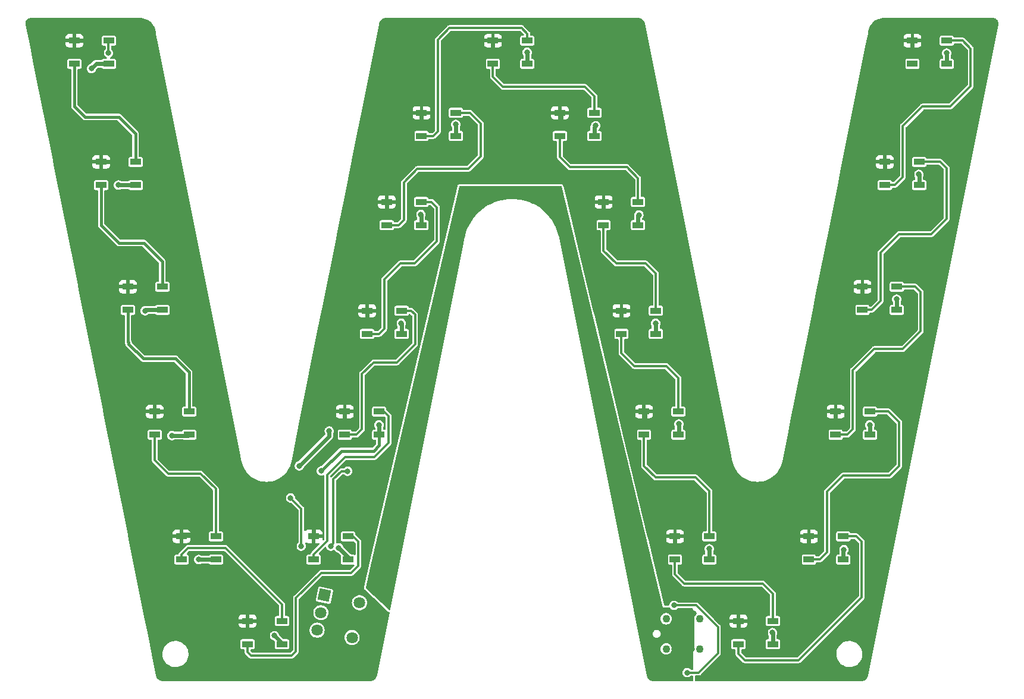
<source format=gbr>
%TF.GenerationSoftware,KiCad,Pcbnew,(7.0.0)*%
%TF.CreationDate,2023-11-18T20:53:13-06:00*%
%TF.ProjectId,LightLetter_W,4c696768-744c-4657-9474-65725f572e6b,rev?*%
%TF.SameCoordinates,PXda408f0PY8b5864b*%
%TF.FileFunction,Copper,L1,Top*%
%TF.FilePolarity,Positive*%
%FSLAX46Y46*%
G04 Gerber Fmt 4.6, Leading zero omitted, Abs format (unit mm)*
G04 Created by KiCad (PCBNEW (7.0.0)) date 2023-11-18 20:53:13*
%MOMM*%
%LPD*%
G01*
G04 APERTURE LIST*
G04 Aperture macros list*
%AMRotRect*
0 Rectangle, with rotation*
0 The origin of the aperture is its center*
0 $1 length*
0 $2 width*
0 $3 Rotation angle, in degrees counterclockwise*
0 Add horizontal line*
21,1,$1,$2,0,0,$3*%
G04 Aperture macros list end*
%TA.AperFunction,ComponentPad*%
%ADD10RotRect,1.635000X1.635000X258.000000*%
%TD*%
%TA.AperFunction,ComponentPad*%
%ADD11C,1.635000*%
%TD*%
%TA.AperFunction,ComponentPad*%
%ADD12C,1.100000*%
%TD*%
%TA.AperFunction,SMDPad,CuDef*%
%ADD13R,1.500000X0.900000*%
%TD*%
%TA.AperFunction,ViaPad*%
%ADD14C,0.812800*%
%TD*%
%TA.AperFunction,Conductor*%
%ADD15C,0.304800*%
%TD*%
%TA.AperFunction,Conductor*%
%ADD16C,0.406400*%
%TD*%
%TA.AperFunction,Conductor*%
%ADD17C,0.609600*%
%TD*%
G04 APERTURE END LIST*
D10*
%TO.P,SW2,1,A*%
%TO.N,unconnected-(SW2-A-Pad1)*%
X-102865893Y12621808D03*
D11*
%TO.P,SW2,2,B*%
%TO.N,VBUS*%
X-103393990Y10137314D03*
%TO.P,SW2,3,C*%
%TO.N,Net-(SW2-C)*%
X-103922086Y7652819D03*
%TO.P,SW2,S1*%
%TO.N,N/C*%
X-97896904Y11565618D03*
%TO.P,SW2,S2*%
X-98953096Y6596628D03*
%TD*%
D12*
%TO.P,J3,S1,SHIELD*%
%TO.N,GND*%
X-49460000Y9272123D03*
X-54260000Y9272123D03*
X-54260000Y4972123D03*
X-49460000Y4972123D03*
%TD*%
D13*
%TO.P,D26,1,VDD*%
%TO.N,/5V_WS2812B*%
X-19213999Y91630122D03*
%TO.P,D26,2,DOUT*%
%TO.N,unconnected-(D26-DOUT-Pad2)*%
X-19213999Y88330122D03*
%TO.P,D26,3,VSS*%
%TO.N,GND*%
X-14313999Y88330122D03*
%TO.P,D26,4,DIN*%
%TO.N,Net-(D25-DOUT)*%
X-14313999Y91630122D03*
%TD*%
%TO.P,D25,1,VDD*%
%TO.N,/5V_WS2812B*%
X-23150999Y74358122D03*
%TO.P,D25,2,DOUT*%
%TO.N,Net-(D25-DOUT)*%
X-23150999Y71058122D03*
%TO.P,D25,3,VSS*%
%TO.N,GND*%
X-18250999Y71058122D03*
%TO.P,D25,4,DIN*%
%TO.N,Net-(D24-DOUT)*%
X-18250999Y74358122D03*
%TD*%
%TO.P,D24,1,VDD*%
%TO.N,/5V_WS2812B*%
X-26325999Y56578122D03*
%TO.P,D24,2,DOUT*%
%TO.N,Net-(D24-DOUT)*%
X-26325999Y53278122D03*
%TO.P,D24,3,VSS*%
%TO.N,GND*%
X-21425999Y53278122D03*
%TO.P,D24,4,DIN*%
%TO.N,Net-(D23-DOUT)*%
X-21425999Y56578122D03*
%TD*%
%TO.P,D23,1,VDD*%
%TO.N,/5V_WS2812B*%
X-30135999Y38798122D03*
%TO.P,D23,2,DOUT*%
%TO.N,Net-(D23-DOUT)*%
X-30135999Y35498122D03*
%TO.P,D23,3,VSS*%
%TO.N,GND*%
X-25235999Y35498122D03*
%TO.P,D23,4,DIN*%
%TO.N,Net-(D22-DOUT)*%
X-25235999Y38798122D03*
%TD*%
%TO.P,D22,1,VDD*%
%TO.N,/5V_WS2812B*%
X-33945999Y21018122D03*
%TO.P,D22,2,DOUT*%
%TO.N,Net-(D22-DOUT)*%
X-33945999Y17718122D03*
%TO.P,D22,3,VSS*%
%TO.N,GND*%
X-29045999Y17718122D03*
%TO.P,D22,4,DIN*%
%TO.N,Net-(D21-DOUT)*%
X-29045999Y21018122D03*
%TD*%
%TO.P,D21,1,VDD*%
%TO.N,/5V_WS2812B*%
X-43978999Y8953122D03*
%TO.P,D21,2,DOUT*%
%TO.N,Net-(D21-DOUT)*%
X-43978999Y5653122D03*
%TO.P,D21,3,VSS*%
%TO.N,GND*%
X-39078999Y5653122D03*
%TO.P,D21,4,DIN*%
%TO.N,Net-(D20-DOUT)*%
X-39078999Y8953122D03*
%TD*%
%TO.P,D20,1,VDD*%
%TO.N,/5V_WS2812B*%
X-52995999Y21018122D03*
%TO.P,D20,2,DOUT*%
%TO.N,Net-(D20-DOUT)*%
X-52995999Y17718122D03*
%TO.P,D20,3,VSS*%
%TO.N,GND*%
X-48095999Y17718122D03*
%TO.P,D20,4,DIN*%
%TO.N,Net-(D19-DOUT)*%
X-48095999Y21018122D03*
%TD*%
%TO.P,D19,1,VDD*%
%TO.N,/5V_WS2812B*%
X-57403999Y38799122D03*
%TO.P,D19,2,DOUT*%
%TO.N,Net-(D19-DOUT)*%
X-57403999Y35499122D03*
%TO.P,D19,3,VSS*%
%TO.N,GND*%
X-52503999Y35499122D03*
%TO.P,D19,4,DIN*%
%TO.N,Net-(D18-DOUT)*%
X-52503999Y38799122D03*
%TD*%
%TO.P,D18,1,VDD*%
%TO.N,/5V_WS2812B*%
X-60615999Y53149122D03*
%TO.P,D18,2,DOUT*%
%TO.N,Net-(D18-DOUT)*%
X-60615999Y49849122D03*
%TO.P,D18,3,VSS*%
%TO.N,GND*%
X-55715999Y49849122D03*
%TO.P,D18,4,DIN*%
%TO.N,/D17_D18*%
X-55715999Y53149122D03*
%TD*%
%TO.P,D17,1,VDD*%
%TO.N,/5V_WS2812B*%
X-63155999Y68643122D03*
%TO.P,D17,2,DOUT*%
%TO.N,/D17_D18*%
X-63155999Y65343122D03*
%TO.P,D17,3,VSS*%
%TO.N,GND*%
X-58255999Y65343122D03*
%TO.P,D17,4,DIN*%
%TO.N,Net-(D16-DOUT)*%
X-58255999Y68643122D03*
%TD*%
%TO.P,D16,1,VDD*%
%TO.N,/5V_WS2812B*%
X-69378999Y81343122D03*
%TO.P,D16,2,DOUT*%
%TO.N,Net-(D16-DOUT)*%
X-69378999Y78043122D03*
%TO.P,D16,3,VSS*%
%TO.N,GND*%
X-64478999Y78043122D03*
%TO.P,D16,4,DIN*%
%TO.N,Net-(D15-DOUT)*%
X-64478999Y81343122D03*
%TD*%
%TO.P,D15,1,VDD*%
%TO.N,/5V_WS2812B*%
X-78903999Y91630122D03*
%TO.P,D15,2,DOUT*%
%TO.N,Net-(D15-DOUT)*%
X-78903999Y88330122D03*
%TO.P,D15,3,VSS*%
%TO.N,GND*%
X-74003999Y88330122D03*
%TO.P,D15,4,DIN*%
%TO.N,Net-(D14-DOUT)*%
X-74003999Y91630122D03*
%TD*%
%TO.P,D14,1,VDD*%
%TO.N,/5V_WS2812B*%
X-89063999Y81343122D03*
%TO.P,D14,2,DOUT*%
%TO.N,Net-(D14-DOUT)*%
X-89063999Y78043122D03*
%TO.P,D14,3,VSS*%
%TO.N,GND*%
X-84163999Y78043122D03*
%TO.P,D14,4,DIN*%
%TO.N,Net-(D13-DOUT)*%
X-84163999Y81343122D03*
%TD*%
%TO.P,D13,1,VDD*%
%TO.N,/5V_WS2812B*%
X-94016999Y68643122D03*
%TO.P,D13,2,DOUT*%
%TO.N,Net-(D13-DOUT)*%
X-94016999Y65343122D03*
%TO.P,D13,3,VSS*%
%TO.N,GND*%
X-89116999Y65343122D03*
%TO.P,D13,4,DIN*%
%TO.N,Net-(D12-DOUT)*%
X-89116999Y68643122D03*
%TD*%
%TO.P,D12,1,VDD*%
%TO.N,/5V_WS2812B*%
X-96810999Y53149122D03*
%TO.P,D12,2,DOUT*%
%TO.N,Net-(D12-DOUT)*%
X-96810999Y49849122D03*
%TO.P,D12,3,VSS*%
%TO.N,GND*%
X-91910999Y49849122D03*
%TO.P,D12,4,DIN*%
%TO.N,Net-(D11-DOUT)*%
X-91910999Y53149122D03*
%TD*%
%TO.P,D11,1,VDD*%
%TO.N,/5V_WS2812B*%
X-99985999Y38798122D03*
%TO.P,D11,2,DOUT*%
%TO.N,Net-(D11-DOUT)*%
X-99985999Y35498122D03*
%TO.P,D11,3,VSS*%
%TO.N,GND*%
X-95085999Y35498122D03*
%TO.P,D11,4,DIN*%
%TO.N,Net-(D10-DOUT)*%
X-95085999Y38798122D03*
%TD*%
%TO.P,D10,1,VDD*%
%TO.N,/5V_WS2812B*%
X-104430999Y21018122D03*
%TO.P,D10,2,DOUT*%
%TO.N,Net-(D10-DOUT)*%
X-104430999Y17718122D03*
%TO.P,D10,3,VSS*%
%TO.N,GND*%
X-99530999Y17718122D03*
%TO.P,D10,4,DIN*%
%TO.N,Net-(D10-DIN)*%
X-99530999Y21018122D03*
%TD*%
%TO.P,D9,1,VDD*%
%TO.N,/5V_WS2812B*%
X-113828999Y8953122D03*
%TO.P,D9,2,DOUT*%
%TO.N,Net-(D10-DIN)*%
X-113828999Y5653122D03*
%TO.P,D9,3,VSS*%
%TO.N,GND*%
X-108928999Y5653122D03*
%TO.P,D9,4,DIN*%
%TO.N,Net-(D8-DOUT)*%
X-108928999Y8953122D03*
%TD*%
%TO.P,D8,1,VDD*%
%TO.N,/5V_WS2812B*%
X-123226999Y21018122D03*
%TO.P,D8,2,DOUT*%
%TO.N,Net-(D8-DOUT)*%
X-123226999Y17718122D03*
%TO.P,D8,3,VSS*%
%TO.N,GND*%
X-118326999Y17718122D03*
%TO.P,D8,4,DIN*%
%TO.N,Net-(D7-DOUT)*%
X-118326999Y21018122D03*
%TD*%
%TO.P,D7,1,VDD*%
%TO.N,/5V_WS2812B*%
X-127036999Y38798122D03*
%TO.P,D7,2,DOUT*%
%TO.N,Net-(D7-DOUT)*%
X-127036999Y35498122D03*
%TO.P,D7,3,VSS*%
%TO.N,GND*%
X-122136999Y35498122D03*
%TO.P,D7,4,DIN*%
%TO.N,Net-(D6-DOUT)*%
X-122136999Y38798122D03*
%TD*%
%TO.P,D6,1,VDD*%
%TO.N,/5V_WS2812B*%
X-130846999Y56578122D03*
%TO.P,D6,2,DOUT*%
%TO.N,Net-(D6-DOUT)*%
X-130846999Y53278122D03*
%TO.P,D6,3,VSS*%
%TO.N,GND*%
X-125946999Y53278122D03*
%TO.P,D6,4,DIN*%
%TO.N,Net-(D5-DOUT)*%
X-125946999Y56578122D03*
%TD*%
%TO.P,D5,1,VDD*%
%TO.N,/5V_WS2812B*%
X-134656999Y74358122D03*
%TO.P,D5,2,DOUT*%
%TO.N,Net-(D5-DOUT)*%
X-134656999Y71058122D03*
%TO.P,D5,3,VSS*%
%TO.N,GND*%
X-129756999Y71058122D03*
%TO.P,D5,4,DIN*%
%TO.N,Net-(D4-DOUT)*%
X-129756999Y74358122D03*
%TD*%
%TO.P,D4,1,VDD*%
%TO.N,/5V_WS2812B*%
X-138466999Y91630122D03*
%TO.P,D4,2,DOUT*%
%TO.N,Net-(D4-DOUT)*%
X-138466999Y88330122D03*
%TO.P,D4,3,VSS*%
%TO.N,GND*%
X-133566999Y88330122D03*
%TO.P,D4,4,DIN*%
%TO.N,/DIN_START*%
X-133566999Y91630122D03*
%TD*%
D14*
%TO.N,GND*%
X-106451400Y31052123D03*
X-102209600Y36030523D03*
X-103327200Y30340923D03*
%TO.N,/USBD-*%
X-51273398Y1597325D03*
X-53136800Y11189323D03*
%TO.N,/5V_WS2812B*%
X-100581000Y6160123D03*
X-100584000Y8065123D03*
X-100581000Y7176123D03*
X-100581000Y5144123D03*
X-19177000Y90107123D03*
%TO.N,GND*%
X-14351000Y89853123D03*
%TO.N,/5V_WS2812B*%
X-23114000Y72962123D03*
%TO.N,GND*%
X-18288000Y72581123D03*
%TO.N,/5V_WS2812B*%
X-26289000Y55055123D03*
%TO.N,GND*%
X-21463000Y54801123D03*
%TO.N,/5V_WS2812B*%
X-30099000Y37148123D03*
%TO.N,GND*%
X-25273000Y36894123D03*
X-28956000Y19114123D03*
%TO.N,/5V_WS2812B*%
X-33909000Y19495123D03*
%TO.N,GND*%
X-39116000Y7303123D03*
%TO.N,/5V_WS2812B*%
X-43942000Y7303123D03*
%TO.N,GND*%
X-48133000Y19241123D03*
%TO.N,/5V_WS2812B*%
X-52959000Y19495123D03*
%TO.N,GND*%
X-52451000Y37021123D03*
%TO.N,/5V_WS2812B*%
X-57277000Y37021123D03*
%TO.N,GND*%
X-55753000Y51372123D03*
%TO.N,/5V_WS2812B*%
X-60579000Y51626123D03*
%TO.N,GND*%
X-58140600Y66789923D03*
%TO.N,/5V_WS2812B*%
X-63119000Y67120123D03*
%TO.N,GND*%
X-64262000Y79515323D03*
%TO.N,/5V_WS2812B*%
X-69215000Y79566123D03*
%TO.N,GND*%
X-74041000Y89980123D03*
%TO.N,/5V_WS2812B*%
X-78867000Y90107123D03*
%TO.N,GND*%
X-84201000Y79693123D03*
%TO.N,/5V_WS2812B*%
X-89027000Y79820123D03*
X-93980000Y67120123D03*
%TO.N,GND*%
X-89154000Y66866123D03*
X-91948000Y51372123D03*
%TO.N,/5V_WS2812B*%
X-96647000Y51626123D03*
%TO.N,GND*%
X-95123000Y36894123D03*
%TO.N,/5V_WS2812B*%
X-99949000Y37275123D03*
%TO.N,GND*%
X-100838000Y19368123D03*
%TO.N,/5V_WS2812B*%
X-104775000Y30036123D03*
%TO.N,GND*%
X-109982000Y6871823D03*
%TO.N,/5V_WS2812B*%
X-116332000Y8954123D03*
X-120777000Y21273123D03*
%TO.N,GND*%
X-120777000Y17717123D03*
X-124587000Y35370123D03*
%TO.N,/5V_WS2812B*%
X-124587000Y38926123D03*
%TO.N,GND*%
X-128397000Y53150123D03*
%TO.N,/5V_WS2812B*%
X-128397000Y56579123D03*
%TO.N,GND*%
X-132207000Y71057123D03*
%TO.N,/5V_WS2812B*%
X-132207000Y74359123D03*
%TO.N,/DIN_START*%
X-133604000Y89853123D03*
%TO.N,GND*%
X-136042400Y87643323D03*
%TO.N,/5V_WS2812B*%
X-136144000Y91631123D03*
%TO.N,/~{RESET}*%
X-106172000Y19622123D03*
X-107696000Y26480123D03*
X-99568000Y30290123D03*
X-101981000Y19622123D03*
%TO.N,/5V_WS2812B*%
X-101978000Y5144123D03*
X-101978000Y6160123D03*
X-101978000Y7176123D03*
X-101981000Y8065123D03*
%TO.N,VBUS*%
X-96266000Y14288123D03*
X-96012000Y15304123D03*
X-95631000Y16320123D03*
X-95377000Y17336123D03*
X-53060600Y9309723D03*
X-50342575Y10018404D03*
X-53100912Y4966270D03*
X-50622200Y4940923D03*
%TD*%
D15*
%TO.N,/DIN_START*%
X-133604000Y91593123D02*
X-133567000Y91630123D01*
X-133604000Y89853123D02*
X-133604000Y91593123D01*
%TO.N,Net-(D21-DOUT)*%
X-26416000Y20257123D02*
X-27178000Y21019123D01*
X-26416000Y12357723D02*
X-26416000Y20257123D01*
X-43053000Y3366123D02*
X-35407600Y3366123D01*
X-35407600Y3366123D02*
X-26416000Y12357723D01*
X-43979000Y4292123D02*
X-43053000Y3366123D01*
X-43979000Y5653123D02*
X-43979000Y4292123D01*
X-27178000Y21019123D02*
X-27179000Y21018123D01*
X-27179000Y21018123D02*
X-29046000Y21018123D01*
D16*
%TO.N,Net-(D4-DOUT)*%
X-138467000Y82270123D02*
X-138467000Y88330123D01*
X-132156200Y80759923D02*
X-136956800Y80759923D01*
X-129757000Y78360723D02*
X-132156200Y80759923D01*
X-129757000Y74358123D02*
X-129757000Y78360723D01*
X-136956800Y80759923D02*
X-138467000Y82270123D01*
%TO.N,Net-(D5-DOUT)*%
X-132130800Y62802123D02*
X-134657000Y65328323D01*
X-128600200Y62802123D02*
X-132130800Y62802123D01*
X-125947000Y60148923D02*
X-128600200Y62802123D01*
X-125947000Y56578123D02*
X-125947000Y60148923D01*
X-134657000Y65328323D02*
X-134657000Y71058123D01*
%TO.N,Net-(D6-DOUT)*%
X-128651000Y46317523D02*
X-130759200Y48425723D01*
X-124079000Y46317523D02*
X-128651000Y46317523D01*
X-130847000Y48742123D02*
X-130847000Y53278123D01*
X-122137000Y44375523D02*
X-124079000Y46317523D01*
X-130759200Y48425723D02*
X-130759200Y48654323D01*
X-130759200Y48654323D02*
X-130847000Y48742123D01*
X-122137000Y38798123D02*
X-122137000Y44375523D01*
D15*
%TO.N,Net-(D7-DOUT)*%
X-118338600Y21029723D02*
X-118327000Y21018123D01*
X-118338600Y27775523D02*
X-118338600Y21029723D01*
X-120497600Y29934523D02*
X-118338600Y27775523D01*
X-125120400Y29934523D02*
X-120497600Y29934523D01*
X-127037000Y35498123D02*
X-127037000Y31851123D01*
X-127037000Y31851123D02*
X-125120400Y29934523D01*
D17*
%TO.N,VBUS*%
X-50622200Y9738779D02*
X-50622200Y4940923D01*
X-50342575Y10018404D02*
X-50622200Y9738779D01*
X-51051256Y9309723D02*
X-53060600Y9309723D01*
X-50342575Y10018404D02*
X-51051256Y9309723D01*
D15*
%TO.N,/USBD-*%
X-49954329Y11189323D02*
X-53136800Y11189323D01*
X-49673198Y1597325D02*
X-46888400Y4382123D01*
X-46888400Y8123394D02*
X-49954329Y11189323D01*
X-51273398Y1597325D02*
X-49673198Y1597325D01*
X-46888400Y4382123D02*
X-46888400Y8123394D01*
D17*
%TO.N,GND*%
X-135355600Y88330123D02*
X-136042400Y87643323D01*
X-133567000Y88330123D02*
X-135355600Y88330123D01*
D15*
%TO.N,Net-(D11-DOUT)*%
X-90550000Y53149123D02*
X-91911000Y53149123D01*
X-89992200Y48374923D02*
X-89992200Y52591323D01*
X-89992200Y52591323D02*
X-90550000Y53149123D01*
X-92583000Y45784123D02*
X-89992200Y48374923D01*
X-95885000Y45784123D02*
X-92583000Y45784123D01*
X-97536000Y44133123D02*
X-95885000Y45784123D01*
X-97536000Y36259123D02*
X-97536000Y44133123D01*
X-98297000Y35498123D02*
X-97536000Y36259123D01*
X-99986000Y35498123D02*
X-98297000Y35498123D01*
D17*
%TO.N,GND*%
X-102209600Y35293923D02*
X-106451400Y31052123D01*
X-102209600Y36030523D02*
X-102209600Y35293923D01*
D15*
%TO.N,Net-(D10-DOUT)*%
X-94410800Y38798123D02*
X-95086000Y38798123D01*
X-93751400Y38138723D02*
X-94410800Y38798123D01*
X-93751400Y34328723D02*
X-93751400Y38138723D01*
X-102489000Y20384123D02*
X-102489000Y29782123D01*
X-99949000Y32322123D02*
X-95758000Y32322123D01*
X-104431000Y18442123D02*
X-102489000Y20384123D01*
X-102489000Y29782123D02*
X-99949000Y32322123D01*
X-104431000Y17718123D02*
X-104431000Y18442123D01*
X-95758000Y32322123D02*
X-93751400Y34328723D01*
D16*
%TO.N,GND*%
X-95086000Y33959323D02*
X-95086000Y35498123D01*
X-100482400Y33185723D02*
X-95859600Y33185723D01*
X-95859600Y33185723D02*
X-95086000Y33959323D01*
X-103327200Y30340923D02*
X-100482400Y33185723D01*
D17*
X-64262000Y79515323D02*
X-64479000Y79298323D01*
X-64479000Y79298323D02*
X-64479000Y78043123D01*
X-58140600Y66789923D02*
X-58256000Y66674523D01*
X-58256000Y66674523D02*
X-58256000Y65343123D01*
%TO.N,/5V_WS2812B*%
X-19214000Y90144123D02*
X-19177000Y90107123D01*
X-19214000Y91630123D02*
X-19214000Y90144123D01*
%TO.N,GND*%
X-14314000Y89816123D02*
X-14351000Y89853123D01*
X-14314000Y88330123D02*
X-14314000Y89816123D01*
%TO.N,/5V_WS2812B*%
X-23151000Y72999123D02*
X-23114000Y72962123D01*
X-23151000Y74358123D02*
X-23151000Y72999123D01*
%TO.N,GND*%
X-18251000Y72544123D02*
X-18288000Y72581123D01*
X-18251000Y71058123D02*
X-18251000Y72544123D01*
%TO.N,/5V_WS2812B*%
X-26326000Y55092123D02*
X-26289000Y55055123D01*
X-26326000Y56578123D02*
X-26326000Y55092123D01*
%TO.N,GND*%
X-21426000Y54764123D02*
X-21463000Y54801123D01*
X-21426000Y53278123D02*
X-21426000Y54764123D01*
%TO.N,/5V_WS2812B*%
X-30136000Y37185123D02*
X-30099000Y37148123D01*
X-30136000Y38798123D02*
X-30136000Y37185123D01*
%TO.N,GND*%
X-25236000Y36857123D02*
X-25273000Y36894123D01*
X-25236000Y35498123D02*
X-25236000Y36857123D01*
X-29046000Y19024123D02*
X-28956000Y19114123D01*
X-29046000Y17718123D02*
X-29046000Y19024123D01*
%TO.N,/5V_WS2812B*%
X-33946000Y19532123D02*
X-33909000Y19495123D01*
X-33946000Y21018123D02*
X-33946000Y19532123D01*
%TO.N,GND*%
X-39079000Y7266123D02*
X-39116000Y7303123D01*
X-39079000Y5653123D02*
X-39079000Y7266123D01*
%TO.N,/5V_WS2812B*%
X-43942000Y8916123D02*
X-43979000Y8953123D01*
X-43942000Y7303123D02*
X-43942000Y8916123D01*
%TO.N,GND*%
X-48133000Y17755123D02*
X-48096000Y17718123D01*
X-48133000Y19241123D02*
X-48133000Y17755123D01*
%TO.N,/5V_WS2812B*%
X-52996000Y19532123D02*
X-52959000Y19495123D01*
X-52996000Y21018123D02*
X-52996000Y19532123D01*
%TO.N,GND*%
X-52451000Y35552123D02*
X-52504000Y35499123D01*
X-52451000Y37021123D02*
X-52451000Y35552123D01*
%TO.N,/5V_WS2812B*%
X-57277000Y38672123D02*
X-57404000Y38799123D01*
X-57277000Y37021123D02*
X-57277000Y38672123D01*
%TO.N,GND*%
X-55753000Y51372123D02*
X-55753000Y49886123D01*
X-55753000Y49886123D02*
X-55716000Y49849123D01*
%TO.N,/5V_WS2812B*%
X-60616000Y51663123D02*
X-60579000Y51626123D01*
X-60616000Y53149123D02*
X-60616000Y51663123D01*
X-63156000Y67157123D02*
X-63119000Y67120123D01*
X-63156000Y68643123D02*
X-63156000Y67157123D01*
X-69215000Y81179123D02*
X-69379000Y81343123D01*
X-69215000Y79566123D02*
X-69215000Y81179123D01*
%TO.N,GND*%
X-74004000Y89943123D02*
X-74041000Y89980123D01*
X-74004000Y88330123D02*
X-74004000Y89943123D01*
%TO.N,/5V_WS2812B*%
X-78904000Y90144123D02*
X-78867000Y90107123D01*
X-78904000Y91630123D02*
X-78904000Y90144123D01*
%TO.N,GND*%
X-84164000Y79656123D02*
X-84201000Y79693123D01*
X-84164000Y78043123D02*
X-84164000Y79656123D01*
%TO.N,/5V_WS2812B*%
X-89064000Y79857123D02*
X-89027000Y79820123D01*
X-89064000Y81343123D02*
X-89064000Y79857123D01*
X-94017000Y67157123D02*
X-93980000Y67120123D01*
X-94017000Y68643123D02*
X-94017000Y67157123D01*
%TO.N,GND*%
X-89117000Y66829123D02*
X-89154000Y66866123D01*
X-89117000Y65343123D02*
X-89117000Y66829123D01*
X-91911000Y51335123D02*
X-91948000Y51372123D01*
X-91911000Y49849123D02*
X-91911000Y51335123D01*
%TO.N,/5V_WS2812B*%
X-96811000Y51790123D02*
X-96647000Y51626123D01*
X-96811000Y53149123D02*
X-96811000Y51790123D01*
%TO.N,GND*%
X-95086000Y36857123D02*
X-95123000Y36894123D01*
X-95086000Y35498123D02*
X-95086000Y36857123D01*
%TO.N,/5V_WS2812B*%
X-99986000Y37312123D02*
X-99949000Y37275123D01*
X-99986000Y38798123D02*
X-99986000Y37312123D01*
%TO.N,GND*%
X-99531000Y18061123D02*
X-100838000Y19368123D01*
X-99531000Y17718123D02*
X-99531000Y18061123D01*
%TO.N,/5V_WS2812B*%
X-104431000Y29692123D02*
X-104775000Y30036123D01*
X-104431000Y21018123D02*
X-104431000Y29692123D01*
%TO.N,GND*%
X-108929000Y5818823D02*
X-109982000Y6871823D01*
X-108929000Y5653123D02*
X-108929000Y5818823D01*
%TO.N,/5V_WS2812B*%
X-116331000Y8953123D02*
X-116332000Y8954123D01*
X-113829000Y8953123D02*
X-116331000Y8953123D01*
X-122972000Y21273123D02*
X-123227000Y21018123D01*
X-120777000Y21273123D02*
X-122972000Y21273123D01*
%TO.N,GND*%
X-118328000Y17717123D02*
X-118327000Y17718123D01*
X-120777000Y17717123D02*
X-118328000Y17717123D01*
X-122265000Y35370123D02*
X-122137000Y35498123D01*
X-124587000Y35370123D02*
X-122265000Y35370123D01*
%TO.N,/5V_WS2812B*%
X-124715000Y38798123D02*
X-124587000Y38926123D01*
X-127037000Y38798123D02*
X-124715000Y38798123D01*
%TO.N,GND*%
X-128269000Y53278123D02*
X-128397000Y53150123D01*
X-125947000Y53278123D02*
X-128269000Y53278123D01*
%TO.N,/5V_WS2812B*%
X-128398000Y56578123D02*
X-128397000Y56579123D01*
X-130847000Y56578123D02*
X-128398000Y56578123D01*
%TO.N,GND*%
X-132206000Y71058123D02*
X-132207000Y71057123D01*
X-129757000Y71058123D02*
X-132206000Y71058123D01*
%TO.N,/5V_WS2812B*%
X-132207000Y74359123D02*
X-134656000Y74359123D01*
X-134656000Y74359123D02*
X-134657000Y74358123D01*
D15*
X-136145000Y91630123D02*
X-136144000Y91631123D01*
D17*
X-138467000Y91630123D02*
X-136145000Y91630123D01*
D15*
%TO.N,/~{RESET}*%
X-106172000Y24956123D02*
X-106172000Y19622123D01*
X-107696000Y26480123D02*
X-106172000Y24956123D01*
X-101600000Y29147123D02*
X-100457000Y30290123D01*
X-101600000Y20003123D02*
X-101600000Y29147123D01*
X-100457000Y30290123D02*
X-99568000Y30290123D01*
X-101981000Y19622123D02*
X-101600000Y20003123D01*
%TO.N,Net-(D10-DIN)*%
X-103348200Y15812123D02*
X-99060000Y15812123D01*
X-113829000Y5653123D02*
X-113829000Y4546123D01*
X-113829000Y4546123D02*
X-113284000Y4001123D01*
X-113284000Y4001123D02*
X-107569000Y4001123D01*
X-106934000Y12226323D02*
X-103348200Y15812123D01*
X-99060000Y15812123D02*
X-98044000Y16828123D01*
X-107569000Y4001123D02*
X-106934000Y4636123D01*
X-106934000Y4636123D02*
X-106934000Y12226323D01*
X-98044000Y16828123D02*
X-98044000Y20257123D01*
X-98044000Y20257123D02*
X-98805000Y21018123D01*
X-98805000Y21018123D02*
X-99531000Y21018123D01*
%TO.N,Net-(D12-DOUT)*%
X-87629000Y68643123D02*
X-89117000Y68643123D01*
X-86868000Y63056123D02*
X-86868000Y67882123D01*
X-90043000Y59881123D02*
X-86868000Y63056123D01*
X-92075000Y59881123D02*
X-90043000Y59881123D01*
X-94361000Y57595123D02*
X-92075000Y59881123D01*
X-94361000Y50610123D02*
X-94361000Y57595123D01*
X-86868000Y67882123D02*
X-87629000Y68643123D01*
X-95122000Y49849123D02*
X-94361000Y50610123D01*
X-96811000Y49849123D02*
X-95122000Y49849123D01*
D17*
%TO.N,VBUS*%
X-50622200Y4940923D02*
X-53075565Y4940923D01*
X-53100912Y4966270D02*
X-53100912Y9269411D01*
X-53100912Y9269411D02*
X-53060600Y9309723D01*
X-53075565Y4940923D02*
X-53100912Y4966270D01*
D15*
%TO.N,Net-(D8-DOUT)*%
X-116967000Y19368123D02*
X-108929000Y11330123D01*
X-122301000Y19368123D02*
X-116967000Y19368123D01*
X-108929000Y11330123D02*
X-108929000Y8953123D01*
X-123227000Y18442123D02*
X-122301000Y19368123D01*
X-123227000Y17718123D02*
X-123227000Y18442123D01*
%TO.N,Net-(D25-DOUT)*%
X-12066000Y91630123D02*
X-14314000Y91630123D01*
X-12065000Y91631123D02*
X-12066000Y91630123D01*
X-10922000Y90488123D02*
X-12065000Y91631123D01*
X-10922000Y85154123D02*
X-10922000Y90488123D01*
X-13843000Y82233123D02*
X-10922000Y85154123D01*
X-17780000Y82233123D02*
X-13843000Y82233123D01*
X-20574000Y79439123D02*
X-17780000Y82233123D01*
X-20574000Y72200123D02*
X-20574000Y79439123D01*
X-21716000Y71058123D02*
X-20574000Y72200123D01*
X-23151000Y71058123D02*
X-21716000Y71058123D01*
%TO.N,Net-(D24-DOUT)*%
X-15241000Y74358123D02*
X-18251000Y74358123D01*
X-15240000Y74359123D02*
X-15241000Y74358123D01*
X-14351000Y73470123D02*
X-15240000Y74359123D01*
X-14351000Y66231123D02*
X-14351000Y73470123D01*
X-16510000Y64072123D02*
X-14351000Y66231123D01*
X-21082000Y64072123D02*
X-16510000Y64072123D01*
X-23749000Y61405123D02*
X-21082000Y64072123D01*
X-23749000Y54547123D02*
X-23749000Y61405123D01*
X-25018000Y53278123D02*
X-23749000Y54547123D01*
X-26326000Y53278123D02*
X-25018000Y53278123D01*
%TO.N,Net-(D23-DOUT)*%
X-18797000Y56578123D02*
X-21426000Y56578123D01*
X-18796000Y56579123D02*
X-18797000Y56578123D01*
X-18034000Y55817123D02*
X-18796000Y56579123D01*
X-18034000Y50229123D02*
X-18034000Y55817123D01*
X-20574000Y47689123D02*
X-18034000Y50229123D01*
X-24638000Y47689123D02*
X-20574000Y47689123D01*
X-27686000Y44641123D02*
X-24638000Y47689123D01*
X-27686000Y36259123D02*
X-27686000Y44641123D01*
X-28447000Y35498123D02*
X-27686000Y36259123D01*
X-30136000Y35498123D02*
X-28447000Y35498123D01*
%TO.N,Net-(D22-DOUT)*%
X-22605000Y38798123D02*
X-25236000Y38798123D01*
X-21082000Y37275123D02*
X-22605000Y38798123D01*
X-21082000Y31052123D02*
X-21082000Y37275123D01*
X-22479000Y29655123D02*
X-21082000Y31052123D01*
X-29083000Y29655123D02*
X-22479000Y29655123D01*
X-31369000Y27369123D02*
X-29083000Y29655123D01*
X-31369000Y18733123D02*
X-31369000Y27369123D01*
X-32384000Y17718123D02*
X-31369000Y18733123D01*
X-33946000Y17718123D02*
X-32384000Y17718123D01*
%TO.N,Net-(D20-DOUT)*%
X-39079000Y12854123D02*
X-39079000Y8953123D01*
X-51689000Y14288123D02*
X-40513000Y14288123D01*
X-40513000Y14288123D02*
X-39079000Y12854123D01*
X-52996000Y15595123D02*
X-51689000Y14288123D01*
X-52996000Y17718123D02*
X-52996000Y15595123D01*
%TO.N,Net-(D19-DOUT)*%
X-48096000Y27459123D02*
X-48096000Y21018123D01*
X-50038000Y29401123D02*
X-48096000Y27459123D01*
X-57404000Y31052123D02*
X-55753000Y29401123D01*
X-55753000Y29401123D02*
X-50038000Y29401123D01*
X-57404000Y35499123D02*
X-57404000Y31052123D01*
%TO.N,Net-(D18-DOUT)*%
X-54229000Y45276123D02*
X-52504000Y43551123D01*
X-52504000Y43551123D02*
X-52504000Y38799123D01*
X-58801000Y45276123D02*
X-54229000Y45276123D01*
X-60616000Y47091123D02*
X-58801000Y45276123D01*
X-60616000Y49849123D02*
X-60616000Y47091123D01*
%TO.N,/D17_D18*%
X-55716000Y58447123D02*
X-55716000Y53149123D01*
X-63156000Y61696123D02*
X-61341000Y59881123D01*
X-57150000Y59881123D02*
X-55716000Y58447123D01*
X-63156000Y65343123D02*
X-63156000Y61696123D01*
X-61341000Y59881123D02*
X-57150000Y59881123D01*
%TO.N,Net-(D16-DOUT)*%
X-58256000Y72036123D02*
X-58256000Y68643123D01*
X-67945000Y73597123D02*
X-59817000Y73597123D01*
X-59817000Y73597123D02*
X-58256000Y72036123D01*
X-69379000Y75031123D02*
X-67945000Y73597123D01*
X-69379000Y78043123D02*
X-69379000Y75031123D01*
%TO.N,Net-(D15-DOUT)*%
X-78904000Y86461123D02*
X-77470000Y85027123D01*
X-65786000Y85027123D02*
X-64479000Y83720123D01*
X-64479000Y83720123D02*
X-64479000Y81343123D01*
X-78904000Y88330123D02*
X-78904000Y86461123D01*
X-77470000Y85027123D02*
X-65786000Y85027123D01*
%TO.N,Net-(D14-DOUT)*%
X-74004000Y92610123D02*
X-74004000Y91630123D01*
X-74803000Y93409123D02*
X-74004000Y92610123D01*
X-85090000Y93409123D02*
X-74803000Y93409123D01*
X-86741000Y91758123D02*
X-85090000Y93409123D01*
X-86741000Y78677123D02*
X-86741000Y91758123D01*
X-87375000Y78043123D02*
X-86741000Y78677123D01*
X-89064000Y78043123D02*
X-87375000Y78043123D01*
%TO.N,Net-(D13-DOUT)*%
X-82168000Y81343123D02*
X-84164000Y81343123D01*
X-80645000Y79820123D02*
X-82168000Y81343123D01*
X-82423000Y73343123D02*
X-80645000Y75121123D01*
X-91567000Y66104123D02*
X-91567000Y71438123D01*
X-91567000Y71438123D02*
X-89662000Y73343123D01*
X-89662000Y73343123D02*
X-82423000Y73343123D01*
X-92328000Y65343123D02*
X-91567000Y66104123D01*
X-80645000Y75121123D02*
X-80645000Y79820123D01*
X-94017000Y65343123D02*
X-92328000Y65343123D01*
%TD*%
%TA.AperFunction,Conductor*%
%TO.N,/5V_WS2812B*%
G36*
X-129155369Y94880987D02*
G01*
X-129151976Y94880788D01*
X-128897589Y94865868D01*
X-128883194Y94864174D01*
X-128632510Y94819656D01*
X-128618399Y94816287D01*
X-128374654Y94742772D01*
X-128361027Y94737775D01*
X-128127552Y94636272D01*
X-128114606Y94629717D01*
X-128004599Y94565665D01*
X-127894594Y94501614D01*
X-127882495Y94493585D01*
X-127782247Y94418252D01*
X-127678974Y94340646D01*
X-127667905Y94331265D01*
X-127577275Y94244847D01*
X-127483652Y94155575D01*
X-127473751Y94144960D01*
X-127311302Y93948939D01*
X-127302712Y93937243D01*
X-127164291Y93723571D01*
X-127157124Y93710943D01*
X-127044639Y93482571D01*
X-127038996Y93469191D01*
X-126953974Y93229220D01*
X-126949935Y93215273D01*
X-126893552Y92967024D01*
X-126891170Y92952699D01*
X-126867680Y92732258D01*
X-126867868Y92718282D01*
X-126867691Y92718287D01*
X-126867362Y92708020D01*
X-126868725Y92697838D01*
X-126866711Y92687771D01*
X-126866710Y92687758D01*
X-126863913Y92673782D01*
X-126861644Y92655361D01*
X-126861304Y92648214D01*
X-126861302Y92648201D01*
X-126860880Y92639352D01*
X-126857981Y92630976D01*
X-126854489Y92620885D01*
X-126850081Y92604664D01*
X-121012919Y63434074D01*
X-114655663Y31647795D01*
X-114655659Y31647777D01*
X-114655644Y31647704D01*
X-114655635Y31647680D01*
X-114655631Y31647664D01*
X-114626210Y31500715D01*
X-114625592Y31497629D01*
X-114624667Y31494628D01*
X-114624666Y31494626D01*
X-114518299Y31149704D01*
X-114518294Y31149689D01*
X-114517373Y31146704D01*
X-114374075Y30808584D01*
X-114372559Y30805826D01*
X-114372557Y30805822D01*
X-114283220Y30643297D01*
X-114197178Y30486765D01*
X-114195390Y30484176D01*
X-114195389Y30484174D01*
X-113990305Y30187169D01*
X-113990297Y30187159D01*
X-113988513Y30184575D01*
X-113936674Y30123782D01*
X-113821246Y29988415D01*
X-113750236Y29905140D01*
X-113484813Y29651348D01*
X-113482327Y29649414D01*
X-113482324Y29649411D01*
X-113436277Y29613580D01*
X-113194988Y29425824D01*
X-112883757Y29230900D01*
X-112554340Y29068592D01*
X-112210142Y28940578D01*
X-111854723Y28848182D01*
X-111491758Y28792360D01*
X-111125000Y28773688D01*
X-110758242Y28792360D01*
X-110395277Y28848182D01*
X-110039858Y28940578D01*
X-109695660Y29068592D01*
X-109366243Y29230900D01*
X-109055012Y29425824D01*
X-108765187Y29651348D01*
X-108499764Y29905140D01*
X-108261487Y30184575D01*
X-108052822Y30486765D01*
X-107875925Y30808584D01*
X-107772711Y31052123D01*
X-107117154Y31052123D01*
X-107116250Y31044678D01*
X-107098713Y30900247D01*
X-107098713Y30900243D01*
X-107097808Y30892798D01*
X-107095150Y30885788D01*
X-107095148Y30885782D01*
X-107043558Y30749750D01*
X-107040896Y30742732D01*
X-107036633Y30736556D01*
X-106967798Y30636830D01*
X-106949724Y30610646D01*
X-106829591Y30504218D01*
X-106822949Y30500732D01*
X-106822946Y30500730D01*
X-106791401Y30484174D01*
X-106687480Y30429632D01*
X-106531648Y30391223D01*
X-106378652Y30391223D01*
X-106371152Y30391223D01*
X-106215320Y30429632D01*
X-106073209Y30504218D01*
X-105953076Y30610646D01*
X-105861904Y30742732D01*
X-105805411Y30891696D01*
X-105777152Y30935403D01*
X-101822330Y34890225D01*
X-101819345Y34893111D01*
X-101771666Y34937637D01*
X-101749929Y34973385D01*
X-101742786Y34983880D01*
X-101717497Y35017227D01*
X-101712801Y35029137D01*
X-100990500Y35029137D01*
X-100990499Y35023057D01*
X-100989313Y35017093D01*
X-100989312Y35017086D01*
X-100978117Y34960799D01*
X-100978116Y34960796D01*
X-100975734Y34948822D01*
X-100968951Y34938670D01*
X-100968950Y34938669D01*
X-100937565Y34891698D01*
X-100919484Y34864639D01*
X-100835301Y34808389D01*
X-100761067Y34793623D01*
X-99210934Y34793624D01*
X-99136699Y34808389D01*
X-99052516Y34864639D01*
X-98996266Y34948822D01*
X-98987794Y34991415D01*
X-98964553Y35042709D01*
X-98921021Y35078435D01*
X-98866177Y35091223D01*
X-98242311Y35091223D01*
X-98232554Y35091223D01*
X-98211003Y35098226D01*
X-98192080Y35102769D01*
X-98169694Y35106314D01*
X-98149504Y35116602D01*
X-98131527Y35124050D01*
X-98109968Y35131053D01*
X-98091636Y35144374D01*
X-98075041Y35154544D01*
X-98054849Y35164831D01*
X-97963708Y35255972D01*
X-97963709Y35255972D01*
X-97225634Y35994046D01*
X-97225632Y35994050D01*
X-97202708Y36016972D01*
X-97192421Y36037164D01*
X-97182250Y36053759D01*
X-97179475Y36057578D01*
X-97168930Y36072091D01*
X-97161927Y36093650D01*
X-97154479Y36111627D01*
X-97149472Y36121454D01*
X-97144191Y36131817D01*
X-97140646Y36154203D01*
X-97136103Y36173126D01*
X-97129100Y36194677D01*
X-97129100Y36323570D01*
X-97129100Y43913218D01*
X-97119661Y43960671D01*
X-97092781Y44000899D01*
X-95752776Y45340904D01*
X-95712548Y45367784D01*
X-95665095Y45377223D01*
X-92528311Y45377223D01*
X-92518554Y45377223D01*
X-92497003Y45384226D01*
X-92478080Y45388769D01*
X-92455694Y45392314D01*
X-92435504Y45402602D01*
X-92417527Y45410050D01*
X-92395968Y45417053D01*
X-92377636Y45430374D01*
X-92361041Y45440544D01*
X-92340849Y45450831D01*
X-92249708Y45541972D01*
X-92249709Y45541972D01*
X-89681834Y48109845D01*
X-89681832Y48109849D01*
X-89658908Y48132772D01*
X-89648616Y48152973D01*
X-89638451Y48169558D01*
X-89635694Y48173353D01*
X-89625131Y48187891D01*
X-89618130Y48209441D01*
X-89610682Y48227422D01*
X-89600391Y48247617D01*
X-89596845Y48270012D01*
X-89592301Y48288935D01*
X-89592185Y48289290D01*
X-89585301Y48310476D01*
X-89585301Y48342893D01*
X-89585300Y48342899D01*
X-89585300Y52623347D01*
X-89585301Y52623353D01*
X-89585301Y52655770D01*
X-89592304Y52677322D01*
X-89596846Y52696244D01*
X-89598864Y52708987D01*
X-89598865Y52708988D01*
X-89600391Y52718629D01*
X-89610681Y52738823D01*
X-89618126Y52756796D01*
X-89625130Y52778355D01*
X-89638456Y52796696D01*
X-89648620Y52813281D01*
X-89658908Y52833474D01*
X-89681832Y52856398D01*
X-89681834Y52856401D01*
X-90284923Y53459489D01*
X-90284923Y53459490D01*
X-90307849Y53482415D01*
X-90316542Y53486845D01*
X-90316544Y53486846D01*
X-90328045Y53492706D01*
X-90344625Y53502866D01*
X-90362968Y53516193D01*
X-90372253Y53519210D01*
X-90384525Y53523197D01*
X-90402503Y53530644D01*
X-90413999Y53536502D01*
X-90414002Y53536503D01*
X-90422694Y53540932D01*
X-90432331Y53542459D01*
X-90432332Y53542459D01*
X-90445085Y53544479D01*
X-90463999Y53549020D01*
X-90476272Y53553008D01*
X-90476276Y53553009D01*
X-90485554Y53556023D01*
X-90495314Y53556023D01*
X-90791177Y53556023D01*
X-90846021Y53568811D01*
X-90889554Y53604538D01*
X-90912795Y53655834D01*
X-90918884Y53686448D01*
X-90918885Y53686449D01*
X-90921266Y53698424D01*
X-90977516Y53782607D01*
X-91020458Y53811300D01*
X-91051546Y53832073D01*
X-91051547Y53832074D01*
X-91061699Y53838857D01*
X-91073677Y53841240D01*
X-91073678Y53841240D01*
X-91129953Y53852434D01*
X-91129958Y53852435D01*
X-91135933Y53853623D01*
X-91142029Y53853623D01*
X-92679977Y53853623D01*
X-92679988Y53853623D01*
X-92686066Y53853622D01*
X-92692030Y53852436D01*
X-92692038Y53852435D01*
X-92748325Y53841240D01*
X-92748330Y53841239D01*
X-92760301Y53838857D01*
X-92770452Y53832075D01*
X-92770455Y53832073D01*
X-92834331Y53789392D01*
X-92834334Y53789390D01*
X-92844484Y53782607D01*
X-92851267Y53772457D01*
X-92851269Y53772454D01*
X-92893950Y53708578D01*
X-92893952Y53708575D01*
X-92900734Y53698424D01*
X-92903117Y53686449D01*
X-92903117Y53686446D01*
X-92914311Y53630171D01*
X-92914312Y53630165D01*
X-92915500Y53624190D01*
X-92915500Y53618100D01*
X-92915500Y53618095D01*
X-92915500Y52680147D01*
X-92915500Y52680137D01*
X-92915499Y52674057D01*
X-92914313Y52668093D01*
X-92914312Y52668086D01*
X-92903117Y52611799D01*
X-92903116Y52611796D01*
X-92900734Y52599822D01*
X-92844484Y52515639D01*
X-92760301Y52459389D01*
X-92686067Y52444623D01*
X-91135934Y52444624D01*
X-91061699Y52459389D01*
X-90977516Y52515639D01*
X-90921266Y52599822D01*
X-90912794Y52642415D01*
X-90889553Y52693709D01*
X-90846021Y52729435D01*
X-90791177Y52742223D01*
X-90769905Y52742223D01*
X-90722452Y52732784D01*
X-90682224Y52705904D01*
X-90435419Y52459098D01*
X-90408539Y52418870D01*
X-90399100Y52371417D01*
X-90399100Y48594829D01*
X-90408539Y48547376D01*
X-90435419Y48507148D01*
X-92715224Y46227342D01*
X-92755452Y46200462D01*
X-92802905Y46191023D01*
X-95820553Y46191023D01*
X-95949446Y46191023D01*
X-95958726Y46188009D01*
X-95958734Y46188007D01*
X-95971008Y46184019D01*
X-95989910Y46179481D01*
X-96002667Y46177460D01*
X-96002674Y46177458D01*
X-96012306Y46175932D01*
X-96020994Y46171506D01*
X-96020998Y46171504D01*
X-96032500Y46165643D01*
X-96050469Y46158200D01*
X-96062755Y46154208D01*
X-96062759Y46154207D01*
X-96072032Y46151193D01*
X-96079919Y46145464D01*
X-96079923Y46145461D01*
X-96090377Y46137865D01*
X-96106959Y46127704D01*
X-96118453Y46121848D01*
X-96118458Y46121846D01*
X-96127151Y46117415D01*
X-96134053Y46110514D01*
X-96134055Y46110512D01*
X-96150073Y46094495D01*
X-96150076Y46094492D01*
X-96150077Y46094490D01*
X-96150077Y46094489D01*
X-97778151Y44466416D01*
X-97778154Y44466413D01*
X-97778153Y44466413D01*
X-97869292Y44375274D01*
X-97873725Y44366576D01*
X-97873724Y44366576D01*
X-97879581Y44355082D01*
X-97889742Y44338500D01*
X-97897338Y44328046D01*
X-97897341Y44328042D01*
X-97903070Y44320155D01*
X-97906084Y44310882D01*
X-97906085Y44310878D01*
X-97910077Y44298592D01*
X-97917520Y44280623D01*
X-97923381Y44269121D01*
X-97923383Y44269117D01*
X-97927809Y44260429D01*
X-97929335Y44250797D01*
X-97929337Y44250790D01*
X-97931358Y44238033D01*
X-97935896Y44219131D01*
X-97939884Y44206857D01*
X-97939886Y44206849D01*
X-97942900Y44197569D01*
X-97942900Y44187807D01*
X-97942900Y36479028D01*
X-97952339Y36431575D01*
X-97979219Y36391347D01*
X-98429224Y35941342D01*
X-98469452Y35914462D01*
X-98516905Y35905023D01*
X-98866177Y35905023D01*
X-98921021Y35917811D01*
X-98964554Y35953538D01*
X-98987795Y36004834D01*
X-98993884Y36035448D01*
X-98993885Y36035449D01*
X-98996266Y36047424D01*
X-99052516Y36131607D01*
X-99136699Y36187857D01*
X-99148677Y36190240D01*
X-99148678Y36190240D01*
X-99204953Y36201434D01*
X-99204958Y36201435D01*
X-99210933Y36202623D01*
X-99217029Y36202623D01*
X-100754977Y36202623D01*
X-100754988Y36202623D01*
X-100761066Y36202622D01*
X-100767030Y36201436D01*
X-100767038Y36201435D01*
X-100823325Y36190240D01*
X-100823330Y36190239D01*
X-100835301Y36187857D01*
X-100845452Y36181075D01*
X-100845455Y36181073D01*
X-100909331Y36138392D01*
X-100909334Y36138390D01*
X-100919484Y36131607D01*
X-100926267Y36121457D01*
X-100926269Y36121454D01*
X-100968950Y36057578D01*
X-100968952Y36057575D01*
X-100975734Y36047424D01*
X-100978117Y36035449D01*
X-100978117Y36035446D01*
X-100989311Y35979171D01*
X-100989312Y35979165D01*
X-100990500Y35973190D01*
X-100990500Y35967100D01*
X-100990500Y35967095D01*
X-100990500Y35029147D01*
X-100990500Y35029137D01*
X-101712801Y35029137D01*
X-101710746Y35034348D01*
X-101701339Y35053285D01*
X-101696187Y35061757D01*
X-101691781Y35069002D01*
X-101680492Y35109299D01*
X-101676447Y35121328D01*
X-101661095Y35160256D01*
X-101659214Y35178562D01*
X-101655266Y35199329D01*
X-101650300Y35217049D01*
X-101650300Y35258895D01*
X-101649650Y35271577D01*
X-101646239Y35304759D01*
X-101645371Y35313197D01*
X-101648498Y35331328D01*
X-101650300Y35352396D01*
X-101650300Y35638746D01*
X-101644686Y35675635D01*
X-101628355Y35709180D01*
X-101620104Y35721132D01*
X-101563192Y35871198D01*
X-101543846Y36030523D01*
X-101563192Y36189848D01*
X-101567360Y36200837D01*
X-101593717Y36270337D01*
X-101620104Y36339914D01*
X-101683373Y36431575D01*
X-101707017Y36465830D01*
X-101707018Y36465831D01*
X-101711276Y36472000D01*
X-101831409Y36578428D01*
X-101838050Y36581914D01*
X-101838055Y36581917D01*
X-101966879Y36649529D01*
X-101966883Y36649531D01*
X-101973520Y36653014D01*
X-101980798Y36654808D01*
X-101980801Y36654809D01*
X-102122071Y36689629D01*
X-102122076Y36689630D01*
X-102129352Y36691423D01*
X-102289848Y36691423D01*
X-102297124Y36689630D01*
X-102297130Y36689629D01*
X-102438400Y36654809D01*
X-102438405Y36654808D01*
X-102445680Y36653014D01*
X-102452316Y36649532D01*
X-102452322Y36649529D01*
X-102581146Y36581917D01*
X-102581155Y36581912D01*
X-102587791Y36578428D01*
X-102593406Y36573455D01*
X-102593407Y36573453D01*
X-102692538Y36485631D01*
X-102707924Y36472000D01*
X-102712179Y36465836D01*
X-102712184Y36465830D01*
X-102794833Y36346091D01*
X-102794836Y36346088D01*
X-102799096Y36339914D01*
X-102801756Y36332903D01*
X-102801758Y36332897D01*
X-102853348Y36196865D01*
X-102853351Y36196857D01*
X-102856008Y36189848D01*
X-102856912Y36182406D01*
X-102856913Y36182400D01*
X-102872069Y36057578D01*
X-102875354Y36030523D01*
X-102874450Y36023078D01*
X-102856913Y35878647D01*
X-102856913Y35878643D01*
X-102856008Y35871198D01*
X-102853350Y35864188D01*
X-102853348Y35864182D01*
X-102835291Y35816571D01*
X-102799096Y35721132D01*
X-102790846Y35709180D01*
X-102774514Y35675635D01*
X-102768900Y35638746D01*
X-102768900Y35576955D01*
X-102778339Y35529502D01*
X-102805219Y35489274D01*
X-106573323Y31721171D01*
X-106631327Y31688456D01*
X-106680193Y31676412D01*
X-106680208Y31676407D01*
X-106687480Y31674614D01*
X-106694117Y31671131D01*
X-106694124Y31671128D01*
X-106822946Y31603517D01*
X-106822955Y31603512D01*
X-106829591Y31600028D01*
X-106835206Y31595055D01*
X-106835207Y31595053D01*
X-106937170Y31504722D01*
X-106949724Y31493600D01*
X-106953979Y31487436D01*
X-106953984Y31487430D01*
X-107036633Y31367691D01*
X-107036636Y31367688D01*
X-107040896Y31361514D01*
X-107043556Y31354503D01*
X-107043558Y31354497D01*
X-107095148Y31218465D01*
X-107095151Y31218457D01*
X-107097808Y31211448D01*
X-107098712Y31204006D01*
X-107098713Y31204000D01*
X-107105670Y31146704D01*
X-107117154Y31052123D01*
X-107772711Y31052123D01*
X-107732627Y31146704D01*
X-107624408Y31497629D01*
X-107600454Y31617281D01*
X-107600449Y31617296D01*
X-107600431Y31617325D01*
X-106263175Y38303605D01*
X-101236000Y38303605D01*
X-101235647Y38297009D01*
X-101230427Y38248456D01*
X-101226889Y38233482D01*
X-101182453Y38114346D01*
X-101174038Y38098934D01*
X-101098502Y37998031D01*
X-101086093Y37985622D01*
X-100985190Y37910086D01*
X-100969778Y37901671D01*
X-100850642Y37857235D01*
X-100835668Y37853697D01*
X-100787115Y37848477D01*
X-100780518Y37848123D01*
X-100252326Y37848123D01*
X-100239451Y37851574D01*
X-100236000Y37864449D01*
X-99736000Y37864449D01*
X-99732550Y37851574D01*
X-99719674Y37848123D01*
X-99191482Y37848123D01*
X-99184886Y37848477D01*
X-99136333Y37853697D01*
X-99121359Y37857235D01*
X-99002223Y37901671D01*
X-98986811Y37910086D01*
X-98885908Y37985622D01*
X-98873499Y37998031D01*
X-98797963Y38098934D01*
X-98789548Y38114346D01*
X-98745112Y38233482D01*
X-98741574Y38248456D01*
X-98736354Y38297009D01*
X-98736000Y38303605D01*
X-98736000Y38531797D01*
X-98739451Y38544673D01*
X-98752326Y38548123D01*
X-99719674Y38548123D01*
X-99732550Y38544673D01*
X-99736000Y38531797D01*
X-99736000Y37864449D01*
X-100236000Y37864449D01*
X-100236000Y38531797D01*
X-100239451Y38544673D01*
X-100252326Y38548123D01*
X-101219674Y38548123D01*
X-101232550Y38544673D01*
X-101236000Y38531797D01*
X-101236000Y38303605D01*
X-106263175Y38303605D01*
X-106111006Y39064449D01*
X-101236000Y39064449D01*
X-101232550Y39051574D01*
X-101219674Y39048123D01*
X-100252326Y39048123D01*
X-100239451Y39051574D01*
X-100236000Y39064449D01*
X-99736000Y39064449D01*
X-99732550Y39051574D01*
X-99719674Y39048123D01*
X-98752326Y39048123D01*
X-98739451Y39051574D01*
X-98736000Y39064449D01*
X-98736000Y39292641D01*
X-98736354Y39299238D01*
X-98741574Y39347791D01*
X-98745112Y39362765D01*
X-98789548Y39481901D01*
X-98797963Y39497313D01*
X-98873499Y39598216D01*
X-98885908Y39610625D01*
X-98986811Y39686161D01*
X-99002223Y39694576D01*
X-99121359Y39739012D01*
X-99136333Y39742550D01*
X-99184886Y39747770D01*
X-99191482Y39748123D01*
X-99719674Y39748123D01*
X-99732550Y39744673D01*
X-99736000Y39731797D01*
X-99736000Y39064449D01*
X-100236000Y39064449D01*
X-100236000Y39731797D01*
X-100239451Y39744673D01*
X-100252326Y39748123D01*
X-100780518Y39748123D01*
X-100787115Y39747770D01*
X-100835668Y39742550D01*
X-100850642Y39739012D01*
X-100969778Y39694576D01*
X-100985190Y39686161D01*
X-101086093Y39610625D01*
X-101098502Y39598216D01*
X-101174038Y39497313D01*
X-101182453Y39481901D01*
X-101226889Y39362765D01*
X-101230427Y39347791D01*
X-101235647Y39299238D01*
X-101236000Y39292641D01*
X-101236000Y39064449D01*
X-106111006Y39064449D01*
X-104047869Y49380137D01*
X-97815500Y49380137D01*
X-97815499Y49374057D01*
X-97814313Y49368093D01*
X-97814312Y49368086D01*
X-97803117Y49311799D01*
X-97803116Y49311796D01*
X-97800734Y49299822D01*
X-97744484Y49215639D01*
X-97660301Y49159389D01*
X-97586067Y49144623D01*
X-96035934Y49144624D01*
X-95961699Y49159389D01*
X-95877516Y49215639D01*
X-95821266Y49299822D01*
X-95812794Y49342415D01*
X-95795702Y49380137D01*
X-92915500Y49380137D01*
X-92915499Y49374057D01*
X-92914313Y49368093D01*
X-92914312Y49368086D01*
X-92903117Y49311799D01*
X-92903116Y49311796D01*
X-92900734Y49299822D01*
X-92844484Y49215639D01*
X-92760301Y49159389D01*
X-92686067Y49144623D01*
X-91135934Y49144624D01*
X-91061699Y49159389D01*
X-90977516Y49215639D01*
X-90921266Y49299822D01*
X-90906500Y49374056D01*
X-90906501Y50324189D01*
X-90921266Y50398424D01*
X-90977516Y50482607D01*
X-91061699Y50538857D01*
X-91073677Y50541240D01*
X-91073678Y50541240D01*
X-91129953Y50552434D01*
X-91129958Y50552435D01*
X-91135933Y50553623D01*
X-91142029Y50553623D01*
X-91227700Y50553623D01*
X-91289700Y50570236D01*
X-91335087Y50615623D01*
X-91351700Y50677623D01*
X-91351700Y51057949D01*
X-91343642Y51101920D01*
X-91304253Y51205782D01*
X-91301592Y51212798D01*
X-91282246Y51372123D01*
X-91301592Y51531448D01*
X-91358504Y51681514D01*
X-91449676Y51813600D01*
X-91569809Y51920028D01*
X-91576450Y51923514D01*
X-91576455Y51923517D01*
X-91705279Y51991129D01*
X-91705283Y51991131D01*
X-91711920Y51994614D01*
X-91719198Y51996408D01*
X-91719201Y51996409D01*
X-91860471Y52031229D01*
X-91860476Y52031230D01*
X-91867752Y52033023D01*
X-92028248Y52033023D01*
X-92035524Y52031230D01*
X-92035530Y52031229D01*
X-92176800Y51996409D01*
X-92176805Y51996408D01*
X-92184080Y51994614D01*
X-92190716Y51991132D01*
X-92190722Y51991129D01*
X-92319546Y51923517D01*
X-92319555Y51923512D01*
X-92326191Y51920028D01*
X-92446324Y51813600D01*
X-92450579Y51807436D01*
X-92450584Y51807430D01*
X-92533233Y51687691D01*
X-92533236Y51687688D01*
X-92537496Y51681514D01*
X-92540156Y51674503D01*
X-92540158Y51674497D01*
X-92591748Y51538465D01*
X-92591751Y51538457D01*
X-92594408Y51531448D01*
X-92595312Y51524006D01*
X-92595313Y51524000D01*
X-92612850Y51379568D01*
X-92613754Y51372123D01*
X-92612850Y51364678D01*
X-92595313Y51220247D01*
X-92595313Y51220243D01*
X-92594408Y51212798D01*
X-92591750Y51205788D01*
X-92591748Y51205782D01*
X-92540158Y51069750D01*
X-92537496Y51062732D01*
X-92533236Y51056560D01*
X-92533231Y51056551D01*
X-92492250Y50997180D01*
X-92475915Y50963631D01*
X-92470300Y50926741D01*
X-92470300Y50677622D01*
X-92486913Y50615622D01*
X-92532300Y50570235D01*
X-92594300Y50553622D01*
X-92686066Y50553622D01*
X-92692031Y50552436D01*
X-92692038Y50552435D01*
X-92748325Y50541240D01*
X-92748330Y50541239D01*
X-92760301Y50538857D01*
X-92770452Y50532075D01*
X-92770455Y50532073D01*
X-92834331Y50489392D01*
X-92834334Y50489390D01*
X-92844484Y50482607D01*
X-92851267Y50472457D01*
X-92851269Y50472454D01*
X-92893950Y50408578D01*
X-92893952Y50408575D01*
X-92900734Y50398424D01*
X-92903117Y50386449D01*
X-92903117Y50386446D01*
X-92914311Y50330171D01*
X-92914312Y50330165D01*
X-92915500Y50324190D01*
X-92915500Y50318100D01*
X-92915500Y50318095D01*
X-92915500Y49380147D01*
X-92915500Y49380137D01*
X-95795702Y49380137D01*
X-95789553Y49393709D01*
X-95746021Y49429435D01*
X-95691177Y49442223D01*
X-95067311Y49442223D01*
X-95057554Y49442223D01*
X-95036003Y49449226D01*
X-95017080Y49453769D01*
X-94994694Y49457314D01*
X-94974504Y49467602D01*
X-94956527Y49475050D01*
X-94934968Y49482053D01*
X-94916636Y49495374D01*
X-94900041Y49505544D01*
X-94879849Y49515831D01*
X-94788708Y49606972D01*
X-94788709Y49606972D01*
X-94050634Y50345046D01*
X-94050632Y50345050D01*
X-94027708Y50367972D01*
X-94017421Y50388164D01*
X-94007250Y50404759D01*
X-93999669Y50415193D01*
X-93993930Y50423091D01*
X-93986927Y50444650D01*
X-93979479Y50462627D01*
X-93974472Y50472454D01*
X-93969191Y50482817D01*
X-93965646Y50505203D01*
X-93961103Y50524126D01*
X-93954100Y50545677D01*
X-93954100Y50674570D01*
X-93954100Y57375218D01*
X-93944661Y57422671D01*
X-93917781Y57462899D01*
X-91942775Y59437904D01*
X-91902547Y59464784D01*
X-91855094Y59474223D01*
X-89988311Y59474223D01*
X-89978554Y59474223D01*
X-89957003Y59481226D01*
X-89938080Y59485769D01*
X-89915694Y59489314D01*
X-89895504Y59499602D01*
X-89877527Y59507050D01*
X-89855968Y59514053D01*
X-89837636Y59527374D01*
X-89821041Y59537544D01*
X-89800849Y59547831D01*
X-89709708Y59638972D01*
X-86557634Y62791046D01*
X-86534708Y62813972D01*
X-86524421Y62834164D01*
X-86514250Y62850759D01*
X-86506669Y62861193D01*
X-86500930Y62869091D01*
X-86493927Y62890650D01*
X-86486479Y62908627D01*
X-86485044Y62911445D01*
X-86476191Y62928817D01*
X-86472646Y62951203D01*
X-86468103Y62970126D01*
X-86461100Y62991677D01*
X-86461100Y63120569D01*
X-86461100Y67914147D01*
X-86461100Y67946569D01*
X-86468106Y67968131D01*
X-86472644Y67987034D01*
X-86476191Y68009429D01*
X-86480624Y68018129D01*
X-86480626Y68018135D01*
X-86486480Y68029624D01*
X-86493928Y68047603D01*
X-86500930Y68069155D01*
X-86506666Y68077049D01*
X-86506668Y68077054D01*
X-86514255Y68087496D01*
X-86524421Y68104085D01*
X-86530278Y68115579D01*
X-86534708Y68124274D01*
X-86625847Y68215413D01*
X-86625849Y68215416D01*
X-87363923Y68953489D01*
X-87379950Y68969516D01*
X-87379950Y68969517D01*
X-87386849Y68976415D01*
X-87395543Y68980845D01*
X-87407045Y68986706D01*
X-87423625Y68996866D01*
X-87441968Y69010193D01*
X-87451253Y69013210D01*
X-87463525Y69017197D01*
X-87481503Y69024644D01*
X-87492999Y69030502D01*
X-87493002Y69030503D01*
X-87501694Y69034932D01*
X-87511331Y69036459D01*
X-87511332Y69036459D01*
X-87524085Y69038479D01*
X-87542999Y69043020D01*
X-87555272Y69047008D01*
X-87555276Y69047009D01*
X-87564554Y69050023D01*
X-87574314Y69050023D01*
X-87997177Y69050023D01*
X-88052021Y69062811D01*
X-88095554Y69098538D01*
X-88118795Y69149834D01*
X-88124884Y69180448D01*
X-88124885Y69180449D01*
X-88127266Y69192424D01*
X-88183516Y69276607D01*
X-88267699Y69332857D01*
X-88279677Y69335240D01*
X-88279678Y69335240D01*
X-88335953Y69346434D01*
X-88335958Y69346435D01*
X-88341933Y69347623D01*
X-88348029Y69347623D01*
X-89885977Y69347623D01*
X-89885988Y69347623D01*
X-89892066Y69347622D01*
X-89898030Y69346436D01*
X-89898038Y69346435D01*
X-89954325Y69335240D01*
X-89954330Y69335239D01*
X-89966301Y69332857D01*
X-89976452Y69326075D01*
X-89976455Y69326073D01*
X-90040331Y69283392D01*
X-90040334Y69283390D01*
X-90050484Y69276607D01*
X-90057267Y69266457D01*
X-90057269Y69266454D01*
X-90099950Y69202578D01*
X-90099952Y69202575D01*
X-90106734Y69192424D01*
X-90109117Y69180449D01*
X-90109117Y69180446D01*
X-90120311Y69124171D01*
X-90120312Y69124165D01*
X-90121500Y69118190D01*
X-90121500Y69112100D01*
X-90121500Y69112095D01*
X-90121500Y68174147D01*
X-90121500Y68174137D01*
X-90121499Y68168057D01*
X-90120313Y68162093D01*
X-90120312Y68162086D01*
X-90109117Y68105799D01*
X-90109116Y68105796D01*
X-90106734Y68093822D01*
X-90050484Y68009639D01*
X-89966301Y67953389D01*
X-89892067Y67938623D01*
X-88341934Y67938624D01*
X-88267699Y67953389D01*
X-88183516Y68009639D01*
X-88127266Y68093822D01*
X-88118794Y68136415D01*
X-88095553Y68187709D01*
X-88052021Y68223435D01*
X-87997177Y68236223D01*
X-87848905Y68236223D01*
X-87801452Y68226784D01*
X-87761224Y68199904D01*
X-87311219Y67749899D01*
X-87284339Y67709671D01*
X-87274900Y67662218D01*
X-87274900Y63276028D01*
X-87284339Y63228575D01*
X-87311219Y63188347D01*
X-90175224Y60324342D01*
X-90215452Y60297462D01*
X-90262905Y60288023D01*
X-92010554Y60288023D01*
X-92139447Y60288023D01*
X-92148727Y60285008D01*
X-92148726Y60285008D01*
X-92161007Y60281018D01*
X-92179918Y60276478D01*
X-92192672Y60274458D01*
X-92192673Y60274458D01*
X-92202306Y60272932D01*
X-92210996Y60268505D01*
X-92211001Y60268503D01*
X-92222507Y60262641D01*
X-92240467Y60255202D01*
X-92252751Y60251210D01*
X-92252757Y60251208D01*
X-92262032Y60248193D01*
X-92269919Y60242464D01*
X-92269927Y60242459D01*
X-92280383Y60234862D01*
X-92296960Y60224704D01*
X-92308452Y60218848D01*
X-92308454Y60218847D01*
X-92317151Y60214415D01*
X-92324053Y60207514D01*
X-92324055Y60207512D01*
X-94603154Y57928413D01*
X-94603153Y57928413D01*
X-94694292Y57837274D01*
X-94698725Y57828576D01*
X-94698724Y57828576D01*
X-94704581Y57817082D01*
X-94714742Y57800500D01*
X-94722338Y57790046D01*
X-94722341Y57790042D01*
X-94728070Y57782155D01*
X-94731084Y57772882D01*
X-94731085Y57772878D01*
X-94735077Y57760592D01*
X-94742520Y57742623D01*
X-94748381Y57731121D01*
X-94748383Y57731117D01*
X-94752809Y57722429D01*
X-94754335Y57712797D01*
X-94754337Y57712790D01*
X-94756358Y57700033D01*
X-94760896Y57681131D01*
X-94764884Y57668857D01*
X-94764886Y57668849D01*
X-94767900Y57659569D01*
X-94767900Y57649807D01*
X-94767900Y50830028D01*
X-94777339Y50782575D01*
X-94804219Y50742347D01*
X-95254224Y50292342D01*
X-95294452Y50265462D01*
X-95341905Y50256023D01*
X-95691177Y50256023D01*
X-95746021Y50268811D01*
X-95789554Y50304538D01*
X-95812795Y50355834D01*
X-95818884Y50386448D01*
X-95818885Y50386449D01*
X-95821266Y50398424D01*
X-95877516Y50482607D01*
X-95961699Y50538857D01*
X-95973677Y50541240D01*
X-95973678Y50541240D01*
X-96029953Y50552434D01*
X-96029958Y50552435D01*
X-96035933Y50553623D01*
X-96042029Y50553623D01*
X-97579977Y50553623D01*
X-97579988Y50553623D01*
X-97586066Y50553622D01*
X-97592030Y50552436D01*
X-97592038Y50552435D01*
X-97648325Y50541240D01*
X-97648330Y50541239D01*
X-97660301Y50538857D01*
X-97670452Y50532075D01*
X-97670455Y50532073D01*
X-97734331Y50489392D01*
X-97734334Y50489390D01*
X-97744484Y50482607D01*
X-97751267Y50472457D01*
X-97751269Y50472454D01*
X-97793950Y50408578D01*
X-97793952Y50408575D01*
X-97800734Y50398424D01*
X-97803117Y50386449D01*
X-97803117Y50386446D01*
X-97814311Y50330171D01*
X-97814312Y50330165D01*
X-97815500Y50324190D01*
X-97815500Y50318100D01*
X-97815500Y50318095D01*
X-97815500Y49380147D01*
X-97815500Y49380137D01*
X-104047869Y49380137D01*
X-103392976Y52654605D01*
X-98061000Y52654605D01*
X-98060647Y52648009D01*
X-98055427Y52599456D01*
X-98051889Y52584482D01*
X-98007453Y52465346D01*
X-97999038Y52449934D01*
X-97923502Y52349031D01*
X-97911093Y52336622D01*
X-97810190Y52261086D01*
X-97794778Y52252671D01*
X-97675642Y52208235D01*
X-97660668Y52204697D01*
X-97612115Y52199477D01*
X-97605518Y52199123D01*
X-97077326Y52199123D01*
X-97064451Y52202574D01*
X-97061000Y52215449D01*
X-96561000Y52215449D01*
X-96557550Y52202574D01*
X-96544674Y52199123D01*
X-96016482Y52199123D01*
X-96009886Y52199477D01*
X-95961333Y52204697D01*
X-95946359Y52208235D01*
X-95827223Y52252671D01*
X-95811811Y52261086D01*
X-95710908Y52336622D01*
X-95698499Y52349031D01*
X-95622963Y52449934D01*
X-95614548Y52465346D01*
X-95570112Y52584482D01*
X-95566574Y52599456D01*
X-95561354Y52648009D01*
X-95561000Y52654605D01*
X-95561000Y52882797D01*
X-95564451Y52895673D01*
X-95577326Y52899123D01*
X-96544674Y52899123D01*
X-96557550Y52895673D01*
X-96561000Y52882797D01*
X-96561000Y52215449D01*
X-97061000Y52215449D01*
X-97061000Y52882797D01*
X-97064451Y52895673D01*
X-97077326Y52899123D01*
X-98044674Y52899123D01*
X-98057550Y52895673D01*
X-98061000Y52882797D01*
X-98061000Y52654605D01*
X-103392976Y52654605D01*
X-103240807Y53415449D01*
X-98061000Y53415449D01*
X-98057550Y53402574D01*
X-98044674Y53399123D01*
X-97077326Y53399123D01*
X-97064451Y53402574D01*
X-97061000Y53415449D01*
X-96561000Y53415449D01*
X-96557550Y53402574D01*
X-96544674Y53399123D01*
X-95577326Y53399123D01*
X-95564451Y53402574D01*
X-95561000Y53415449D01*
X-95561000Y53643641D01*
X-95561354Y53650238D01*
X-95566574Y53698791D01*
X-95570112Y53713765D01*
X-95614548Y53832901D01*
X-95622963Y53848313D01*
X-95698499Y53949216D01*
X-95710908Y53961625D01*
X-95811811Y54037161D01*
X-95827223Y54045576D01*
X-95946359Y54090012D01*
X-95961333Y54093550D01*
X-96009886Y54098770D01*
X-96016482Y54099123D01*
X-96544674Y54099123D01*
X-96557550Y54095673D01*
X-96561000Y54082797D01*
X-96561000Y53415449D01*
X-97061000Y53415449D01*
X-97061000Y54082797D01*
X-97064451Y54095673D01*
X-97077326Y54099123D01*
X-97605518Y54099123D01*
X-97612115Y54098770D01*
X-97660668Y54093550D01*
X-97675642Y54090012D01*
X-97794778Y54045576D01*
X-97810190Y54037161D01*
X-97911093Y53961625D01*
X-97923502Y53949216D01*
X-97999038Y53848313D01*
X-98007453Y53832901D01*
X-98051889Y53713765D01*
X-98055427Y53698791D01*
X-98060647Y53650238D01*
X-98061000Y53643641D01*
X-98061000Y53415449D01*
X-103240807Y53415449D01*
X-101250429Y63367339D01*
X-101250423Y63367348D01*
X-101238362Y63427672D01*
X-101232368Y63457641D01*
X-101232368Y63457656D01*
X-100949167Y64874137D01*
X-95021500Y64874137D01*
X-95021499Y64868057D01*
X-95020313Y64862093D01*
X-95020312Y64862086D01*
X-95009117Y64805799D01*
X-95009116Y64805796D01*
X-95006734Y64793822D01*
X-94950484Y64709639D01*
X-94866301Y64653389D01*
X-94792067Y64638623D01*
X-93241934Y64638624D01*
X-93167699Y64653389D01*
X-93083516Y64709639D01*
X-93027266Y64793822D01*
X-93018794Y64836415D01*
X-93001702Y64874137D01*
X-90121500Y64874137D01*
X-90121499Y64868057D01*
X-90120313Y64862093D01*
X-90120312Y64862086D01*
X-90109117Y64805799D01*
X-90109116Y64805796D01*
X-90106734Y64793822D01*
X-90050484Y64709639D01*
X-89966301Y64653389D01*
X-89892067Y64638623D01*
X-88341934Y64638624D01*
X-88267699Y64653389D01*
X-88183516Y64709639D01*
X-88127266Y64793822D01*
X-88112500Y64868056D01*
X-88112501Y65818189D01*
X-88127266Y65892424D01*
X-88183516Y65976607D01*
X-88267699Y66032857D01*
X-88279677Y66035240D01*
X-88279678Y66035240D01*
X-88335953Y66046434D01*
X-88335958Y66046435D01*
X-88341933Y66047623D01*
X-88348029Y66047623D01*
X-88433700Y66047623D01*
X-88495700Y66064236D01*
X-88541087Y66109623D01*
X-88557700Y66171623D01*
X-88557700Y66551949D01*
X-88549642Y66595920D01*
X-88510253Y66699782D01*
X-88507592Y66706798D01*
X-88488246Y66866123D01*
X-88507592Y67025448D01*
X-88564504Y67175514D01*
X-88655676Y67307600D01*
X-88775809Y67414028D01*
X-88782450Y67417514D01*
X-88782455Y67417517D01*
X-88911279Y67485129D01*
X-88911283Y67485131D01*
X-88917920Y67488614D01*
X-88925198Y67490408D01*
X-88925201Y67490409D01*
X-89066471Y67525229D01*
X-89066476Y67525230D01*
X-89073752Y67527023D01*
X-89234248Y67527023D01*
X-89241524Y67525230D01*
X-89241530Y67525229D01*
X-89382800Y67490409D01*
X-89382805Y67490408D01*
X-89390080Y67488614D01*
X-89396716Y67485132D01*
X-89396722Y67485129D01*
X-89525546Y67417517D01*
X-89525555Y67417512D01*
X-89532191Y67414028D01*
X-89537806Y67409055D01*
X-89537807Y67409053D01*
X-89623819Y67332853D01*
X-89652324Y67307600D01*
X-89656579Y67301436D01*
X-89656584Y67301430D01*
X-89739233Y67181691D01*
X-89739236Y67181688D01*
X-89743496Y67175514D01*
X-89746156Y67168503D01*
X-89746158Y67168497D01*
X-89797748Y67032465D01*
X-89797751Y67032457D01*
X-89800408Y67025448D01*
X-89801312Y67018006D01*
X-89801313Y67018000D01*
X-89809661Y66949248D01*
X-89819754Y66866123D01*
X-89818850Y66858678D01*
X-89801313Y66714247D01*
X-89801313Y66714243D01*
X-89800408Y66706798D01*
X-89797750Y66699788D01*
X-89797748Y66699782D01*
X-89746158Y66563750D01*
X-89743496Y66556732D01*
X-89739236Y66550560D01*
X-89739231Y66550551D01*
X-89698250Y66491180D01*
X-89681915Y66457631D01*
X-89676300Y66420741D01*
X-89676300Y66171622D01*
X-89692913Y66109622D01*
X-89738300Y66064235D01*
X-89800300Y66047622D01*
X-89892066Y66047622D01*
X-89898031Y66046436D01*
X-89898038Y66046435D01*
X-89954325Y66035240D01*
X-89954330Y66035239D01*
X-89966301Y66032857D01*
X-89976452Y66026075D01*
X-89976455Y66026073D01*
X-90040331Y65983392D01*
X-90040334Y65983390D01*
X-90050484Y65976607D01*
X-90057267Y65966457D01*
X-90057269Y65966454D01*
X-90099950Y65902578D01*
X-90099952Y65902575D01*
X-90106734Y65892424D01*
X-90109117Y65880449D01*
X-90109117Y65880446D01*
X-90120311Y65824171D01*
X-90120312Y65824165D01*
X-90121500Y65818190D01*
X-90121500Y65812100D01*
X-90121500Y65812095D01*
X-90121500Y64874147D01*
X-90121500Y64874137D01*
X-93001702Y64874137D01*
X-92995553Y64887709D01*
X-92952021Y64923435D01*
X-92897177Y64936223D01*
X-92273311Y64936223D01*
X-92263554Y64936223D01*
X-92242003Y64943226D01*
X-92223080Y64947769D01*
X-92200694Y64951314D01*
X-92180504Y64961602D01*
X-92162527Y64969050D01*
X-92140968Y64976053D01*
X-92122636Y64989374D01*
X-92106041Y64999544D01*
X-92085849Y65009831D01*
X-91994708Y65100972D01*
X-91994708Y65100973D01*
X-91256634Y65839046D01*
X-91256632Y65839050D01*
X-91233708Y65861972D01*
X-91223421Y65882164D01*
X-91213250Y65898759D01*
X-91205669Y65909193D01*
X-91199930Y65917091D01*
X-91192927Y65938650D01*
X-91185479Y65956627D01*
X-91180680Y65966046D01*
X-91175191Y65976817D01*
X-91171646Y65999203D01*
X-91167103Y66018126D01*
X-91160100Y66039677D01*
X-91160100Y66168570D01*
X-91160100Y71218218D01*
X-91150661Y71265671D01*
X-91123781Y71305899D01*
X-89529776Y72899904D01*
X-89489548Y72926784D01*
X-89442095Y72936223D01*
X-82368311Y72936223D01*
X-82358554Y72936223D01*
X-82337003Y72943226D01*
X-82318080Y72947769D01*
X-82295694Y72951314D01*
X-82275504Y72961602D01*
X-82257527Y72969050D01*
X-82235968Y72976053D01*
X-82217636Y72989374D01*
X-82201041Y72999544D01*
X-82180849Y73009831D01*
X-82089708Y73100972D01*
X-80334634Y74856046D01*
X-80311708Y74878972D01*
X-80301421Y74899164D01*
X-80291250Y74915759D01*
X-80289928Y74917578D01*
X-80277930Y74934091D01*
X-80270927Y74955650D01*
X-80263479Y74973627D01*
X-80259491Y74981454D01*
X-80253191Y74993817D01*
X-80249646Y75016203D01*
X-80245103Y75035126D01*
X-80238100Y75056677D01*
X-80238100Y75185570D01*
X-80238100Y77574137D01*
X-70383500Y77574137D01*
X-70383499Y77568057D01*
X-70382313Y77562093D01*
X-70382312Y77562086D01*
X-70371117Y77505799D01*
X-70371116Y77505796D01*
X-70368734Y77493822D01*
X-70312484Y77409639D01*
X-70228301Y77353389D01*
X-70154067Y77338623D01*
X-69909900Y77338623D01*
X-69847900Y77322010D01*
X-69802513Y77276623D01*
X-69785900Y77214624D01*
X-69785900Y75095569D01*
X-69785900Y74966677D01*
X-69782886Y74957399D01*
X-69782885Y74957395D01*
X-69778897Y74945122D01*
X-69774356Y74926208D01*
X-69770809Y74903817D01*
X-69766380Y74895125D01*
X-69766379Y74895122D01*
X-69760521Y74883626D01*
X-69753075Y74865650D01*
X-69746070Y74844091D01*
X-69732743Y74825748D01*
X-69722583Y74809168D01*
X-69716725Y74797670D01*
X-69716722Y74797666D01*
X-69712292Y74788972D01*
X-69705391Y74782072D01*
X-69705390Y74782070D01*
X-69689371Y74766052D01*
X-69689366Y74766046D01*
X-68210078Y73286757D01*
X-68210075Y73286755D01*
X-68187151Y73263831D01*
X-68166958Y73253543D01*
X-68150373Y73243379D01*
X-68132032Y73230053D01*
X-68110473Y73223049D01*
X-68092500Y73215604D01*
X-68072306Y73205314D01*
X-68062665Y73203788D01*
X-68062664Y73203787D01*
X-68049921Y73201769D01*
X-68030999Y73197227D01*
X-68009447Y73190224D01*
X-67977036Y73190224D01*
X-67977028Y73190224D01*
X-67977024Y73190223D01*
X-60036905Y73190223D01*
X-59989452Y73180784D01*
X-59949224Y73153904D01*
X-58699219Y71903898D01*
X-58672339Y71863670D01*
X-58662900Y71816217D01*
X-58662900Y69471622D01*
X-58679513Y69409622D01*
X-58724900Y69364235D01*
X-58786900Y69347622D01*
X-59031066Y69347622D01*
X-59037031Y69346436D01*
X-59037038Y69346435D01*
X-59093325Y69335240D01*
X-59093330Y69335239D01*
X-59105301Y69332857D01*
X-59115452Y69326075D01*
X-59115455Y69326073D01*
X-59179331Y69283392D01*
X-59179334Y69283390D01*
X-59189484Y69276607D01*
X-59196267Y69266457D01*
X-59196269Y69266454D01*
X-59238950Y69202578D01*
X-59238952Y69202575D01*
X-59245734Y69192424D01*
X-59248117Y69180449D01*
X-59248117Y69180446D01*
X-59259311Y69124171D01*
X-59259312Y69124165D01*
X-59260500Y69118190D01*
X-59260500Y69112100D01*
X-59260500Y69112095D01*
X-59260500Y68174147D01*
X-59260500Y68174137D01*
X-59260499Y68168057D01*
X-59259313Y68162093D01*
X-59259312Y68162086D01*
X-59248117Y68105799D01*
X-59248116Y68105796D01*
X-59245734Y68093822D01*
X-59189484Y68009639D01*
X-59105301Y67953389D01*
X-59031067Y67938623D01*
X-57480934Y67938624D01*
X-57406699Y67953389D01*
X-57322516Y68009639D01*
X-57266266Y68093822D01*
X-57251500Y68168056D01*
X-57251501Y69118189D01*
X-57266266Y69192424D01*
X-57322516Y69276607D01*
X-57406699Y69332857D01*
X-57418677Y69335240D01*
X-57418678Y69335240D01*
X-57474953Y69346434D01*
X-57474958Y69346435D01*
X-57480933Y69347623D01*
X-57487029Y69347623D01*
X-57725100Y69347623D01*
X-57787100Y69364236D01*
X-57832487Y69409623D01*
X-57849100Y69471623D01*
X-57849100Y72068135D01*
X-57849101Y72068159D01*
X-57849101Y72090810D01*
X-57849101Y72100570D01*
X-57856106Y72122125D01*
X-57860646Y72141043D01*
X-57862664Y72153787D01*
X-57862665Y72153788D01*
X-57864191Y72163429D01*
X-57868880Y72172631D01*
X-57874482Y72183626D01*
X-57881927Y72201599D01*
X-57888931Y72223155D01*
X-57902255Y72241495D01*
X-57912416Y72258075D01*
X-57922708Y72278274D01*
X-57945632Y72301198D01*
X-57945634Y72301201D01*
X-59551923Y73907489D01*
X-59574849Y73930415D01*
X-59583543Y73934845D01*
X-59595045Y73940706D01*
X-59611625Y73950866D01*
X-59629968Y73964193D01*
X-59639253Y73967210D01*
X-59651525Y73971197D01*
X-59669503Y73978644D01*
X-59680999Y73984502D01*
X-59681002Y73984503D01*
X-59689694Y73988932D01*
X-59699331Y73990459D01*
X-59699332Y73990459D01*
X-59712085Y73992479D01*
X-59730999Y73997020D01*
X-59743272Y74001008D01*
X-59743276Y74001009D01*
X-59752554Y74004023D01*
X-59762314Y74004023D01*
X-67725094Y74004023D01*
X-67772547Y74013462D01*
X-67812775Y74040342D01*
X-68935781Y75163347D01*
X-68962661Y75203575D01*
X-68972100Y75251028D01*
X-68972100Y77214624D01*
X-68955487Y77276624D01*
X-68910100Y77322011D01*
X-68848100Y77338624D01*
X-68610024Y77338624D01*
X-68603934Y77338624D01*
X-68529699Y77353389D01*
X-68445516Y77409639D01*
X-68389266Y77493822D01*
X-68374500Y77568056D01*
X-68374500Y77574137D01*
X-65483500Y77574137D01*
X-65483499Y77568057D01*
X-65482313Y77562093D01*
X-65482312Y77562086D01*
X-65471117Y77505799D01*
X-65471116Y77505796D01*
X-65468734Y77493822D01*
X-65412484Y77409639D01*
X-65328301Y77353389D01*
X-65254067Y77338623D01*
X-63703934Y77338624D01*
X-63629699Y77353389D01*
X-63545516Y77409639D01*
X-63489266Y77493822D01*
X-63474500Y77568056D01*
X-63474501Y78518189D01*
X-63489266Y78592424D01*
X-63545516Y78676607D01*
X-63629699Y78732857D01*
X-63641677Y78735240D01*
X-63641678Y78735240D01*
X-63697953Y78746434D01*
X-63697958Y78746435D01*
X-63703933Y78747623D01*
X-63710029Y78747623D01*
X-63795700Y78747623D01*
X-63857700Y78764236D01*
X-63903087Y78809623D01*
X-63919700Y78871623D01*
X-63919700Y78879813D01*
X-63908776Y78930704D01*
X-63877927Y78972629D01*
X-63763676Y79073846D01*
X-63672504Y79205932D01*
X-63615592Y79355998D01*
X-63596246Y79515323D01*
X-63615592Y79674648D01*
X-63622599Y79693123D01*
X-63669843Y79817697D01*
X-63672504Y79824714D01*
X-63735101Y79915402D01*
X-63759417Y79950630D01*
X-63759418Y79950631D01*
X-63763676Y79956800D01*
X-63883809Y80063228D01*
X-63890450Y80066714D01*
X-63890455Y80066717D01*
X-64019279Y80134329D01*
X-64019283Y80134331D01*
X-64025920Y80137814D01*
X-64033198Y80139608D01*
X-64033201Y80139609D01*
X-64174471Y80174429D01*
X-64174476Y80174430D01*
X-64181752Y80176223D01*
X-64342248Y80176223D01*
X-64349524Y80174430D01*
X-64349530Y80174429D01*
X-64490800Y80139609D01*
X-64490805Y80139608D01*
X-64498080Y80137814D01*
X-64504716Y80134332D01*
X-64504722Y80134329D01*
X-64633546Y80066717D01*
X-64633555Y80066712D01*
X-64640191Y80063228D01*
X-64645806Y80058255D01*
X-64645807Y80058253D01*
X-64713956Y79997878D01*
X-64760324Y79956800D01*
X-64764579Y79950636D01*
X-64764584Y79950630D01*
X-64847233Y79830891D01*
X-64847236Y79830888D01*
X-64851496Y79824714D01*
X-64854156Y79817703D01*
X-64854158Y79817697D01*
X-64908408Y79674648D01*
X-64909201Y79674949D01*
X-64919230Y79650835D01*
X-64938677Y79618856D01*
X-64945819Y79608362D01*
X-64948677Y79604592D01*
X-64971103Y79575019D01*
X-64974213Y79567134D01*
X-64974217Y79567126D01*
X-64977854Y79557902D01*
X-64987254Y79538977D01*
X-64992412Y79530495D01*
X-64992418Y79530483D01*
X-64996819Y79523244D01*
X-64999105Y79515086D01*
X-64999108Y79515079D01*
X-65008111Y79482949D01*
X-65012155Y79470924D01*
X-65024396Y79439880D01*
X-65024398Y79439873D01*
X-65027506Y79431990D01*
X-65028373Y79423566D01*
X-65028375Y79423554D01*
X-65029390Y79413679D01*
X-65033335Y79392920D01*
X-65038300Y79375197D01*
X-65038300Y79366715D01*
X-65038300Y79333352D01*
X-65038950Y79320671D01*
X-65042362Y79287488D01*
X-65042362Y79287484D01*
X-65043229Y79279049D01*
X-65041789Y79270693D01*
X-65041788Y79270689D01*
X-65040103Y79260919D01*
X-65038300Y79239850D01*
X-65038300Y78871622D01*
X-65054913Y78809622D01*
X-65100300Y78764235D01*
X-65162300Y78747622D01*
X-65254066Y78747622D01*
X-65260031Y78746436D01*
X-65260038Y78746435D01*
X-65316325Y78735240D01*
X-65316330Y78735239D01*
X-65328301Y78732857D01*
X-65338452Y78726075D01*
X-65338455Y78726073D01*
X-65402331Y78683392D01*
X-65402334Y78683390D01*
X-65412484Y78676607D01*
X-65419267Y78666457D01*
X-65419269Y78666454D01*
X-65461950Y78602578D01*
X-65461952Y78602575D01*
X-65468734Y78592424D01*
X-65471117Y78580449D01*
X-65471117Y78580446D01*
X-65482311Y78524171D01*
X-65482312Y78524165D01*
X-65483500Y78518190D01*
X-65483500Y78512100D01*
X-65483500Y78512095D01*
X-65483500Y77574147D01*
X-65483500Y77574137D01*
X-68374500Y77574137D01*
X-68374501Y78518189D01*
X-68389266Y78592424D01*
X-68445516Y78676607D01*
X-68529699Y78732857D01*
X-68541677Y78735240D01*
X-68541678Y78735240D01*
X-68597953Y78746434D01*
X-68597958Y78746435D01*
X-68603933Y78747623D01*
X-68610029Y78747623D01*
X-70147977Y78747623D01*
X-70147988Y78747623D01*
X-70154066Y78747622D01*
X-70160030Y78746436D01*
X-70160038Y78746435D01*
X-70216325Y78735240D01*
X-70216330Y78735239D01*
X-70228301Y78732857D01*
X-70238452Y78726075D01*
X-70238455Y78726073D01*
X-70302331Y78683392D01*
X-70302334Y78683390D01*
X-70312484Y78676607D01*
X-70319267Y78666457D01*
X-70319269Y78666454D01*
X-70361950Y78602578D01*
X-70361952Y78602575D01*
X-70368734Y78592424D01*
X-70371117Y78580449D01*
X-70371117Y78580446D01*
X-70382311Y78524171D01*
X-70382312Y78524165D01*
X-70383500Y78518190D01*
X-70383500Y78512100D01*
X-70383500Y78512095D01*
X-70383500Y77574147D01*
X-70383500Y77574137D01*
X-80238100Y77574137D01*
X-80238100Y79852147D01*
X-80238101Y79852153D01*
X-80238101Y79884570D01*
X-80245104Y79906122D01*
X-80249646Y79925044D01*
X-80251664Y79937787D01*
X-80251665Y79937788D01*
X-80253191Y79947429D01*
X-80263481Y79967623D01*
X-80270926Y79985596D01*
X-80277930Y80007155D01*
X-80291256Y80025496D01*
X-80301420Y80042081D01*
X-80311708Y80062274D01*
X-80334632Y80085198D01*
X-80334634Y80085201D01*
X-81098039Y80848605D01*
X-70629000Y80848605D01*
X-70628647Y80842009D01*
X-70623427Y80793456D01*
X-70619889Y80778482D01*
X-70575453Y80659346D01*
X-70567038Y80643934D01*
X-70491502Y80543031D01*
X-70479093Y80530622D01*
X-70378190Y80455086D01*
X-70362778Y80446671D01*
X-70243642Y80402235D01*
X-70228668Y80398697D01*
X-70180115Y80393477D01*
X-70173518Y80393123D01*
X-69645326Y80393123D01*
X-69632451Y80396574D01*
X-69629000Y80409449D01*
X-69129000Y80409449D01*
X-69125550Y80396574D01*
X-69112674Y80393123D01*
X-68584482Y80393123D01*
X-68577886Y80393477D01*
X-68529333Y80398697D01*
X-68514359Y80402235D01*
X-68395223Y80446671D01*
X-68379811Y80455086D01*
X-68278908Y80530622D01*
X-68266499Y80543031D01*
X-68190963Y80643934D01*
X-68182548Y80659346D01*
X-68138112Y80778482D01*
X-68134574Y80793456D01*
X-68129354Y80842009D01*
X-68129000Y80848605D01*
X-68129000Y81076797D01*
X-68132451Y81089673D01*
X-68145326Y81093123D01*
X-69112674Y81093123D01*
X-69125550Y81089673D01*
X-69129000Y81076797D01*
X-69129000Y80409449D01*
X-69629000Y80409449D01*
X-69629000Y81076797D01*
X-69632451Y81089673D01*
X-69645326Y81093123D01*
X-70612674Y81093123D01*
X-70625550Y81089673D01*
X-70629000Y81076797D01*
X-70629000Y80848605D01*
X-81098039Y80848605D01*
X-81858883Y81609449D01*
X-70629000Y81609449D01*
X-70625550Y81596574D01*
X-70612674Y81593123D01*
X-69645326Y81593123D01*
X-69632451Y81596574D01*
X-69629000Y81609449D01*
X-69129000Y81609449D01*
X-69125550Y81596574D01*
X-69112674Y81593123D01*
X-68145326Y81593123D01*
X-68132451Y81596574D01*
X-68129000Y81609449D01*
X-68129000Y81837641D01*
X-68129354Y81844238D01*
X-68134574Y81892791D01*
X-68138112Y81907765D01*
X-68182548Y82026901D01*
X-68190963Y82042313D01*
X-68266499Y82143216D01*
X-68278908Y82155625D01*
X-68379811Y82231161D01*
X-68395223Y82239576D01*
X-68514359Y82284012D01*
X-68529333Y82287550D01*
X-68577886Y82292770D01*
X-68584482Y82293123D01*
X-69112674Y82293123D01*
X-69125550Y82289673D01*
X-69129000Y82276797D01*
X-69129000Y81609449D01*
X-69629000Y81609449D01*
X-69629000Y82276797D01*
X-69632451Y82289673D01*
X-69645326Y82293123D01*
X-70173518Y82293123D01*
X-70180115Y82292770D01*
X-70228668Y82287550D01*
X-70243642Y82284012D01*
X-70362778Y82239576D01*
X-70378190Y82231161D01*
X-70479093Y82155625D01*
X-70491502Y82143216D01*
X-70567038Y82042313D01*
X-70575453Y82026901D01*
X-70619889Y81907765D01*
X-70623427Y81892791D01*
X-70628647Y81844238D01*
X-70629000Y81837641D01*
X-70629000Y81609449D01*
X-81858883Y81609449D01*
X-81902923Y81653489D01*
X-81925849Y81676415D01*
X-81934543Y81680845D01*
X-81946045Y81686706D01*
X-81962625Y81696866D01*
X-81980968Y81710193D01*
X-81990253Y81713210D01*
X-82002525Y81717197D01*
X-82020503Y81724644D01*
X-82031999Y81730502D01*
X-82032002Y81730503D01*
X-82040694Y81734932D01*
X-82050331Y81736459D01*
X-82050332Y81736459D01*
X-82063085Y81738479D01*
X-82081999Y81743020D01*
X-82094272Y81747008D01*
X-82094276Y81747009D01*
X-82103554Y81750023D01*
X-82113314Y81750023D01*
X-83044177Y81750023D01*
X-83099021Y81762811D01*
X-83142554Y81798538D01*
X-83165795Y81849834D01*
X-83171884Y81880448D01*
X-83171885Y81880449D01*
X-83174266Y81892424D01*
X-83230516Y81976607D01*
X-83248604Y81988693D01*
X-83304546Y82026073D01*
X-83304547Y82026074D01*
X-83314699Y82032857D01*
X-83326677Y82035240D01*
X-83326678Y82035240D01*
X-83382953Y82046434D01*
X-83382958Y82046435D01*
X-83388933Y82047623D01*
X-83395029Y82047623D01*
X-84932977Y82047623D01*
X-84932988Y82047623D01*
X-84939066Y82047622D01*
X-84945030Y82046436D01*
X-84945038Y82046435D01*
X-85001325Y82035240D01*
X-85001330Y82035239D01*
X-85013301Y82032857D01*
X-85023452Y82026075D01*
X-85023455Y82026073D01*
X-85087331Y81983392D01*
X-85087334Y81983390D01*
X-85097484Y81976607D01*
X-85104267Y81966457D01*
X-85104269Y81966454D01*
X-85146950Y81902578D01*
X-85146952Y81902575D01*
X-85153734Y81892424D01*
X-85156117Y81880449D01*
X-85156117Y81880446D01*
X-85167311Y81824171D01*
X-85167312Y81824165D01*
X-85168500Y81818190D01*
X-85168500Y81812100D01*
X-85168500Y81812095D01*
X-85168500Y80874147D01*
X-85168500Y80874137D01*
X-85168499Y80868057D01*
X-85167313Y80862093D01*
X-85167312Y80862086D01*
X-85156117Y80805799D01*
X-85156116Y80805796D01*
X-85153734Y80793822D01*
X-85097484Y80709639D01*
X-85013301Y80653389D01*
X-84939067Y80638623D01*
X-83388934Y80638624D01*
X-83314699Y80653389D01*
X-83230516Y80709639D01*
X-83174266Y80793822D01*
X-83165794Y80836415D01*
X-83142553Y80887709D01*
X-83099021Y80923435D01*
X-83044177Y80936223D01*
X-82387905Y80936223D01*
X-82340452Y80926784D01*
X-82300224Y80899904D01*
X-81088219Y79687898D01*
X-81061339Y79647670D01*
X-81051900Y79600217D01*
X-81051900Y75341028D01*
X-81061339Y75293575D01*
X-81088219Y75253347D01*
X-82555224Y73786342D01*
X-82595452Y73759462D01*
X-82642905Y73750023D01*
X-89597553Y73750023D01*
X-89726446Y73750023D01*
X-89735726Y73747009D01*
X-89735734Y73747007D01*
X-89748008Y73743019D01*
X-89766910Y73738481D01*
X-89779667Y73736460D01*
X-89779674Y73736458D01*
X-89789306Y73734932D01*
X-89797994Y73730506D01*
X-89797998Y73730504D01*
X-89809500Y73724643D01*
X-89827469Y73717200D01*
X-89839755Y73713208D01*
X-89839759Y73713207D01*
X-89849032Y73710193D01*
X-89856919Y73704464D01*
X-89856923Y73704461D01*
X-89867377Y73696865D01*
X-89883959Y73686704D01*
X-89895453Y73680848D01*
X-89895458Y73680846D01*
X-89904151Y73676415D01*
X-89911053Y73669514D01*
X-89911055Y73669512D01*
X-89927075Y73653493D01*
X-89927077Y73653491D01*
X-89927078Y73653489D01*
X-89927077Y73653489D01*
X-91893389Y71687178D01*
X-91893392Y71687175D01*
X-91900292Y71680274D01*
X-91904725Y71671576D01*
X-91904724Y71671576D01*
X-91910581Y71660082D01*
X-91920742Y71643500D01*
X-91928338Y71633046D01*
X-91928341Y71633042D01*
X-91934070Y71625155D01*
X-91937084Y71615882D01*
X-91937085Y71615878D01*
X-91941077Y71603592D01*
X-91948520Y71585623D01*
X-91954381Y71574121D01*
X-91954383Y71574117D01*
X-91958809Y71565429D01*
X-91960335Y71555797D01*
X-91960337Y71555790D01*
X-91962358Y71543033D01*
X-91966896Y71524131D01*
X-91970884Y71511857D01*
X-91970886Y71511849D01*
X-91973900Y71502569D01*
X-91973900Y71492807D01*
X-91973900Y66324028D01*
X-91983339Y66276575D01*
X-92010219Y66236347D01*
X-92460224Y65786342D01*
X-92500452Y65759462D01*
X-92547905Y65750023D01*
X-92897177Y65750023D01*
X-92952021Y65762811D01*
X-92995554Y65798538D01*
X-93018795Y65849834D01*
X-93024884Y65880448D01*
X-93024885Y65880449D01*
X-93027266Y65892424D01*
X-93083516Y65976607D01*
X-93167699Y66032857D01*
X-93179677Y66035240D01*
X-93179678Y66035240D01*
X-93235953Y66046434D01*
X-93235958Y66046435D01*
X-93241933Y66047623D01*
X-93248029Y66047623D01*
X-94785977Y66047623D01*
X-94785988Y66047623D01*
X-94792066Y66047622D01*
X-94798030Y66046436D01*
X-94798038Y66046435D01*
X-94854325Y66035240D01*
X-94854330Y66035239D01*
X-94866301Y66032857D01*
X-94876452Y66026075D01*
X-94876455Y66026073D01*
X-94940331Y65983392D01*
X-94940334Y65983390D01*
X-94950484Y65976607D01*
X-94957267Y65966457D01*
X-94957269Y65966454D01*
X-94999950Y65902578D01*
X-94999952Y65902575D01*
X-95006734Y65892424D01*
X-95009117Y65880449D01*
X-95009117Y65880446D01*
X-95020311Y65824171D01*
X-95020312Y65824165D01*
X-95021500Y65818190D01*
X-95021500Y65812100D01*
X-95021500Y65812095D01*
X-95021500Y64874147D01*
X-95021500Y64874137D01*
X-100949167Y64874137D01*
X-100294492Y68148605D01*
X-95267000Y68148605D01*
X-95266647Y68142009D01*
X-95261427Y68093456D01*
X-95257889Y68078482D01*
X-95213453Y67959346D01*
X-95205038Y67943934D01*
X-95129502Y67843031D01*
X-95117093Y67830622D01*
X-95016190Y67755086D01*
X-95000778Y67746671D01*
X-94881642Y67702235D01*
X-94866668Y67698697D01*
X-94818115Y67693477D01*
X-94811518Y67693123D01*
X-94283326Y67693123D01*
X-94270451Y67696574D01*
X-94267000Y67709449D01*
X-93767000Y67709449D01*
X-93763550Y67696574D01*
X-93750674Y67693123D01*
X-93222482Y67693123D01*
X-93215886Y67693477D01*
X-93167333Y67698697D01*
X-93152359Y67702235D01*
X-93033223Y67746671D01*
X-93017811Y67755086D01*
X-92916908Y67830622D01*
X-92904499Y67843031D01*
X-92828963Y67943934D01*
X-92820548Y67959346D01*
X-92776112Y68078482D01*
X-92772574Y68093456D01*
X-92767354Y68142009D01*
X-92767000Y68148605D01*
X-92767000Y68376797D01*
X-92770451Y68389673D01*
X-92783326Y68393123D01*
X-93750674Y68393123D01*
X-93763550Y68389673D01*
X-93767000Y68376797D01*
X-93767000Y67709449D01*
X-94267000Y67709449D01*
X-94267000Y68376797D01*
X-94270451Y68389673D01*
X-94283326Y68393123D01*
X-95250674Y68393123D01*
X-95263550Y68389673D01*
X-95267000Y68376797D01*
X-95267000Y68148605D01*
X-100294492Y68148605D01*
X-100142374Y68909449D01*
X-95267000Y68909449D01*
X-95263550Y68896574D01*
X-95250674Y68893123D01*
X-94283326Y68893123D01*
X-94270451Y68896574D01*
X-94267000Y68909449D01*
X-93767000Y68909449D01*
X-93763550Y68896574D01*
X-93750674Y68893123D01*
X-92783326Y68893123D01*
X-92770451Y68896574D01*
X-92767000Y68909449D01*
X-92767000Y69137641D01*
X-92767354Y69144238D01*
X-92772574Y69192791D01*
X-92776112Y69207765D01*
X-92820548Y69326901D01*
X-92828963Y69342313D01*
X-92904499Y69443216D01*
X-92916908Y69455625D01*
X-93017811Y69531161D01*
X-93033223Y69539576D01*
X-93152359Y69584012D01*
X-93167333Y69587550D01*
X-93215886Y69592770D01*
X-93222482Y69593123D01*
X-93750674Y69593123D01*
X-93763550Y69589673D01*
X-93767000Y69576797D01*
X-93767000Y68909449D01*
X-94267000Y68909449D01*
X-94267000Y69576797D01*
X-94270451Y69589673D01*
X-94283326Y69593123D01*
X-94811518Y69593123D01*
X-94818115Y69592770D01*
X-94866668Y69587550D01*
X-94881642Y69584012D01*
X-95000778Y69539576D01*
X-95016190Y69531161D01*
X-95117093Y69455625D01*
X-95129502Y69443216D01*
X-95205038Y69342313D01*
X-95213453Y69326901D01*
X-95257889Y69207765D01*
X-95261427Y69192791D01*
X-95266647Y69144238D01*
X-95267000Y69137641D01*
X-95267000Y68909449D01*
X-100142374Y68909449D01*
X-98410016Y77574137D01*
X-90068500Y77574137D01*
X-90068499Y77568057D01*
X-90067313Y77562093D01*
X-90067312Y77562086D01*
X-90056117Y77505799D01*
X-90056116Y77505796D01*
X-90053734Y77493822D01*
X-89997484Y77409639D01*
X-89913301Y77353389D01*
X-89839067Y77338623D01*
X-88288934Y77338624D01*
X-88214699Y77353389D01*
X-88130516Y77409639D01*
X-88074266Y77493822D01*
X-88065794Y77536415D01*
X-88048702Y77574137D01*
X-85168500Y77574137D01*
X-85168499Y77568057D01*
X-85167313Y77562093D01*
X-85167312Y77562086D01*
X-85156117Y77505799D01*
X-85156116Y77505796D01*
X-85153734Y77493822D01*
X-85097484Y77409639D01*
X-85013301Y77353389D01*
X-84939067Y77338623D01*
X-83388934Y77338624D01*
X-83314699Y77353389D01*
X-83230516Y77409639D01*
X-83174266Y77493822D01*
X-83159500Y77568056D01*
X-83159501Y78518189D01*
X-83174266Y78592424D01*
X-83230516Y78676607D01*
X-83314699Y78732857D01*
X-83326677Y78735240D01*
X-83326678Y78735240D01*
X-83382953Y78746434D01*
X-83382958Y78746435D01*
X-83388933Y78747623D01*
X-83395029Y78747623D01*
X-83480700Y78747623D01*
X-83542700Y78764236D01*
X-83588087Y78809623D01*
X-83604700Y78871623D01*
X-83604700Y79378949D01*
X-83596642Y79422920D01*
X-83573876Y79482949D01*
X-83554592Y79533798D01*
X-83535246Y79693123D01*
X-83554592Y79852448D01*
X-83611504Y80002514D01*
X-83702676Y80134600D01*
X-83822809Y80241028D01*
X-83829450Y80244514D01*
X-83829455Y80244517D01*
X-83958279Y80312129D01*
X-83958283Y80312131D01*
X-83964920Y80315614D01*
X-83972198Y80317408D01*
X-83972201Y80317409D01*
X-84113471Y80352229D01*
X-84113476Y80352230D01*
X-84120752Y80354023D01*
X-84281248Y80354023D01*
X-84288524Y80352230D01*
X-84288530Y80352229D01*
X-84429800Y80317409D01*
X-84429805Y80317408D01*
X-84437080Y80315614D01*
X-84443716Y80312132D01*
X-84443722Y80312129D01*
X-84572546Y80244517D01*
X-84572555Y80244512D01*
X-84579191Y80241028D01*
X-84699324Y80134600D01*
X-84703579Y80128436D01*
X-84703584Y80128430D01*
X-84786233Y80008691D01*
X-84786236Y80008688D01*
X-84790496Y80002514D01*
X-84793156Y79995503D01*
X-84793158Y79995497D01*
X-84844748Y79859465D01*
X-84844751Y79859457D01*
X-84847408Y79852448D01*
X-84848312Y79845006D01*
X-84848313Y79845000D01*
X-84865850Y79700568D01*
X-84866754Y79693123D01*
X-84865850Y79685678D01*
X-84848313Y79541247D01*
X-84848313Y79541243D01*
X-84847408Y79533798D01*
X-84844750Y79526788D01*
X-84844748Y79526782D01*
X-84793980Y79392918D01*
X-84790496Y79383732D01*
X-84786236Y79377560D01*
X-84786231Y79377551D01*
X-84745250Y79318180D01*
X-84728915Y79284631D01*
X-84723300Y79247741D01*
X-84723300Y78871622D01*
X-84739913Y78809622D01*
X-84785300Y78764235D01*
X-84847300Y78747622D01*
X-84939066Y78747622D01*
X-84945031Y78746436D01*
X-84945038Y78746435D01*
X-85001325Y78735240D01*
X-85001330Y78735239D01*
X-85013301Y78732857D01*
X-85023452Y78726075D01*
X-85023455Y78726073D01*
X-85087331Y78683392D01*
X-85087334Y78683390D01*
X-85097484Y78676607D01*
X-85104267Y78666457D01*
X-85104269Y78666454D01*
X-85146950Y78602578D01*
X-85146952Y78602575D01*
X-85153734Y78592424D01*
X-85156117Y78580449D01*
X-85156117Y78580446D01*
X-85167311Y78524171D01*
X-85167312Y78524165D01*
X-85168500Y78518190D01*
X-85168500Y78512100D01*
X-85168500Y78512095D01*
X-85168500Y77574147D01*
X-85168500Y77574137D01*
X-88048702Y77574137D01*
X-88042553Y77587709D01*
X-87999021Y77623435D01*
X-87944177Y77636223D01*
X-87320311Y77636223D01*
X-87310554Y77636223D01*
X-87289003Y77643226D01*
X-87270080Y77647769D01*
X-87247694Y77651314D01*
X-87227504Y77661602D01*
X-87209527Y77669050D01*
X-87187968Y77676053D01*
X-87169636Y77689374D01*
X-87153041Y77699544D01*
X-87132849Y77709831D01*
X-87041708Y77800972D01*
X-87041709Y77800972D01*
X-86430634Y78412045D01*
X-86430632Y78412049D01*
X-86407708Y78434972D01*
X-86397416Y78455173D01*
X-86387251Y78471758D01*
X-86373931Y78490091D01*
X-86366930Y78511641D01*
X-86359482Y78529622D01*
X-86349191Y78549817D01*
X-86345645Y78572212D01*
X-86341101Y78591135D01*
X-86337117Y78603394D01*
X-86337117Y78603396D01*
X-86334101Y78612676D01*
X-86334101Y78645093D01*
X-86334100Y78645099D01*
X-86334100Y87861137D01*
X-79908500Y87861137D01*
X-79908499Y87855057D01*
X-79907313Y87849093D01*
X-79907312Y87849086D01*
X-79896117Y87792799D01*
X-79896116Y87792796D01*
X-79893734Y87780822D01*
X-79886951Y87770670D01*
X-79886950Y87770669D01*
X-79844270Y87706794D01*
X-79837484Y87696639D01*
X-79753301Y87640389D01*
X-79679067Y87625623D01*
X-79434900Y87625623D01*
X-79372900Y87609010D01*
X-79327513Y87563623D01*
X-79310900Y87501624D01*
X-79310900Y86525569D01*
X-79310900Y86396677D01*
X-79307886Y86387399D01*
X-79307885Y86387395D01*
X-79303897Y86375122D01*
X-79299356Y86356208D01*
X-79295809Y86333817D01*
X-79291380Y86325125D01*
X-79291379Y86325122D01*
X-79285521Y86313626D01*
X-79278075Y86295650D01*
X-79271070Y86274091D01*
X-79257743Y86255748D01*
X-79247583Y86239168D01*
X-79237292Y86218972D01*
X-79214366Y86196046D01*
X-77735078Y84716757D01*
X-77735075Y84716755D01*
X-77712151Y84693831D01*
X-77691958Y84683543D01*
X-77675373Y84673379D01*
X-77657032Y84660053D01*
X-77635473Y84653049D01*
X-77617500Y84645604D01*
X-77597306Y84635314D01*
X-77587665Y84633788D01*
X-77587664Y84633787D01*
X-77574921Y84631769D01*
X-77555999Y84627227D01*
X-77534447Y84620224D01*
X-77502036Y84620224D01*
X-77502028Y84620224D01*
X-77502024Y84620223D01*
X-66005905Y84620223D01*
X-65958452Y84610784D01*
X-65918224Y84583904D01*
X-64922219Y83587899D01*
X-64895339Y83547671D01*
X-64885900Y83500218D01*
X-64885900Y82171622D01*
X-64902513Y82109622D01*
X-64947900Y82064235D01*
X-65009900Y82047622D01*
X-65254066Y82047622D01*
X-65260031Y82046436D01*
X-65260038Y82046435D01*
X-65316325Y82035240D01*
X-65316330Y82035239D01*
X-65328301Y82032857D01*
X-65338452Y82026075D01*
X-65338455Y82026073D01*
X-65402331Y81983392D01*
X-65402334Y81983390D01*
X-65412484Y81976607D01*
X-65419267Y81966457D01*
X-65419269Y81966454D01*
X-65461950Y81902578D01*
X-65461952Y81902575D01*
X-65468734Y81892424D01*
X-65471117Y81880449D01*
X-65471117Y81880446D01*
X-65482311Y81824171D01*
X-65482312Y81824165D01*
X-65483500Y81818190D01*
X-65483500Y81812100D01*
X-65483500Y81812095D01*
X-65483500Y80874147D01*
X-65483500Y80874137D01*
X-65483499Y80868057D01*
X-65482313Y80862093D01*
X-65482312Y80862086D01*
X-65471117Y80805799D01*
X-65471116Y80805796D01*
X-65468734Y80793822D01*
X-65412484Y80709639D01*
X-65328301Y80653389D01*
X-65254067Y80638623D01*
X-63703934Y80638624D01*
X-63629699Y80653389D01*
X-63545516Y80709639D01*
X-63489266Y80793822D01*
X-63474500Y80868056D01*
X-63474501Y81818189D01*
X-63489266Y81892424D01*
X-63545516Y81976607D01*
X-63563604Y81988693D01*
X-63619546Y82026073D01*
X-63619547Y82026074D01*
X-63629699Y82032857D01*
X-63641677Y82035240D01*
X-63641678Y82035240D01*
X-63697953Y82046434D01*
X-63697958Y82046435D01*
X-63703933Y82047623D01*
X-63710029Y82047623D01*
X-63948100Y82047623D01*
X-64010100Y82064236D01*
X-64055487Y82109623D01*
X-64072100Y82171623D01*
X-64072100Y83774810D01*
X-64072100Y83784570D01*
X-64079104Y83806123D01*
X-64083647Y83825048D01*
X-64085664Y83837786D01*
X-64087191Y83847429D01*
X-64097480Y83867622D01*
X-64104925Y83885597D01*
X-64108913Y83897871D01*
X-64108915Y83897874D01*
X-64111930Y83907155D01*
X-64117667Y83915051D01*
X-64117669Y83915055D01*
X-64125255Y83925496D01*
X-64135421Y83942085D01*
X-64141278Y83953579D01*
X-64145708Y83962274D01*
X-64236849Y84053415D01*
X-65520923Y85337489D01*
X-65543849Y85360415D01*
X-65552543Y85364845D01*
X-65564045Y85370706D01*
X-65580625Y85380866D01*
X-65598968Y85394193D01*
X-65608253Y85397210D01*
X-65620525Y85401197D01*
X-65638503Y85408644D01*
X-65649999Y85414502D01*
X-65650002Y85414503D01*
X-65658694Y85418932D01*
X-65668331Y85420459D01*
X-65668332Y85420459D01*
X-65681085Y85422479D01*
X-65699999Y85427020D01*
X-65712272Y85431008D01*
X-65712276Y85431009D01*
X-65721554Y85434023D01*
X-65731314Y85434023D01*
X-77250094Y85434023D01*
X-77297547Y85443462D01*
X-77337775Y85470342D01*
X-78460781Y86593347D01*
X-78487661Y86633575D01*
X-78497100Y86681028D01*
X-78497100Y87501624D01*
X-78480487Y87563624D01*
X-78435100Y87609011D01*
X-78373100Y87625624D01*
X-78135024Y87625624D01*
X-78128934Y87625624D01*
X-78054699Y87640389D01*
X-77970516Y87696639D01*
X-77914266Y87780822D01*
X-77899500Y87855056D01*
X-77899500Y87861137D01*
X-75008500Y87861137D01*
X-75008499Y87855057D01*
X-75007313Y87849093D01*
X-75007312Y87849086D01*
X-74996117Y87792799D01*
X-74996116Y87792796D01*
X-74993734Y87780822D01*
X-74986951Y87770670D01*
X-74986950Y87770669D01*
X-74944270Y87706794D01*
X-74937484Y87696639D01*
X-74853301Y87640389D01*
X-74779067Y87625623D01*
X-73228934Y87625624D01*
X-73154699Y87640389D01*
X-73070516Y87696639D01*
X-73014266Y87780822D01*
X-72999500Y87855056D01*
X-72999501Y88805189D01*
X-73014266Y88879424D01*
X-73070516Y88963607D01*
X-73080672Y88970393D01*
X-73144546Y89013073D01*
X-73144547Y89013074D01*
X-73154699Y89019857D01*
X-73166677Y89022240D01*
X-73166678Y89022240D01*
X-73222953Y89033434D01*
X-73222958Y89033435D01*
X-73228933Y89034623D01*
X-73235029Y89034623D01*
X-73320700Y89034623D01*
X-73382700Y89051236D01*
X-73428087Y89096623D01*
X-73444700Y89158623D01*
X-73444700Y89665949D01*
X-73436642Y89709920D01*
X-73397253Y89813782D01*
X-73394592Y89820798D01*
X-73375246Y89980123D01*
X-73394592Y90139448D01*
X-73400679Y90155497D01*
X-73448843Y90282497D01*
X-73451504Y90289514D01*
X-73528476Y90401028D01*
X-73538417Y90415430D01*
X-73538418Y90415431D01*
X-73542676Y90421600D01*
X-73662809Y90528028D01*
X-73669450Y90531514D01*
X-73669455Y90531517D01*
X-73798279Y90599129D01*
X-73798283Y90599131D01*
X-73804920Y90602614D01*
X-73812198Y90604408D01*
X-73812201Y90604409D01*
X-73953471Y90639229D01*
X-73953476Y90639230D01*
X-73960752Y90641023D01*
X-74121248Y90641023D01*
X-74128524Y90639230D01*
X-74128530Y90639229D01*
X-74269800Y90604409D01*
X-74269805Y90604408D01*
X-74277080Y90602614D01*
X-74283716Y90599132D01*
X-74283722Y90599129D01*
X-74412546Y90531517D01*
X-74412555Y90531512D01*
X-74419191Y90528028D01*
X-74424806Y90523055D01*
X-74424807Y90523053D01*
X-74482288Y90472129D01*
X-74539324Y90421600D01*
X-74543579Y90415436D01*
X-74543584Y90415430D01*
X-74626233Y90295691D01*
X-74626236Y90295688D01*
X-74630496Y90289514D01*
X-74633156Y90282503D01*
X-74633158Y90282497D01*
X-74684748Y90146465D01*
X-74684751Y90146457D01*
X-74687408Y90139448D01*
X-74688312Y90132006D01*
X-74688313Y90132000D01*
X-74701977Y90019465D01*
X-74706754Y89980123D01*
X-74705850Y89972678D01*
X-74688313Y89828247D01*
X-74688313Y89828243D01*
X-74687408Y89820798D01*
X-74684750Y89813788D01*
X-74684748Y89813782D01*
X-74636583Y89686782D01*
X-74630496Y89670732D01*
X-74626236Y89664560D01*
X-74626231Y89664551D01*
X-74585250Y89605180D01*
X-74568915Y89571631D01*
X-74563300Y89534741D01*
X-74563300Y89158622D01*
X-74579913Y89096622D01*
X-74625300Y89051235D01*
X-74687300Y89034622D01*
X-74779066Y89034622D01*
X-74785031Y89033436D01*
X-74785038Y89033435D01*
X-74841325Y89022240D01*
X-74841330Y89022239D01*
X-74853301Y89019857D01*
X-74863452Y89013075D01*
X-74863455Y89013073D01*
X-74927331Y88970392D01*
X-74927334Y88970390D01*
X-74937484Y88963607D01*
X-74944267Y88953457D01*
X-74944269Y88953454D01*
X-74986950Y88889578D01*
X-74986952Y88889575D01*
X-74993734Y88879424D01*
X-74996117Y88867449D01*
X-74996117Y88867446D01*
X-75007311Y88811171D01*
X-75007312Y88811165D01*
X-75008500Y88805190D01*
X-75008500Y88799100D01*
X-75008500Y88799095D01*
X-75008500Y87861147D01*
X-75008500Y87861137D01*
X-77899500Y87861137D01*
X-77899501Y88805189D01*
X-77914266Y88879424D01*
X-77970516Y88963607D01*
X-77980672Y88970393D01*
X-78044546Y89013073D01*
X-78044547Y89013074D01*
X-78054699Y89019857D01*
X-78066677Y89022240D01*
X-78066678Y89022240D01*
X-78122953Y89033434D01*
X-78122958Y89033435D01*
X-78128933Y89034623D01*
X-78135029Y89034623D01*
X-79672977Y89034623D01*
X-79672988Y89034623D01*
X-79679066Y89034622D01*
X-79685030Y89033436D01*
X-79685038Y89033435D01*
X-79741325Y89022240D01*
X-79741330Y89022239D01*
X-79753301Y89019857D01*
X-79763452Y89013075D01*
X-79763455Y89013073D01*
X-79827331Y88970392D01*
X-79827334Y88970390D01*
X-79837484Y88963607D01*
X-79844267Y88953457D01*
X-79844269Y88953454D01*
X-79886950Y88889578D01*
X-79886952Y88889575D01*
X-79893734Y88879424D01*
X-79896117Y88867449D01*
X-79896117Y88867446D01*
X-79907311Y88811171D01*
X-79907312Y88811165D01*
X-79908500Y88805190D01*
X-79908500Y88799100D01*
X-79908500Y88799095D01*
X-79908500Y87861147D01*
X-79908500Y87861137D01*
X-86334100Y87861137D01*
X-86334100Y91135605D01*
X-80154000Y91135605D01*
X-80153647Y91129009D01*
X-80148427Y91080456D01*
X-80144889Y91065482D01*
X-80100453Y90946346D01*
X-80092038Y90930934D01*
X-80016502Y90830031D01*
X-80004093Y90817622D01*
X-79903190Y90742086D01*
X-79887778Y90733671D01*
X-79768642Y90689235D01*
X-79753668Y90685697D01*
X-79705115Y90680477D01*
X-79698518Y90680123D01*
X-79170326Y90680123D01*
X-79157451Y90683574D01*
X-79154000Y90696449D01*
X-78654000Y90696449D01*
X-78650550Y90683574D01*
X-78637674Y90680123D01*
X-78109482Y90680123D01*
X-78102886Y90680477D01*
X-78054333Y90685697D01*
X-78039359Y90689235D01*
X-77920223Y90733671D01*
X-77904811Y90742086D01*
X-77803908Y90817622D01*
X-77791499Y90830031D01*
X-77715963Y90930934D01*
X-77707548Y90946346D01*
X-77663112Y91065482D01*
X-77659574Y91080456D01*
X-77654354Y91129009D01*
X-77654000Y91135605D01*
X-77654000Y91363797D01*
X-77657451Y91376673D01*
X-77670326Y91380123D01*
X-78637674Y91380123D01*
X-78650550Y91376673D01*
X-78654000Y91363797D01*
X-78654000Y90696449D01*
X-79154000Y90696449D01*
X-79154000Y91363797D01*
X-79157451Y91376673D01*
X-79170326Y91380123D01*
X-80137674Y91380123D01*
X-80150550Y91376673D01*
X-80154000Y91363797D01*
X-80154000Y91135605D01*
X-86334100Y91135605D01*
X-86334100Y91538218D01*
X-86324661Y91585671D01*
X-86297781Y91625899D01*
X-86027231Y91896449D01*
X-80154000Y91896449D01*
X-80150550Y91883574D01*
X-80137674Y91880123D01*
X-79170326Y91880123D01*
X-79157451Y91883574D01*
X-79154000Y91896449D01*
X-78654000Y91896449D01*
X-78650550Y91883574D01*
X-78637674Y91880123D01*
X-77670326Y91880123D01*
X-77657451Y91883574D01*
X-77654000Y91896449D01*
X-77654000Y92124641D01*
X-77654354Y92131238D01*
X-77659574Y92179791D01*
X-77663112Y92194765D01*
X-77707548Y92313901D01*
X-77715963Y92329313D01*
X-77791499Y92430216D01*
X-77803908Y92442625D01*
X-77904811Y92518161D01*
X-77920223Y92526576D01*
X-78039359Y92571012D01*
X-78054333Y92574550D01*
X-78102886Y92579770D01*
X-78109482Y92580123D01*
X-78637674Y92580123D01*
X-78650550Y92576673D01*
X-78654000Y92563797D01*
X-78654000Y91896449D01*
X-79154000Y91896449D01*
X-79154000Y92563797D01*
X-79157451Y92576673D01*
X-79170326Y92580123D01*
X-79698518Y92580123D01*
X-79705115Y92579770D01*
X-79753668Y92574550D01*
X-79768642Y92571012D01*
X-79887778Y92526576D01*
X-79903190Y92518161D01*
X-80004093Y92442625D01*
X-80016502Y92430216D01*
X-80092038Y92329313D01*
X-80100453Y92313901D01*
X-80144889Y92194765D01*
X-80148427Y92179791D01*
X-80153647Y92131238D01*
X-80154000Y92124641D01*
X-80154000Y91896449D01*
X-86027231Y91896449D01*
X-84957776Y92965904D01*
X-84917548Y92992784D01*
X-84870095Y93002223D01*
X-75022905Y93002223D01*
X-74975452Y92992784D01*
X-74935224Y92965904D01*
X-74515623Y92546303D01*
X-74485373Y92496940D01*
X-74480831Y92439224D01*
X-74502986Y92385737D01*
X-74547009Y92348137D01*
X-74603304Y92334622D01*
X-74779066Y92334622D01*
X-74785031Y92333436D01*
X-74785038Y92333435D01*
X-74841325Y92322240D01*
X-74841330Y92322239D01*
X-74853301Y92319857D01*
X-74863452Y92313075D01*
X-74863455Y92313073D01*
X-74927331Y92270392D01*
X-74927334Y92270390D01*
X-74937484Y92263607D01*
X-74944267Y92253457D01*
X-74944269Y92253454D01*
X-74986950Y92189578D01*
X-74986952Y92189575D01*
X-74993734Y92179424D01*
X-74996117Y92167449D01*
X-74996117Y92167446D01*
X-75007311Y92111171D01*
X-75007312Y92111165D01*
X-75008500Y92105190D01*
X-75008500Y92099100D01*
X-75008500Y92099095D01*
X-75008500Y91161147D01*
X-75008500Y91161137D01*
X-75008499Y91155057D01*
X-75007313Y91149093D01*
X-75007312Y91149086D01*
X-74996117Y91092799D01*
X-74996116Y91092796D01*
X-74993734Y91080822D01*
X-74937484Y90996639D01*
X-74853301Y90940389D01*
X-74779067Y90925623D01*
X-73228934Y90925624D01*
X-73154699Y90940389D01*
X-73070516Y90996639D01*
X-73014266Y91080822D01*
X-72999500Y91155056D01*
X-72999501Y92105189D01*
X-73014266Y92179424D01*
X-73070516Y92263607D01*
X-73154699Y92319857D01*
X-73166677Y92322240D01*
X-73166678Y92322240D01*
X-73222953Y92333434D01*
X-73222958Y92333435D01*
X-73228933Y92334623D01*
X-73235029Y92334623D01*
X-73473100Y92334623D01*
X-73535100Y92351236D01*
X-73580487Y92396623D01*
X-73597100Y92458623D01*
X-73597100Y92664812D01*
X-73597100Y92674569D01*
X-73604106Y92696131D01*
X-73608644Y92715034D01*
X-73612191Y92737429D01*
X-73616624Y92746129D01*
X-73616626Y92746135D01*
X-73622480Y92757624D01*
X-73629928Y92775603D01*
X-73636930Y92797155D01*
X-73642666Y92805049D01*
X-73642668Y92805054D01*
X-73650255Y92815496D01*
X-73660421Y92832085D01*
X-73666278Y92843579D01*
X-73670708Y92852274D01*
X-73761847Y92943414D01*
X-73761849Y92943416D01*
X-74537923Y93719489D01*
X-74553950Y93735516D01*
X-74553950Y93735517D01*
X-74560849Y93742415D01*
X-74569549Y93746848D01*
X-74581045Y93752706D01*
X-74597625Y93762866D01*
X-74615968Y93776193D01*
X-74625253Y93779210D01*
X-74637525Y93783197D01*
X-74655503Y93790644D01*
X-74666999Y93796502D01*
X-74667002Y93796503D01*
X-74675694Y93800932D01*
X-74685331Y93802459D01*
X-74685332Y93802459D01*
X-74698085Y93804479D01*
X-74716999Y93809020D01*
X-74729272Y93813008D01*
X-74729276Y93813009D01*
X-74738554Y93816023D01*
X-74770976Y93816023D01*
X-85025553Y93816023D01*
X-85154446Y93816023D01*
X-85163726Y93813009D01*
X-85163734Y93813007D01*
X-85176008Y93809019D01*
X-85194910Y93804481D01*
X-85207667Y93802460D01*
X-85207674Y93802458D01*
X-85217306Y93800932D01*
X-85225994Y93796506D01*
X-85225998Y93796504D01*
X-85237500Y93790643D01*
X-85255469Y93783200D01*
X-85267755Y93779208D01*
X-85267759Y93779207D01*
X-85277032Y93776193D01*
X-85284919Y93770464D01*
X-85284923Y93770461D01*
X-85295377Y93762865D01*
X-85311959Y93752704D01*
X-85323453Y93746848D01*
X-85323458Y93746846D01*
X-85332151Y93742415D01*
X-85339053Y93735514D01*
X-85339055Y93735512D01*
X-85355075Y93719493D01*
X-85355077Y93719491D01*
X-85355078Y93719489D01*
X-85355077Y93719489D01*
X-86983152Y92091415D01*
X-86983154Y92091413D01*
X-86983153Y92091413D01*
X-87074292Y92000274D01*
X-87078725Y91991576D01*
X-87078724Y91991576D01*
X-87084581Y91980082D01*
X-87094742Y91963500D01*
X-87102338Y91953046D01*
X-87102341Y91953042D01*
X-87108070Y91945155D01*
X-87111084Y91935882D01*
X-87111085Y91935878D01*
X-87115077Y91923592D01*
X-87122520Y91905623D01*
X-87128381Y91894121D01*
X-87128383Y91894117D01*
X-87132809Y91885429D01*
X-87134335Y91875797D01*
X-87134337Y91875790D01*
X-87136358Y91863033D01*
X-87140896Y91844131D01*
X-87144884Y91831857D01*
X-87144886Y91831849D01*
X-87147900Y91822569D01*
X-87147900Y91812807D01*
X-87147900Y78897029D01*
X-87157339Y78849576D01*
X-87184219Y78809348D01*
X-87507224Y78486342D01*
X-87547452Y78459462D01*
X-87594905Y78450023D01*
X-87944177Y78450023D01*
X-87999021Y78462811D01*
X-88042554Y78498538D01*
X-88065795Y78549834D01*
X-88071884Y78580448D01*
X-88071885Y78580449D01*
X-88074266Y78592424D01*
X-88130516Y78676607D01*
X-88214699Y78732857D01*
X-88226677Y78735240D01*
X-88226678Y78735240D01*
X-88282953Y78746434D01*
X-88282958Y78746435D01*
X-88288933Y78747623D01*
X-88295029Y78747623D01*
X-89832977Y78747623D01*
X-89832988Y78747623D01*
X-89839066Y78747622D01*
X-89845030Y78746436D01*
X-89845038Y78746435D01*
X-89901325Y78735240D01*
X-89901330Y78735239D01*
X-89913301Y78732857D01*
X-89923452Y78726075D01*
X-89923455Y78726073D01*
X-89987331Y78683392D01*
X-89987334Y78683390D01*
X-89997484Y78676607D01*
X-90004267Y78666457D01*
X-90004269Y78666454D01*
X-90046950Y78602578D01*
X-90046952Y78602575D01*
X-90053734Y78592424D01*
X-90056117Y78580449D01*
X-90056117Y78580446D01*
X-90067311Y78524171D01*
X-90067312Y78524165D01*
X-90068500Y78518190D01*
X-90068500Y78512100D01*
X-90068500Y78512095D01*
X-90068500Y77574147D01*
X-90068500Y77574137D01*
X-98410016Y77574137D01*
X-97755342Y80848605D01*
X-90314000Y80848605D01*
X-90313647Y80842009D01*
X-90308427Y80793456D01*
X-90304889Y80778482D01*
X-90260453Y80659346D01*
X-90252038Y80643934D01*
X-90176502Y80543031D01*
X-90164093Y80530622D01*
X-90063190Y80455086D01*
X-90047778Y80446671D01*
X-89928642Y80402235D01*
X-89913668Y80398697D01*
X-89865115Y80393477D01*
X-89858518Y80393123D01*
X-89330326Y80393123D01*
X-89317451Y80396574D01*
X-89314000Y80409449D01*
X-88814000Y80409449D01*
X-88810550Y80396574D01*
X-88797674Y80393123D01*
X-88269482Y80393123D01*
X-88262886Y80393477D01*
X-88214333Y80398697D01*
X-88199359Y80402235D01*
X-88080223Y80446671D01*
X-88064811Y80455086D01*
X-87963908Y80530622D01*
X-87951499Y80543031D01*
X-87875963Y80643934D01*
X-87867548Y80659346D01*
X-87823112Y80778482D01*
X-87819574Y80793456D01*
X-87814354Y80842009D01*
X-87814000Y80848605D01*
X-87814000Y81076797D01*
X-87817451Y81089673D01*
X-87830326Y81093123D01*
X-88797674Y81093123D01*
X-88810550Y81089673D01*
X-88814000Y81076797D01*
X-88814000Y80409449D01*
X-89314000Y80409449D01*
X-89314000Y81076797D01*
X-89317451Y81089673D01*
X-89330326Y81093123D01*
X-90297674Y81093123D01*
X-90310550Y81089673D01*
X-90314000Y81076797D01*
X-90314000Y80848605D01*
X-97755342Y80848605D01*
X-97603224Y81609449D01*
X-90314000Y81609449D01*
X-90310550Y81596574D01*
X-90297674Y81593123D01*
X-89330326Y81593123D01*
X-89317451Y81596574D01*
X-89314000Y81609449D01*
X-88814000Y81609449D01*
X-88810550Y81596574D01*
X-88797674Y81593123D01*
X-87830326Y81593123D01*
X-87817451Y81596574D01*
X-87814000Y81609449D01*
X-87814000Y81837641D01*
X-87814354Y81844238D01*
X-87819574Y81892791D01*
X-87823112Y81907765D01*
X-87867548Y82026901D01*
X-87875963Y82042313D01*
X-87951499Y82143216D01*
X-87963908Y82155625D01*
X-88064811Y82231161D01*
X-88080223Y82239576D01*
X-88199359Y82284012D01*
X-88214333Y82287550D01*
X-88262886Y82292770D01*
X-88269482Y82293123D01*
X-88797674Y82293123D01*
X-88810550Y82289673D01*
X-88814000Y82276797D01*
X-88814000Y81609449D01*
X-89314000Y81609449D01*
X-89314000Y82276797D01*
X-89317451Y82289673D01*
X-89330326Y82293123D01*
X-89858518Y82293123D01*
X-89865115Y82292770D01*
X-89913668Y82287550D01*
X-89928642Y82284012D01*
X-90047778Y82239576D01*
X-90063190Y82231161D01*
X-90164093Y82155625D01*
X-90176502Y82143216D01*
X-90252038Y82042313D01*
X-90260453Y82026901D01*
X-90304889Y81907765D01*
X-90308427Y81892791D01*
X-90313647Y81844238D01*
X-90314000Y81837641D01*
X-90314000Y81609449D01*
X-97603224Y81609449D01*
X-95129849Y93980459D01*
X-95129382Y93982215D01*
X-95128099Y93984766D01*
X-95119582Y94031617D01*
X-95117197Y94042119D01*
X-95103661Y94091650D01*
X-95074392Y94198750D01*
X-95066939Y94218936D01*
X-94999997Y94360894D01*
X-94989166Y94379482D01*
X-94898673Y94507721D01*
X-94884794Y94524151D01*
X-94773484Y94634798D01*
X-94756955Y94648592D01*
X-94628190Y94738310D01*
X-94609526Y94749037D01*
X-94467184Y94815126D01*
X-94446947Y94822462D01*
X-94295307Y94862932D01*
X-94274114Y94866654D01*
X-94112577Y94880733D01*
X-94101811Y94881200D01*
X-88961542Y94881200D01*
X-88869438Y94881200D01*
X-63561542Y94881200D01*
X-63469438Y94881200D01*
X-58346025Y94881200D01*
X-58298057Y94881200D01*
X-58287959Y94880788D01*
X-58270572Y94879368D01*
X-58136171Y94868385D01*
X-58116255Y94865109D01*
X-57973405Y94829453D01*
X-57954288Y94822987D01*
X-57819131Y94764616D01*
X-57801307Y94755127D01*
X-57677423Y94675591D01*
X-57661373Y94663332D01*
X-57552041Y94564736D01*
X-57538202Y94550041D01*
X-57446332Y94435008D01*
X-57435055Y94418252D01*
X-57363082Y94289835D01*
X-57354674Y94271470D01*
X-57306177Y94137687D01*
X-57301163Y94119750D01*
X-51166161Y63450283D01*
X-51166160Y63450278D01*
X-44805663Y31647795D01*
X-44805659Y31647777D01*
X-44805644Y31647704D01*
X-44805635Y31647680D01*
X-44805631Y31647664D01*
X-44776210Y31500715D01*
X-44775592Y31497629D01*
X-44774667Y31494628D01*
X-44774666Y31494626D01*
X-44668299Y31149704D01*
X-44668294Y31149689D01*
X-44667373Y31146704D01*
X-44524075Y30808584D01*
X-44522559Y30805826D01*
X-44522557Y30805822D01*
X-44433220Y30643297D01*
X-44347178Y30486765D01*
X-44345390Y30484176D01*
X-44345389Y30484174D01*
X-44140305Y30187169D01*
X-44140297Y30187159D01*
X-44138513Y30184575D01*
X-44086674Y30123782D01*
X-43971246Y29988415D01*
X-43900236Y29905140D01*
X-43634813Y29651348D01*
X-43632327Y29649414D01*
X-43632324Y29649411D01*
X-43586277Y29613580D01*
X-43344988Y29425824D01*
X-43033757Y29230900D01*
X-42704340Y29068592D01*
X-42360142Y28940578D01*
X-42004723Y28848182D01*
X-41641758Y28792360D01*
X-41275000Y28773688D01*
X-40908242Y28792360D01*
X-40545277Y28848182D01*
X-40189858Y28940578D01*
X-39845660Y29068592D01*
X-39516243Y29230900D01*
X-39205012Y29425824D01*
X-38915187Y29651348D01*
X-38649764Y29905140D01*
X-38411487Y30184575D01*
X-38202822Y30486765D01*
X-38025925Y30808584D01*
X-37882627Y31146704D01*
X-37774408Y31497629D01*
X-37750454Y31617281D01*
X-37750449Y31617296D01*
X-37750431Y31617325D01*
X-37068069Y35029137D01*
X-31140500Y35029137D01*
X-31140499Y35023057D01*
X-31139313Y35017093D01*
X-31139312Y35017086D01*
X-31128117Y34960799D01*
X-31128116Y34960796D01*
X-31125734Y34948822D01*
X-31118951Y34938670D01*
X-31118950Y34938669D01*
X-31087565Y34891698D01*
X-31069484Y34864639D01*
X-30985301Y34808389D01*
X-30911067Y34793623D01*
X-29360934Y34793624D01*
X-29286699Y34808389D01*
X-29202516Y34864639D01*
X-29146266Y34948822D01*
X-29137794Y34991415D01*
X-29120702Y35029137D01*
X-26240500Y35029137D01*
X-26240499Y35023057D01*
X-26239313Y35017093D01*
X-26239312Y35017086D01*
X-26228117Y34960799D01*
X-26228116Y34960796D01*
X-26225734Y34948822D01*
X-26218951Y34938670D01*
X-26218950Y34938669D01*
X-26187565Y34891698D01*
X-26169484Y34864639D01*
X-26085301Y34808389D01*
X-26011067Y34793623D01*
X-24460934Y34793624D01*
X-24386699Y34808389D01*
X-24302516Y34864639D01*
X-24246266Y34948822D01*
X-24231500Y35023056D01*
X-24231501Y35973189D01*
X-24246266Y36047424D01*
X-24302516Y36131607D01*
X-24386699Y36187857D01*
X-24398677Y36190240D01*
X-24398678Y36190240D01*
X-24454953Y36201434D01*
X-24454958Y36201435D01*
X-24460933Y36202623D01*
X-24467029Y36202623D01*
X-24552700Y36202623D01*
X-24614700Y36219236D01*
X-24660087Y36264623D01*
X-24676700Y36326623D01*
X-24676700Y36579949D01*
X-24668642Y36623920D01*
X-24629253Y36727782D01*
X-24626592Y36734798D01*
X-24607246Y36894123D01*
X-24626592Y37053448D01*
X-24683504Y37203514D01*
X-24755036Y37307147D01*
X-24770417Y37329430D01*
X-24770418Y37329431D01*
X-24774676Y37335600D01*
X-24894809Y37442028D01*
X-24901450Y37445514D01*
X-24901455Y37445517D01*
X-25030279Y37513129D01*
X-25030283Y37513131D01*
X-25036920Y37516614D01*
X-25044198Y37518408D01*
X-25044201Y37518409D01*
X-25185471Y37553229D01*
X-25185476Y37553230D01*
X-25192752Y37555023D01*
X-25353248Y37555023D01*
X-25360524Y37553230D01*
X-25360530Y37553229D01*
X-25501800Y37518409D01*
X-25501805Y37518408D01*
X-25509080Y37516614D01*
X-25515716Y37513132D01*
X-25515722Y37513129D01*
X-25644546Y37445517D01*
X-25644555Y37445512D01*
X-25651191Y37442028D01*
X-25656806Y37437055D01*
X-25656807Y37437053D01*
X-25756370Y37348848D01*
X-25771324Y37335600D01*
X-25775579Y37329436D01*
X-25775584Y37329430D01*
X-25858233Y37209691D01*
X-25858236Y37209688D01*
X-25862496Y37203514D01*
X-25865156Y37196503D01*
X-25865158Y37196497D01*
X-25916748Y37060465D01*
X-25916751Y37060457D01*
X-25919408Y37053448D01*
X-25920312Y37046006D01*
X-25920313Y37046000D01*
X-25937850Y36901568D01*
X-25938754Y36894123D01*
X-25937850Y36886678D01*
X-25920313Y36742247D01*
X-25920313Y36742243D01*
X-25919408Y36734798D01*
X-25916750Y36727788D01*
X-25916748Y36727782D01*
X-25865158Y36591750D01*
X-25862496Y36584732D01*
X-25858236Y36578560D01*
X-25858231Y36578551D01*
X-25817250Y36519180D01*
X-25800915Y36485631D01*
X-25795300Y36448741D01*
X-25795300Y36326622D01*
X-25811913Y36264622D01*
X-25857300Y36219235D01*
X-25919300Y36202622D01*
X-26011066Y36202622D01*
X-26017031Y36201436D01*
X-26017038Y36201435D01*
X-26073325Y36190240D01*
X-26073330Y36190239D01*
X-26085301Y36187857D01*
X-26095452Y36181075D01*
X-26095455Y36181073D01*
X-26159331Y36138392D01*
X-26159334Y36138390D01*
X-26169484Y36131607D01*
X-26176267Y36121457D01*
X-26176269Y36121454D01*
X-26218950Y36057578D01*
X-26218952Y36057575D01*
X-26225734Y36047424D01*
X-26228117Y36035449D01*
X-26228117Y36035446D01*
X-26239311Y35979171D01*
X-26239312Y35979165D01*
X-26240500Y35973190D01*
X-26240500Y35967100D01*
X-26240500Y35967095D01*
X-26240500Y35029147D01*
X-26240500Y35029137D01*
X-29120702Y35029137D01*
X-29114553Y35042709D01*
X-29071021Y35078435D01*
X-29016177Y35091223D01*
X-28392311Y35091223D01*
X-28382554Y35091223D01*
X-28361003Y35098226D01*
X-28342080Y35102769D01*
X-28319694Y35106314D01*
X-28299504Y35116602D01*
X-28281527Y35124050D01*
X-28259968Y35131053D01*
X-28241636Y35144374D01*
X-28225041Y35154544D01*
X-28204849Y35164831D01*
X-28113708Y35255972D01*
X-27375634Y35994046D01*
X-27375632Y35994050D01*
X-27352708Y36016972D01*
X-27342421Y36037164D01*
X-27332250Y36053759D01*
X-27329475Y36057578D01*
X-27318930Y36072091D01*
X-27311927Y36093650D01*
X-27304479Y36111627D01*
X-27299472Y36121454D01*
X-27294191Y36131817D01*
X-27290646Y36154203D01*
X-27286103Y36173126D01*
X-27279100Y36194677D01*
X-27279100Y36323570D01*
X-27279100Y44421218D01*
X-27269661Y44468671D01*
X-27242781Y44508899D01*
X-24505776Y47245904D01*
X-24465548Y47272784D01*
X-24418095Y47282223D01*
X-20519311Y47282223D01*
X-20509554Y47282223D01*
X-20488003Y47289226D01*
X-20469080Y47293769D01*
X-20446694Y47297314D01*
X-20426504Y47307602D01*
X-20408527Y47315050D01*
X-20386968Y47322053D01*
X-20368636Y47335374D01*
X-20352041Y47345544D01*
X-20331849Y47355831D01*
X-20240708Y47446972D01*
X-20240709Y47446972D01*
X-17723634Y49964045D01*
X-17723632Y49964049D01*
X-17700708Y49986972D01*
X-17690416Y50007173D01*
X-17680251Y50023758D01*
X-17666931Y50042091D01*
X-17659930Y50063641D01*
X-17652482Y50081622D01*
X-17642191Y50101817D01*
X-17638645Y50124212D01*
X-17634101Y50143135D01*
X-17630117Y50155394D01*
X-17630117Y50155396D01*
X-17627101Y50164676D01*
X-17627101Y50197093D01*
X-17627100Y50197099D01*
X-17627100Y55849147D01*
X-17627100Y55881569D01*
X-17634106Y55903131D01*
X-17638644Y55922034D01*
X-17642191Y55944429D01*
X-17646624Y55953129D01*
X-17646626Y55953135D01*
X-17652480Y55964624D01*
X-17659928Y55982603D01*
X-17666930Y56004155D01*
X-17672666Y56012049D01*
X-17672668Y56012054D01*
X-17680255Y56022496D01*
X-17690421Y56039085D01*
X-17696278Y56050579D01*
X-17700708Y56059274D01*
X-17791847Y56150413D01*
X-17791849Y56150416D01*
X-18478731Y56837297D01*
X-18491368Y56852093D01*
X-18498956Y56862537D01*
X-18498959Y56862540D01*
X-18504692Y56870431D01*
X-18512584Y56876165D01*
X-18512586Y56876167D01*
X-18530348Y56889072D01*
X-18545142Y56901708D01*
X-18547948Y56904514D01*
X-18554849Y56911415D01*
X-18563546Y56915847D01*
X-18563548Y56915848D01*
X-18567092Y56917654D01*
X-18583673Y56927815D01*
X-18608968Y56946193D01*
X-18618248Y56949209D01*
X-18618253Y56949211D01*
X-18638707Y56955857D01*
X-18656679Y56963301D01*
X-18660999Y56965502D01*
X-18661001Y56965503D01*
X-18669694Y56969932D01*
X-18679328Y56971459D01*
X-18679330Y56971459D01*
X-18683268Y56972083D01*
X-18684133Y56972220D01*
X-18703043Y56976760D01*
X-18722272Y56983008D01*
X-18722276Y56983009D01*
X-18731554Y56986023D01*
X-18860446Y56986023D01*
X-18862490Y56985360D01*
X-18866760Y56985023D01*
X-20306177Y56985023D01*
X-20361021Y56997811D01*
X-20404554Y57033538D01*
X-20427795Y57084834D01*
X-20433884Y57115448D01*
X-20433885Y57115449D01*
X-20436266Y57127424D01*
X-20492516Y57211607D01*
X-20576699Y57267857D01*
X-20588677Y57270240D01*
X-20588678Y57270240D01*
X-20644953Y57281434D01*
X-20644958Y57281435D01*
X-20650933Y57282623D01*
X-20657029Y57282623D01*
X-22194977Y57282623D01*
X-22194988Y57282623D01*
X-22201066Y57282622D01*
X-22207030Y57281436D01*
X-22207038Y57281435D01*
X-22263325Y57270240D01*
X-22263330Y57270239D01*
X-22275301Y57267857D01*
X-22285452Y57261075D01*
X-22285455Y57261073D01*
X-22349331Y57218392D01*
X-22349334Y57218390D01*
X-22359484Y57211607D01*
X-22366267Y57201457D01*
X-22366269Y57201454D01*
X-22408950Y57137578D01*
X-22408952Y57137575D01*
X-22415734Y57127424D01*
X-22418117Y57115449D01*
X-22418117Y57115446D01*
X-22429311Y57059171D01*
X-22429312Y57059165D01*
X-22430500Y57053190D01*
X-22430500Y57047100D01*
X-22430500Y57047095D01*
X-22430500Y56109147D01*
X-22430500Y56109137D01*
X-22430499Y56103057D01*
X-22429313Y56097093D01*
X-22429312Y56097086D01*
X-22418117Y56040799D01*
X-22418116Y56040796D01*
X-22415734Y56028822D01*
X-22359484Y55944639D01*
X-22275301Y55888389D01*
X-22201067Y55873623D01*
X-20650934Y55873624D01*
X-20576699Y55888389D01*
X-20492516Y55944639D01*
X-20436266Y56028822D01*
X-20427794Y56071415D01*
X-20404553Y56122709D01*
X-20361021Y56158435D01*
X-20306177Y56171223D01*
X-19014905Y56171223D01*
X-18967452Y56161784D01*
X-18927224Y56134904D01*
X-18477219Y55684899D01*
X-18450339Y55644671D01*
X-18440900Y55597218D01*
X-18440900Y50449029D01*
X-18450339Y50401576D01*
X-18477219Y50361348D01*
X-20706224Y48132342D01*
X-20746452Y48105462D01*
X-20793905Y48096023D01*
X-24573554Y48096023D01*
X-24702446Y48096023D01*
X-24711726Y48093009D01*
X-24711734Y48093007D01*
X-24724008Y48089019D01*
X-24742910Y48084481D01*
X-24755667Y48082460D01*
X-24755674Y48082458D01*
X-24765306Y48080932D01*
X-24773994Y48076506D01*
X-24773998Y48076504D01*
X-24785500Y48070643D01*
X-24803469Y48063200D01*
X-24815755Y48059208D01*
X-24815759Y48059207D01*
X-24825032Y48056193D01*
X-24832919Y48050464D01*
X-24832923Y48050461D01*
X-24843377Y48042865D01*
X-24859960Y48032704D01*
X-24880151Y48022415D01*
X-24887052Y48015515D01*
X-24887055Y48015512D01*
X-24903077Y47999489D01*
X-27928151Y44974416D01*
X-27928154Y44974413D01*
X-27928153Y44974413D01*
X-28019292Y44883274D01*
X-28023725Y44874576D01*
X-28023724Y44874576D01*
X-28029581Y44863082D01*
X-28039742Y44846500D01*
X-28047338Y44836046D01*
X-28047341Y44836042D01*
X-28053070Y44828155D01*
X-28056084Y44818882D01*
X-28056085Y44818878D01*
X-28060077Y44806592D01*
X-28067520Y44788623D01*
X-28073381Y44777121D01*
X-28073383Y44777117D01*
X-28077809Y44768429D01*
X-28079335Y44758797D01*
X-28079337Y44758790D01*
X-28081358Y44746033D01*
X-28085896Y44727131D01*
X-28089884Y44714857D01*
X-28089886Y44714849D01*
X-28092900Y44705569D01*
X-28092900Y44695807D01*
X-28092900Y36479028D01*
X-28102339Y36431575D01*
X-28129219Y36391347D01*
X-28579224Y35941342D01*
X-28619452Y35914462D01*
X-28666905Y35905023D01*
X-29016177Y35905023D01*
X-29071021Y35917811D01*
X-29114554Y35953538D01*
X-29137795Y36004834D01*
X-29143884Y36035448D01*
X-29143885Y36035449D01*
X-29146266Y36047424D01*
X-29202516Y36131607D01*
X-29286699Y36187857D01*
X-29298677Y36190240D01*
X-29298678Y36190240D01*
X-29354953Y36201434D01*
X-29354958Y36201435D01*
X-29360933Y36202623D01*
X-29367029Y36202623D01*
X-30904977Y36202623D01*
X-30904988Y36202623D01*
X-30911066Y36202622D01*
X-30917030Y36201436D01*
X-30917038Y36201435D01*
X-30973325Y36190240D01*
X-30973330Y36190239D01*
X-30985301Y36187857D01*
X-30995452Y36181075D01*
X-30995455Y36181073D01*
X-31059331Y36138392D01*
X-31059334Y36138390D01*
X-31069484Y36131607D01*
X-31076267Y36121457D01*
X-31076269Y36121454D01*
X-31118950Y36057578D01*
X-31118952Y36057575D01*
X-31125734Y36047424D01*
X-31128117Y36035449D01*
X-31128117Y36035446D01*
X-31139311Y35979171D01*
X-31139312Y35979165D01*
X-31140500Y35973190D01*
X-31140500Y35967100D01*
X-31140500Y35967095D01*
X-31140500Y35029147D01*
X-31140500Y35029137D01*
X-37068069Y35029137D01*
X-36413175Y38303605D01*
X-31386000Y38303605D01*
X-31385647Y38297009D01*
X-31380427Y38248456D01*
X-31376889Y38233482D01*
X-31332453Y38114346D01*
X-31324038Y38098934D01*
X-31248502Y37998031D01*
X-31236093Y37985622D01*
X-31135190Y37910086D01*
X-31119778Y37901671D01*
X-31000642Y37857235D01*
X-30985668Y37853697D01*
X-30937115Y37848477D01*
X-30930518Y37848123D01*
X-30402326Y37848123D01*
X-30389451Y37851574D01*
X-30386000Y37864449D01*
X-29886000Y37864449D01*
X-29882550Y37851574D01*
X-29869674Y37848123D01*
X-29341482Y37848123D01*
X-29334886Y37848477D01*
X-29286333Y37853697D01*
X-29271359Y37857235D01*
X-29152223Y37901671D01*
X-29136811Y37910086D01*
X-29035908Y37985622D01*
X-29023499Y37998031D01*
X-28947963Y38098934D01*
X-28939548Y38114346D01*
X-28895112Y38233482D01*
X-28891574Y38248456D01*
X-28886354Y38297009D01*
X-28886000Y38303605D01*
X-28886000Y38531797D01*
X-28889451Y38544673D01*
X-28902326Y38548123D01*
X-29869674Y38548123D01*
X-29882550Y38544673D01*
X-29886000Y38531797D01*
X-29886000Y37864449D01*
X-30386000Y37864449D01*
X-30386000Y38531797D01*
X-30389451Y38544673D01*
X-30402326Y38548123D01*
X-31369674Y38548123D01*
X-31382550Y38544673D01*
X-31386000Y38531797D01*
X-31386000Y38303605D01*
X-36413175Y38303605D01*
X-36261006Y39064449D01*
X-31386000Y39064449D01*
X-31382550Y39051574D01*
X-31369674Y39048123D01*
X-30402326Y39048123D01*
X-30389451Y39051574D01*
X-30386000Y39064449D01*
X-29886000Y39064449D01*
X-29882550Y39051574D01*
X-29869674Y39048123D01*
X-28902326Y39048123D01*
X-28889451Y39051574D01*
X-28886000Y39064449D01*
X-28886000Y39292641D01*
X-28886354Y39299238D01*
X-28891574Y39347791D01*
X-28895112Y39362765D01*
X-28939548Y39481901D01*
X-28947963Y39497313D01*
X-29023499Y39598216D01*
X-29035908Y39610625D01*
X-29136811Y39686161D01*
X-29152223Y39694576D01*
X-29271359Y39739012D01*
X-29286333Y39742550D01*
X-29334886Y39747770D01*
X-29341482Y39748123D01*
X-29869674Y39748123D01*
X-29882550Y39744673D01*
X-29886000Y39731797D01*
X-29886000Y39064449D01*
X-30386000Y39064449D01*
X-30386000Y39731797D01*
X-30389451Y39744673D01*
X-30402326Y39748123D01*
X-30930518Y39748123D01*
X-30937115Y39747770D01*
X-30985668Y39742550D01*
X-31000642Y39739012D01*
X-31119778Y39694576D01*
X-31135190Y39686161D01*
X-31236093Y39610625D01*
X-31248502Y39598216D01*
X-31324038Y39497313D01*
X-31332453Y39481901D01*
X-31376889Y39362765D01*
X-31380427Y39347791D01*
X-31385647Y39299238D01*
X-31386000Y39292641D01*
X-31386000Y39064449D01*
X-36261006Y39064449D01*
X-33512069Y52809137D01*
X-27330500Y52809137D01*
X-27330499Y52803057D01*
X-27329313Y52797093D01*
X-27329312Y52797086D01*
X-27318117Y52740799D01*
X-27318116Y52740796D01*
X-27315734Y52728822D01*
X-27308951Y52718670D01*
X-27308950Y52718669D01*
X-27266270Y52654794D01*
X-27259484Y52644639D01*
X-27175301Y52588389D01*
X-27101067Y52573623D01*
X-25550934Y52573624D01*
X-25476699Y52588389D01*
X-25392516Y52644639D01*
X-25336266Y52728822D01*
X-25327794Y52771415D01*
X-25310702Y52809137D01*
X-22430500Y52809137D01*
X-22430499Y52803057D01*
X-22429313Y52797093D01*
X-22429312Y52797086D01*
X-22418117Y52740799D01*
X-22418116Y52740796D01*
X-22415734Y52728822D01*
X-22408951Y52718670D01*
X-22408950Y52718669D01*
X-22366270Y52654794D01*
X-22359484Y52644639D01*
X-22275301Y52588389D01*
X-22201067Y52573623D01*
X-20650934Y52573624D01*
X-20576699Y52588389D01*
X-20492516Y52644639D01*
X-20436266Y52728822D01*
X-20421500Y52803056D01*
X-20421501Y53753189D01*
X-20436266Y53827424D01*
X-20492516Y53911607D01*
X-20502672Y53918393D01*
X-20566546Y53961073D01*
X-20566547Y53961074D01*
X-20576699Y53967857D01*
X-20588677Y53970240D01*
X-20588678Y53970240D01*
X-20644953Y53981434D01*
X-20644958Y53981435D01*
X-20650933Y53982623D01*
X-20657029Y53982623D01*
X-20742700Y53982623D01*
X-20804700Y53999236D01*
X-20850087Y54044623D01*
X-20866700Y54106623D01*
X-20866700Y54486949D01*
X-20858642Y54530920D01*
X-20819253Y54634782D01*
X-20816592Y54641798D01*
X-20797246Y54801123D01*
X-20816592Y54960448D01*
X-20873504Y55110514D01*
X-20964676Y55242600D01*
X-21084809Y55349028D01*
X-21091450Y55352514D01*
X-21091455Y55352517D01*
X-21220279Y55420129D01*
X-21220283Y55420131D01*
X-21226920Y55423614D01*
X-21234198Y55425408D01*
X-21234201Y55425409D01*
X-21375471Y55460229D01*
X-21375476Y55460230D01*
X-21382752Y55462023D01*
X-21543248Y55462023D01*
X-21550524Y55460230D01*
X-21550530Y55460229D01*
X-21691800Y55425409D01*
X-21691805Y55425408D01*
X-21699080Y55423614D01*
X-21705716Y55420132D01*
X-21705722Y55420129D01*
X-21834546Y55352517D01*
X-21834555Y55352512D01*
X-21841191Y55349028D01*
X-21961324Y55242600D01*
X-21965579Y55236436D01*
X-21965584Y55236430D01*
X-22048233Y55116691D01*
X-22048236Y55116688D01*
X-22052496Y55110514D01*
X-22055156Y55103503D01*
X-22055158Y55103497D01*
X-22106748Y54967465D01*
X-22106751Y54967457D01*
X-22109408Y54960448D01*
X-22110312Y54953006D01*
X-22110313Y54953000D01*
X-22127850Y54808568D01*
X-22128754Y54801123D01*
X-22127850Y54793678D01*
X-22110313Y54649247D01*
X-22110313Y54649243D01*
X-22109408Y54641798D01*
X-22106750Y54634788D01*
X-22106748Y54634782D01*
X-22055158Y54498750D01*
X-22052496Y54491732D01*
X-22048236Y54485560D01*
X-22048231Y54485551D01*
X-22007250Y54426180D01*
X-21990915Y54392631D01*
X-21985300Y54355741D01*
X-21985300Y54106622D01*
X-22001913Y54044622D01*
X-22047300Y53999235D01*
X-22109300Y53982622D01*
X-22201066Y53982622D01*
X-22207031Y53981436D01*
X-22207038Y53981435D01*
X-22263325Y53970240D01*
X-22263330Y53970239D01*
X-22275301Y53967857D01*
X-22285452Y53961075D01*
X-22285455Y53961073D01*
X-22349331Y53918392D01*
X-22349334Y53918390D01*
X-22359484Y53911607D01*
X-22366267Y53901457D01*
X-22366269Y53901454D01*
X-22408950Y53837578D01*
X-22408952Y53837575D01*
X-22415734Y53827424D01*
X-22418117Y53815449D01*
X-22418117Y53815446D01*
X-22429311Y53759171D01*
X-22429312Y53759165D01*
X-22430500Y53753190D01*
X-22430500Y53747100D01*
X-22430500Y53747095D01*
X-22430500Y52809147D01*
X-22430500Y52809137D01*
X-25310702Y52809137D01*
X-25304553Y52822709D01*
X-25261021Y52858435D01*
X-25206177Y52871223D01*
X-24963311Y52871223D01*
X-24953554Y52871223D01*
X-24932003Y52878226D01*
X-24913080Y52882769D01*
X-24890694Y52886314D01*
X-24873322Y52895167D01*
X-24870504Y52896602D01*
X-24852527Y52904050D01*
X-24830968Y52911053D01*
X-24812636Y52924374D01*
X-24796041Y52934544D01*
X-24775849Y52944831D01*
X-24684708Y53035972D01*
X-23438634Y54282046D01*
X-23438632Y54282050D01*
X-23415708Y54304972D01*
X-23405421Y54325164D01*
X-23395250Y54341759D01*
X-23387669Y54352193D01*
X-23381930Y54360091D01*
X-23374927Y54381650D01*
X-23367479Y54399627D01*
X-23366044Y54402445D01*
X-23357191Y54419817D01*
X-23353646Y54442203D01*
X-23349103Y54461126D01*
X-23342100Y54482677D01*
X-23342100Y54611569D01*
X-23342100Y61185218D01*
X-23332661Y61232671D01*
X-23305781Y61272899D01*
X-20949776Y63628904D01*
X-20909548Y63655784D01*
X-20862095Y63665223D01*
X-16455311Y63665223D01*
X-16445554Y63665223D01*
X-16424003Y63672226D01*
X-16405080Y63676769D01*
X-16382694Y63680314D01*
X-16362504Y63690602D01*
X-16344527Y63698050D01*
X-16322968Y63705053D01*
X-16304636Y63718374D01*
X-16288041Y63728544D01*
X-16267849Y63738831D01*
X-16176708Y63829972D01*
X-16176709Y63829972D01*
X-14040634Y65966046D01*
X-14040632Y65966050D01*
X-14017708Y65988972D01*
X-14007421Y66009164D01*
X-13997250Y66025759D01*
X-13989669Y66036193D01*
X-13983930Y66044091D01*
X-13976927Y66065650D01*
X-13969479Y66083627D01*
X-13968044Y66086445D01*
X-13959191Y66103817D01*
X-13955646Y66126203D01*
X-13951103Y66145126D01*
X-13944100Y66166677D01*
X-13944100Y66295569D01*
X-13944100Y73502147D01*
X-13944100Y73534569D01*
X-13951106Y73556131D01*
X-13955644Y73575034D01*
X-13959191Y73597429D01*
X-13963624Y73606129D01*
X-13963626Y73606135D01*
X-13969480Y73617624D01*
X-13976928Y73635603D01*
X-13983930Y73657155D01*
X-13989666Y73665049D01*
X-13989668Y73665054D01*
X-13997255Y73675496D01*
X-14007421Y73692085D01*
X-14013278Y73703579D01*
X-14017708Y73712274D01*
X-14108847Y73803414D01*
X-14108849Y73803416D01*
X-14922731Y74617297D01*
X-14935368Y74632093D01*
X-14942956Y74642537D01*
X-14942959Y74642540D01*
X-14948692Y74650431D01*
X-14956584Y74656165D01*
X-14956586Y74656167D01*
X-14974348Y74669072D01*
X-14989142Y74681708D01*
X-14991948Y74684514D01*
X-14998849Y74691415D01*
X-15007546Y74695847D01*
X-15007548Y74695848D01*
X-15011092Y74697654D01*
X-15027673Y74707815D01*
X-15052968Y74726193D01*
X-15062249Y74729209D01*
X-15062252Y74729210D01*
X-15062574Y74729314D01*
X-15082708Y74735857D01*
X-15100668Y74743296D01*
X-15113694Y74749932D01*
X-15123328Y74751459D01*
X-15123330Y74751459D01*
X-15127268Y74752083D01*
X-15128133Y74752220D01*
X-15147043Y74756760D01*
X-15166272Y74763008D01*
X-15166276Y74763009D01*
X-15175554Y74766023D01*
X-15304446Y74766023D01*
X-15306490Y74765360D01*
X-15310760Y74765023D01*
X-17131177Y74765023D01*
X-17186021Y74777811D01*
X-17229554Y74813538D01*
X-17252795Y74864834D01*
X-17258884Y74895448D01*
X-17258885Y74895449D01*
X-17261266Y74907424D01*
X-17317516Y74991607D01*
X-17335248Y75003455D01*
X-17391546Y75041073D01*
X-17391547Y75041074D01*
X-17401699Y75047857D01*
X-17413677Y75050240D01*
X-17413678Y75050240D01*
X-17469953Y75061434D01*
X-17469958Y75061435D01*
X-17475933Y75062623D01*
X-17482029Y75062623D01*
X-19019977Y75062623D01*
X-19019988Y75062623D01*
X-19026066Y75062622D01*
X-19032030Y75061436D01*
X-19032038Y75061435D01*
X-19088325Y75050240D01*
X-19088330Y75050239D01*
X-19100301Y75047857D01*
X-19110452Y75041075D01*
X-19110455Y75041073D01*
X-19174331Y74998392D01*
X-19174334Y74998390D01*
X-19184484Y74991607D01*
X-19191267Y74981457D01*
X-19191269Y74981454D01*
X-19233950Y74917578D01*
X-19233952Y74917575D01*
X-19240734Y74907424D01*
X-19243117Y74895449D01*
X-19243117Y74895446D01*
X-19254311Y74839171D01*
X-19254312Y74839165D01*
X-19255500Y74833190D01*
X-19255500Y74827100D01*
X-19255500Y74827095D01*
X-19255500Y73889147D01*
X-19255500Y73889137D01*
X-19255499Y73883057D01*
X-19254313Y73877093D01*
X-19254312Y73877086D01*
X-19243117Y73820799D01*
X-19243116Y73820796D01*
X-19240734Y73808822D01*
X-19233951Y73798670D01*
X-19233950Y73798669D01*
X-19194752Y73740005D01*
X-19184484Y73724639D01*
X-19100301Y73668389D01*
X-19026067Y73653623D01*
X-17475934Y73653624D01*
X-17401699Y73668389D01*
X-17317516Y73724639D01*
X-17261266Y73808822D01*
X-17252794Y73851415D01*
X-17229553Y73902709D01*
X-17186021Y73938435D01*
X-17131177Y73951223D01*
X-15458905Y73951223D01*
X-15411452Y73941784D01*
X-15371224Y73914904D01*
X-14794219Y73337899D01*
X-14767339Y73297671D01*
X-14757900Y73250218D01*
X-14757900Y66451028D01*
X-14767339Y66403575D01*
X-14794219Y66363347D01*
X-16642224Y64515342D01*
X-16682452Y64488462D01*
X-16729905Y64479023D01*
X-21017553Y64479023D01*
X-21146446Y64479023D01*
X-21155726Y64476009D01*
X-21155734Y64476007D01*
X-21168008Y64472019D01*
X-21186910Y64467481D01*
X-21199667Y64465460D01*
X-21199674Y64465458D01*
X-21209306Y64463932D01*
X-21217994Y64459506D01*
X-21217998Y64459504D01*
X-21229500Y64453643D01*
X-21247469Y64446200D01*
X-21259755Y64442208D01*
X-21259759Y64442207D01*
X-21269032Y64439193D01*
X-21276919Y64433464D01*
X-21276923Y64433461D01*
X-21287377Y64425865D01*
X-21303960Y64415704D01*
X-21324151Y64405415D01*
X-21331052Y64398515D01*
X-21331055Y64398512D01*
X-21347077Y64382489D01*
X-23991151Y61738416D01*
X-23991154Y61738413D01*
X-23991153Y61738413D01*
X-24082292Y61647274D01*
X-24086725Y61638576D01*
X-24086724Y61638576D01*
X-24092581Y61627082D01*
X-24102742Y61610500D01*
X-24110338Y61600046D01*
X-24110341Y61600042D01*
X-24116070Y61592155D01*
X-24119084Y61582882D01*
X-24119085Y61582878D01*
X-24123077Y61570592D01*
X-24130520Y61552623D01*
X-24136381Y61541121D01*
X-24136383Y61541117D01*
X-24140809Y61532429D01*
X-24142335Y61522797D01*
X-24142337Y61522790D01*
X-24144358Y61510033D01*
X-24148896Y61491131D01*
X-24152884Y61478857D01*
X-24152886Y61478849D01*
X-24155900Y61469569D01*
X-24155900Y61459807D01*
X-24155900Y54767028D01*
X-24165339Y54719575D01*
X-24192219Y54679347D01*
X-25123760Y53747807D01*
X-25181312Y53715204D01*
X-25247438Y53716828D01*
X-25303321Y53752217D01*
X-25333059Y53811300D01*
X-25333884Y53815448D01*
X-25333885Y53815449D01*
X-25336266Y53827424D01*
X-25392516Y53911607D01*
X-25402672Y53918393D01*
X-25466546Y53961073D01*
X-25466547Y53961074D01*
X-25476699Y53967857D01*
X-25488677Y53970240D01*
X-25488678Y53970240D01*
X-25544953Y53981434D01*
X-25544958Y53981435D01*
X-25550933Y53982623D01*
X-25557029Y53982623D01*
X-27094977Y53982623D01*
X-27094988Y53982623D01*
X-27101066Y53982622D01*
X-27107030Y53981436D01*
X-27107038Y53981435D01*
X-27163325Y53970240D01*
X-27163330Y53970239D01*
X-27175301Y53967857D01*
X-27185452Y53961075D01*
X-27185455Y53961073D01*
X-27249331Y53918392D01*
X-27249334Y53918390D01*
X-27259484Y53911607D01*
X-27266267Y53901457D01*
X-27266269Y53901454D01*
X-27308950Y53837578D01*
X-27308952Y53837575D01*
X-27315734Y53827424D01*
X-27318117Y53815449D01*
X-27318117Y53815446D01*
X-27329311Y53759171D01*
X-27329312Y53759165D01*
X-27330500Y53753190D01*
X-27330500Y53747100D01*
X-27330500Y53747095D01*
X-27330500Y52809147D01*
X-27330500Y52809137D01*
X-33512069Y52809137D01*
X-32857176Y56083605D01*
X-27576000Y56083605D01*
X-27575647Y56077009D01*
X-27570427Y56028456D01*
X-27566889Y56013482D01*
X-27522453Y55894346D01*
X-27514038Y55878934D01*
X-27438502Y55778031D01*
X-27426093Y55765622D01*
X-27325190Y55690086D01*
X-27309778Y55681671D01*
X-27190642Y55637235D01*
X-27175668Y55633697D01*
X-27127115Y55628477D01*
X-27120518Y55628123D01*
X-26592326Y55628123D01*
X-26579451Y55631574D01*
X-26576000Y55644449D01*
X-26076000Y55644449D01*
X-26072550Y55631574D01*
X-26059674Y55628123D01*
X-25531482Y55628123D01*
X-25524886Y55628477D01*
X-25476333Y55633697D01*
X-25461359Y55637235D01*
X-25342223Y55681671D01*
X-25326811Y55690086D01*
X-25225908Y55765622D01*
X-25213499Y55778031D01*
X-25137963Y55878934D01*
X-25129548Y55894346D01*
X-25085112Y56013482D01*
X-25081574Y56028456D01*
X-25076354Y56077009D01*
X-25076000Y56083605D01*
X-25076000Y56311797D01*
X-25079451Y56324673D01*
X-25092326Y56328123D01*
X-26059674Y56328123D01*
X-26072550Y56324673D01*
X-26076000Y56311797D01*
X-26076000Y55644449D01*
X-26576000Y55644449D01*
X-26576000Y56311797D01*
X-26579451Y56324673D01*
X-26592326Y56328123D01*
X-27559674Y56328123D01*
X-27572550Y56324673D01*
X-27576000Y56311797D01*
X-27576000Y56083605D01*
X-32857176Y56083605D01*
X-32705007Y56844449D01*
X-27576000Y56844449D01*
X-27572550Y56831574D01*
X-27559674Y56828123D01*
X-26592326Y56828123D01*
X-26579451Y56831574D01*
X-26576000Y56844449D01*
X-26076000Y56844449D01*
X-26072550Y56831574D01*
X-26059674Y56828123D01*
X-25092326Y56828123D01*
X-25079451Y56831574D01*
X-25076000Y56844449D01*
X-25076000Y57072641D01*
X-25076354Y57079238D01*
X-25081574Y57127791D01*
X-25085112Y57142765D01*
X-25129548Y57261901D01*
X-25137963Y57277313D01*
X-25213499Y57378216D01*
X-25225908Y57390625D01*
X-25326811Y57466161D01*
X-25342223Y57474576D01*
X-25461359Y57519012D01*
X-25476333Y57522550D01*
X-25524886Y57527770D01*
X-25531482Y57528123D01*
X-26059674Y57528123D01*
X-26072550Y57524673D01*
X-26076000Y57511797D01*
X-26076000Y56844449D01*
X-26576000Y56844449D01*
X-26576000Y57511797D01*
X-26579451Y57524673D01*
X-26592326Y57528123D01*
X-27120518Y57528123D01*
X-27127115Y57527770D01*
X-27175668Y57522550D01*
X-27190642Y57519012D01*
X-27309778Y57474576D01*
X-27325190Y57466161D01*
X-27426093Y57390625D01*
X-27438502Y57378216D01*
X-27514038Y57277313D01*
X-27522453Y57261901D01*
X-27566889Y57142765D01*
X-27570427Y57127791D01*
X-27575647Y57079238D01*
X-27576000Y57072641D01*
X-27576000Y56844449D01*
X-32705007Y56844449D01*
X-31387408Y63432446D01*
X-29955323Y70589137D01*
X-24155500Y70589137D01*
X-24155499Y70583057D01*
X-24154313Y70577093D01*
X-24154312Y70577086D01*
X-24143117Y70520799D01*
X-24143116Y70520796D01*
X-24140734Y70508822D01*
X-24133951Y70498670D01*
X-24133950Y70498669D01*
X-24091270Y70434794D01*
X-24084484Y70424639D01*
X-24000301Y70368389D01*
X-23926067Y70353623D01*
X-22375934Y70353624D01*
X-22301699Y70368389D01*
X-22217516Y70424639D01*
X-22161266Y70508822D01*
X-22152794Y70551415D01*
X-22135702Y70589137D01*
X-19255500Y70589137D01*
X-19255499Y70583057D01*
X-19254313Y70577093D01*
X-19254312Y70577086D01*
X-19243117Y70520799D01*
X-19243116Y70520796D01*
X-19240734Y70508822D01*
X-19233951Y70498670D01*
X-19233950Y70498669D01*
X-19191270Y70434794D01*
X-19184484Y70424639D01*
X-19100301Y70368389D01*
X-19026067Y70353623D01*
X-17475934Y70353624D01*
X-17401699Y70368389D01*
X-17317516Y70424639D01*
X-17261266Y70508822D01*
X-17246500Y70583056D01*
X-17246501Y71533189D01*
X-17261266Y71607424D01*
X-17317516Y71691607D01*
X-17327672Y71698393D01*
X-17391546Y71741073D01*
X-17391547Y71741074D01*
X-17401699Y71747857D01*
X-17413677Y71750240D01*
X-17413678Y71750240D01*
X-17469953Y71761434D01*
X-17469958Y71761435D01*
X-17475933Y71762623D01*
X-17482029Y71762623D01*
X-17567700Y71762623D01*
X-17629700Y71779236D01*
X-17675087Y71824623D01*
X-17691700Y71886623D01*
X-17691700Y72266949D01*
X-17683642Y72310920D01*
X-17644253Y72414782D01*
X-17641592Y72421798D01*
X-17622246Y72581123D01*
X-17641592Y72740448D01*
X-17698504Y72890514D01*
X-17789676Y73022600D01*
X-17909809Y73129028D01*
X-17916450Y73132514D01*
X-17916455Y73132517D01*
X-18045279Y73200129D01*
X-18045283Y73200131D01*
X-18051920Y73203614D01*
X-18059198Y73205408D01*
X-18059201Y73205409D01*
X-18200471Y73240229D01*
X-18200476Y73240230D01*
X-18207752Y73242023D01*
X-18368248Y73242023D01*
X-18375524Y73240230D01*
X-18375530Y73240229D01*
X-18516800Y73205409D01*
X-18516805Y73205408D01*
X-18524080Y73203614D01*
X-18530716Y73200132D01*
X-18530722Y73200129D01*
X-18659546Y73132517D01*
X-18659555Y73132512D01*
X-18666191Y73129028D01*
X-18786324Y73022600D01*
X-18790579Y73016436D01*
X-18790584Y73016430D01*
X-18873233Y72896691D01*
X-18873236Y72896688D01*
X-18877496Y72890514D01*
X-18880156Y72883503D01*
X-18880158Y72883497D01*
X-18931748Y72747465D01*
X-18931751Y72747457D01*
X-18934408Y72740448D01*
X-18935312Y72733006D01*
X-18935313Y72733000D01*
X-18952850Y72588568D01*
X-18953754Y72581123D01*
X-18952850Y72573678D01*
X-18935313Y72429247D01*
X-18935313Y72429243D01*
X-18934408Y72421798D01*
X-18931750Y72414788D01*
X-18931748Y72414782D01*
X-18882594Y72285174D01*
X-18877496Y72271732D01*
X-18873236Y72265560D01*
X-18873231Y72265551D01*
X-18832250Y72206180D01*
X-18815915Y72172631D01*
X-18810300Y72135741D01*
X-18810300Y71886622D01*
X-18826913Y71824622D01*
X-18872300Y71779235D01*
X-18934300Y71762622D01*
X-19026066Y71762622D01*
X-19032031Y71761436D01*
X-19032038Y71761435D01*
X-19088325Y71750240D01*
X-19088330Y71750239D01*
X-19100301Y71747857D01*
X-19110452Y71741075D01*
X-19110455Y71741073D01*
X-19174331Y71698392D01*
X-19174334Y71698390D01*
X-19184484Y71691607D01*
X-19191267Y71681457D01*
X-19191269Y71681454D01*
X-19233950Y71617578D01*
X-19233952Y71617575D01*
X-19240734Y71607424D01*
X-19243117Y71595449D01*
X-19243117Y71595446D01*
X-19254311Y71539171D01*
X-19254312Y71539165D01*
X-19255500Y71533190D01*
X-19255500Y71527100D01*
X-19255500Y71527095D01*
X-19255500Y70589147D01*
X-19255500Y70589137D01*
X-22135702Y70589137D01*
X-22129553Y70602709D01*
X-22086021Y70638435D01*
X-22031177Y70651223D01*
X-21661311Y70651223D01*
X-21651554Y70651223D01*
X-21630003Y70658226D01*
X-21611080Y70662769D01*
X-21588694Y70666314D01*
X-21568504Y70676602D01*
X-21550527Y70684050D01*
X-21528968Y70691053D01*
X-21510636Y70704374D01*
X-21494041Y70714544D01*
X-21473849Y70724831D01*
X-21382708Y70815972D01*
X-20263634Y71935046D01*
X-20263632Y71935050D01*
X-20240708Y71957972D01*
X-20230421Y71978164D01*
X-20220250Y71994759D01*
X-20212669Y72005193D01*
X-20206930Y72013091D01*
X-20199927Y72034650D01*
X-20192479Y72052627D01*
X-20191044Y72055445D01*
X-20182191Y72072817D01*
X-20178646Y72095203D01*
X-20174103Y72114126D01*
X-20167100Y72135677D01*
X-20167100Y72264569D01*
X-20167100Y79219218D01*
X-20157661Y79266671D01*
X-20130781Y79306899D01*
X-17647776Y81789904D01*
X-17607548Y81816784D01*
X-17560095Y81826223D01*
X-13788311Y81826223D01*
X-13778554Y81826223D01*
X-13757003Y81833226D01*
X-13738080Y81837769D01*
X-13715694Y81841314D01*
X-13695504Y81851602D01*
X-13677527Y81859050D01*
X-13655968Y81866053D01*
X-13637636Y81879374D01*
X-13621041Y81889544D01*
X-13600849Y81899831D01*
X-13509708Y81990972D01*
X-10611634Y84889046D01*
X-10611632Y84889050D01*
X-10588708Y84911972D01*
X-10578421Y84932164D01*
X-10568250Y84948759D01*
X-10560669Y84959193D01*
X-10554930Y84967091D01*
X-10547927Y84988650D01*
X-10540479Y85006627D01*
X-10539044Y85009445D01*
X-10530191Y85026817D01*
X-10526646Y85049203D01*
X-10522103Y85068126D01*
X-10515100Y85089677D01*
X-10515100Y85218570D01*
X-10515100Y90520147D01*
X-10515100Y90552569D01*
X-10522106Y90574131D01*
X-10526644Y90593034D01*
X-10530191Y90615429D01*
X-10534624Y90624129D01*
X-10534626Y90624135D01*
X-10540480Y90635624D01*
X-10547928Y90653603D01*
X-10554930Y90675155D01*
X-10560666Y90683049D01*
X-10560668Y90683054D01*
X-10568255Y90693496D01*
X-10578421Y90710085D01*
X-10584278Y90721579D01*
X-10588708Y90730274D01*
X-10679847Y90821413D01*
X-10679849Y90821416D01*
X-11747731Y91889297D01*
X-11760368Y91904093D01*
X-11767956Y91914537D01*
X-11767959Y91914540D01*
X-11773692Y91922431D01*
X-11781584Y91928165D01*
X-11781586Y91928167D01*
X-11799348Y91941072D01*
X-11814142Y91953708D01*
X-11816948Y91956514D01*
X-11823849Y91963415D01*
X-11832546Y91967847D01*
X-11832548Y91967848D01*
X-11836092Y91969654D01*
X-11852673Y91979815D01*
X-11877968Y91998193D01*
X-11884373Y92000274D01*
X-11887253Y92001210D01*
X-11887255Y92001211D01*
X-11907708Y92007857D01*
X-11925679Y92015301D01*
X-11929999Y92017502D01*
X-11930001Y92017503D01*
X-11938694Y92021932D01*
X-11948328Y92023459D01*
X-11948330Y92023459D01*
X-11952268Y92024083D01*
X-11953133Y92024220D01*
X-11972043Y92028760D01*
X-11991272Y92035008D01*
X-11991276Y92035009D01*
X-12000554Y92038023D01*
X-12129446Y92038023D01*
X-12131490Y92037360D01*
X-12135760Y92037023D01*
X-13194177Y92037023D01*
X-13249021Y92049811D01*
X-13292554Y92085538D01*
X-13315795Y92136834D01*
X-13321884Y92167448D01*
X-13321885Y92167449D01*
X-13324266Y92179424D01*
X-13380516Y92263607D01*
X-13464699Y92319857D01*
X-13476677Y92322240D01*
X-13476678Y92322240D01*
X-13532953Y92333434D01*
X-13532958Y92333435D01*
X-13538933Y92334623D01*
X-13545029Y92334623D01*
X-15082977Y92334623D01*
X-15082988Y92334623D01*
X-15089066Y92334622D01*
X-15095030Y92333436D01*
X-15095038Y92333435D01*
X-15151325Y92322240D01*
X-15151330Y92322239D01*
X-15163301Y92319857D01*
X-15173452Y92313075D01*
X-15173455Y92313073D01*
X-15237331Y92270392D01*
X-15237334Y92270390D01*
X-15247484Y92263607D01*
X-15254267Y92253457D01*
X-15254269Y92253454D01*
X-15296950Y92189578D01*
X-15296952Y92189575D01*
X-15303734Y92179424D01*
X-15306117Y92167449D01*
X-15306117Y92167446D01*
X-15317311Y92111171D01*
X-15317312Y92111165D01*
X-15318500Y92105190D01*
X-15318500Y92099100D01*
X-15318500Y92099095D01*
X-15318500Y91161147D01*
X-15318500Y91161137D01*
X-15318499Y91155057D01*
X-15317313Y91149093D01*
X-15317312Y91149086D01*
X-15306117Y91092799D01*
X-15306116Y91092796D01*
X-15303734Y91080822D01*
X-15247484Y90996639D01*
X-15163301Y90940389D01*
X-15089067Y90925623D01*
X-13538934Y90925624D01*
X-13464699Y90940389D01*
X-13380516Y90996639D01*
X-13324266Y91080822D01*
X-13315794Y91123415D01*
X-13292553Y91174709D01*
X-13249021Y91210435D01*
X-13194177Y91223223D01*
X-12283905Y91223223D01*
X-12236452Y91213784D01*
X-12196224Y91186904D01*
X-11365219Y90355899D01*
X-11338339Y90315671D01*
X-11328900Y90268218D01*
X-11328900Y85374028D01*
X-11338339Y85326575D01*
X-11365219Y85286347D01*
X-13975224Y82676342D01*
X-14015452Y82649462D01*
X-14062905Y82640023D01*
X-17715553Y82640023D01*
X-17844446Y82640023D01*
X-17853726Y82637009D01*
X-17853734Y82637007D01*
X-17866008Y82633019D01*
X-17884910Y82628481D01*
X-17897667Y82626460D01*
X-17897674Y82626458D01*
X-17907306Y82624932D01*
X-17915994Y82620506D01*
X-17915998Y82620504D01*
X-17927500Y82614643D01*
X-17945469Y82607200D01*
X-17957755Y82603208D01*
X-17957759Y82603207D01*
X-17967032Y82600193D01*
X-17974919Y82594464D01*
X-17974923Y82594461D01*
X-17985377Y82586865D01*
X-18001959Y82576704D01*
X-18013453Y82570848D01*
X-18013458Y82570846D01*
X-18022151Y82566415D01*
X-18029053Y82559514D01*
X-18029055Y82559512D01*
X-18045075Y82543493D01*
X-18045077Y82543491D01*
X-18045078Y82543489D01*
X-18045077Y82543489D01*
X-20816151Y79772416D01*
X-20816154Y79772413D01*
X-20816153Y79772413D01*
X-20907292Y79681274D01*
X-20911725Y79672576D01*
X-20911724Y79672576D01*
X-20917581Y79661082D01*
X-20927742Y79644500D01*
X-20935338Y79634046D01*
X-20935341Y79634042D01*
X-20941070Y79626155D01*
X-20944084Y79616882D01*
X-20944085Y79616878D01*
X-20948077Y79604592D01*
X-20955520Y79586623D01*
X-20961381Y79575121D01*
X-20961383Y79575117D01*
X-20965809Y79566429D01*
X-20967335Y79556797D01*
X-20967337Y79556790D01*
X-20969358Y79544033D01*
X-20973896Y79525131D01*
X-20977884Y79512857D01*
X-20977886Y79512849D01*
X-20980900Y79503569D01*
X-20980900Y79493807D01*
X-20980900Y72420028D01*
X-20990339Y72372575D01*
X-21017219Y72332347D01*
X-21848224Y71501342D01*
X-21888452Y71474462D01*
X-21935905Y71465023D01*
X-22031177Y71465023D01*
X-22086021Y71477811D01*
X-22129554Y71513538D01*
X-22152795Y71564834D01*
X-22158884Y71595448D01*
X-22158885Y71595449D01*
X-22161266Y71607424D01*
X-22217516Y71691607D01*
X-22227672Y71698393D01*
X-22291546Y71741073D01*
X-22291547Y71741074D01*
X-22301699Y71747857D01*
X-22313677Y71750240D01*
X-22313678Y71750240D01*
X-22369953Y71761434D01*
X-22369958Y71761435D01*
X-22375933Y71762623D01*
X-22382029Y71762623D01*
X-23919977Y71762623D01*
X-23919988Y71762623D01*
X-23926066Y71762622D01*
X-23932030Y71761436D01*
X-23932038Y71761435D01*
X-23988325Y71750240D01*
X-23988330Y71750239D01*
X-24000301Y71747857D01*
X-24010452Y71741075D01*
X-24010455Y71741073D01*
X-24074331Y71698392D01*
X-24074334Y71698390D01*
X-24084484Y71691607D01*
X-24091267Y71681457D01*
X-24091269Y71681454D01*
X-24133950Y71617578D01*
X-24133952Y71617575D01*
X-24140734Y71607424D01*
X-24143117Y71595449D01*
X-24143117Y71595446D01*
X-24154311Y71539171D01*
X-24154312Y71539165D01*
X-24155500Y71533190D01*
X-24155500Y71527100D01*
X-24155500Y71527095D01*
X-24155500Y70589147D01*
X-24155500Y70589137D01*
X-29955323Y70589137D01*
X-29300087Y73863605D01*
X-24401000Y73863605D01*
X-24400647Y73857009D01*
X-24395427Y73808456D01*
X-24391889Y73793482D01*
X-24347453Y73674346D01*
X-24339038Y73658934D01*
X-24263502Y73558031D01*
X-24251093Y73545622D01*
X-24150190Y73470086D01*
X-24134778Y73461671D01*
X-24015642Y73417235D01*
X-24000668Y73413697D01*
X-23952115Y73408477D01*
X-23945518Y73408123D01*
X-23417326Y73408123D01*
X-23404451Y73411574D01*
X-23401000Y73424449D01*
X-22901000Y73424449D01*
X-22897550Y73411574D01*
X-22884674Y73408123D01*
X-22356482Y73408123D01*
X-22349886Y73408477D01*
X-22301333Y73413697D01*
X-22286359Y73417235D01*
X-22167223Y73461671D01*
X-22151811Y73470086D01*
X-22050908Y73545622D01*
X-22038499Y73558031D01*
X-21962963Y73658934D01*
X-21954548Y73674346D01*
X-21910112Y73793482D01*
X-21906574Y73808456D01*
X-21901354Y73857009D01*
X-21901000Y73863605D01*
X-21901000Y74091797D01*
X-21904451Y74104673D01*
X-21917326Y74108123D01*
X-22884674Y74108123D01*
X-22897550Y74104673D01*
X-22901000Y74091797D01*
X-22901000Y73424449D01*
X-23401000Y73424449D01*
X-23401000Y74091797D01*
X-23404451Y74104673D01*
X-23417326Y74108123D01*
X-24384674Y74108123D01*
X-24397550Y74104673D01*
X-24401000Y74091797D01*
X-24401000Y73863605D01*
X-29300087Y73863605D01*
X-29147839Y74624449D01*
X-24401000Y74624449D01*
X-24397550Y74611574D01*
X-24384674Y74608123D01*
X-23417326Y74608123D01*
X-23404451Y74611574D01*
X-23401000Y74624449D01*
X-22901000Y74624449D01*
X-22897550Y74611574D01*
X-22884674Y74608123D01*
X-21917326Y74608123D01*
X-21904451Y74611574D01*
X-21901000Y74624449D01*
X-21901000Y74852641D01*
X-21901354Y74859238D01*
X-21906574Y74907791D01*
X-21910112Y74922765D01*
X-21954548Y75041901D01*
X-21962963Y75057313D01*
X-22038499Y75158216D01*
X-22050908Y75170625D01*
X-22151811Y75246161D01*
X-22167223Y75254576D01*
X-22286359Y75299012D01*
X-22301333Y75302550D01*
X-22349886Y75307770D01*
X-22356482Y75308123D01*
X-22884674Y75308123D01*
X-22897550Y75304673D01*
X-22901000Y75291797D01*
X-22901000Y74624449D01*
X-23401000Y74624449D01*
X-23401000Y75291797D01*
X-23404451Y75304673D01*
X-23417326Y75308123D01*
X-23945518Y75308123D01*
X-23952115Y75307770D01*
X-24000668Y75302550D01*
X-24015642Y75299012D01*
X-24134778Y75254576D01*
X-24150190Y75246161D01*
X-24251093Y75170625D01*
X-24263502Y75158216D01*
X-24339038Y75057313D01*
X-24347453Y75041901D01*
X-24391889Y74922765D01*
X-24395427Y74907791D01*
X-24400647Y74859238D01*
X-24401000Y74852641D01*
X-24401000Y74624449D01*
X-29147839Y74624449D01*
X-26499120Y87861137D01*
X-20218500Y87861137D01*
X-20218499Y87855057D01*
X-20217313Y87849093D01*
X-20217312Y87849086D01*
X-20206117Y87792799D01*
X-20206116Y87792796D01*
X-20203734Y87780822D01*
X-20196951Y87770670D01*
X-20196950Y87770669D01*
X-20154270Y87706794D01*
X-20147484Y87696639D01*
X-20063301Y87640389D01*
X-19989067Y87625623D01*
X-18438934Y87625624D01*
X-18364699Y87640389D01*
X-18280516Y87696639D01*
X-18224266Y87780822D01*
X-18209500Y87855056D01*
X-18209500Y87861137D01*
X-15318500Y87861137D01*
X-15318499Y87855057D01*
X-15317313Y87849093D01*
X-15317312Y87849086D01*
X-15306117Y87792799D01*
X-15306116Y87792796D01*
X-15303734Y87780822D01*
X-15296951Y87770670D01*
X-15296950Y87770669D01*
X-15254270Y87706794D01*
X-15247484Y87696639D01*
X-15163301Y87640389D01*
X-15089067Y87625623D01*
X-13538934Y87625624D01*
X-13464699Y87640389D01*
X-13380516Y87696639D01*
X-13324266Y87780822D01*
X-13309500Y87855056D01*
X-13309501Y88805189D01*
X-13324266Y88879424D01*
X-13380516Y88963607D01*
X-13390672Y88970393D01*
X-13454546Y89013073D01*
X-13454547Y89013074D01*
X-13464699Y89019857D01*
X-13476677Y89022240D01*
X-13476678Y89022240D01*
X-13532953Y89033434D01*
X-13532958Y89033435D01*
X-13538933Y89034623D01*
X-13545029Y89034623D01*
X-13630700Y89034623D01*
X-13692700Y89051236D01*
X-13738087Y89096623D01*
X-13754700Y89158623D01*
X-13754700Y89538949D01*
X-13746642Y89582920D01*
X-13707253Y89686782D01*
X-13704592Y89693798D01*
X-13685246Y89853123D01*
X-13704592Y90012448D01*
X-13761504Y90162514D01*
X-13852676Y90294600D01*
X-13972809Y90401028D01*
X-13979450Y90404514D01*
X-13979455Y90404517D01*
X-14108279Y90472129D01*
X-14108283Y90472131D01*
X-14114920Y90475614D01*
X-14122198Y90477408D01*
X-14122201Y90477409D01*
X-14263471Y90512229D01*
X-14263476Y90512230D01*
X-14270752Y90514023D01*
X-14431248Y90514023D01*
X-14438524Y90512230D01*
X-14438530Y90512229D01*
X-14579800Y90477409D01*
X-14579805Y90477408D01*
X-14587080Y90475614D01*
X-14593716Y90472132D01*
X-14593722Y90472129D01*
X-14722546Y90404517D01*
X-14722555Y90404512D01*
X-14729191Y90401028D01*
X-14734806Y90396055D01*
X-14734807Y90396053D01*
X-14799672Y90338588D01*
X-14849324Y90294600D01*
X-14853579Y90288436D01*
X-14853584Y90288430D01*
X-14936233Y90168691D01*
X-14936236Y90168688D01*
X-14940496Y90162514D01*
X-14943156Y90155503D01*
X-14943158Y90155497D01*
X-14994748Y90019465D01*
X-14994751Y90019457D01*
X-14997408Y90012448D01*
X-14998312Y90005006D01*
X-14998313Y90005000D01*
X-15015850Y89860568D01*
X-15016754Y89853123D01*
X-15015850Y89845678D01*
X-14998313Y89701247D01*
X-14998313Y89701243D01*
X-14997408Y89693798D01*
X-14994750Y89686788D01*
X-14994748Y89686782D01*
X-14943158Y89550750D01*
X-14940496Y89543732D01*
X-14936236Y89537560D01*
X-14936231Y89537551D01*
X-14895250Y89478180D01*
X-14878915Y89444631D01*
X-14873300Y89407741D01*
X-14873300Y89158622D01*
X-14889913Y89096622D01*
X-14935300Y89051235D01*
X-14997300Y89034622D01*
X-15089066Y89034622D01*
X-15095031Y89033436D01*
X-15095038Y89033435D01*
X-15151325Y89022240D01*
X-15151330Y89022239D01*
X-15163301Y89019857D01*
X-15173452Y89013075D01*
X-15173455Y89013073D01*
X-15237331Y88970392D01*
X-15237334Y88970390D01*
X-15247484Y88963607D01*
X-15254267Y88953457D01*
X-15254269Y88953454D01*
X-15296950Y88889578D01*
X-15296952Y88889575D01*
X-15303734Y88879424D01*
X-15306117Y88867449D01*
X-15306117Y88867446D01*
X-15317311Y88811171D01*
X-15317312Y88811165D01*
X-15318500Y88805190D01*
X-15318500Y88799100D01*
X-15318500Y88799095D01*
X-15318500Y87861147D01*
X-15318500Y87861137D01*
X-18209500Y87861137D01*
X-18209501Y88805189D01*
X-18224266Y88879424D01*
X-18280516Y88963607D01*
X-18290672Y88970393D01*
X-18354546Y89013073D01*
X-18354547Y89013074D01*
X-18364699Y89019857D01*
X-18376677Y89022240D01*
X-18376678Y89022240D01*
X-18432953Y89033434D01*
X-18432958Y89033435D01*
X-18438933Y89034623D01*
X-18445029Y89034623D01*
X-19982977Y89034623D01*
X-19982988Y89034623D01*
X-19989066Y89034622D01*
X-19995030Y89033436D01*
X-19995038Y89033435D01*
X-20051325Y89022240D01*
X-20051330Y89022239D01*
X-20063301Y89019857D01*
X-20073452Y89013075D01*
X-20073455Y89013073D01*
X-20137331Y88970392D01*
X-20137334Y88970390D01*
X-20147484Y88963607D01*
X-20154267Y88953457D01*
X-20154269Y88953454D01*
X-20196950Y88889578D01*
X-20196952Y88889575D01*
X-20203734Y88879424D01*
X-20206117Y88867449D01*
X-20206117Y88867446D01*
X-20217311Y88811171D01*
X-20217312Y88811165D01*
X-20218500Y88805190D01*
X-20218500Y88799100D01*
X-20218500Y88799095D01*
X-20218500Y87861147D01*
X-20218500Y87861137D01*
X-26499120Y87861137D01*
X-25843885Y91135605D01*
X-20464000Y91135605D01*
X-20463647Y91129009D01*
X-20458427Y91080456D01*
X-20454889Y91065482D01*
X-20410453Y90946346D01*
X-20402038Y90930934D01*
X-20326502Y90830031D01*
X-20314093Y90817622D01*
X-20213190Y90742086D01*
X-20197778Y90733671D01*
X-20078642Y90689235D01*
X-20063668Y90685697D01*
X-20015115Y90680477D01*
X-20008518Y90680123D01*
X-19480326Y90680123D01*
X-19467451Y90683574D01*
X-19464000Y90696449D01*
X-18964000Y90696449D01*
X-18960550Y90683574D01*
X-18947674Y90680123D01*
X-18419482Y90680123D01*
X-18412886Y90680477D01*
X-18364333Y90685697D01*
X-18349359Y90689235D01*
X-18230223Y90733671D01*
X-18214811Y90742086D01*
X-18113908Y90817622D01*
X-18101499Y90830031D01*
X-18025963Y90930934D01*
X-18017548Y90946346D01*
X-17973112Y91065482D01*
X-17969574Y91080456D01*
X-17964354Y91129009D01*
X-17964000Y91135605D01*
X-17964000Y91363797D01*
X-17967451Y91376673D01*
X-17980326Y91380123D01*
X-18947674Y91380123D01*
X-18960550Y91376673D01*
X-18964000Y91363797D01*
X-18964000Y90696449D01*
X-19464000Y90696449D01*
X-19464000Y91363797D01*
X-19467451Y91376673D01*
X-19480326Y91380123D01*
X-20447674Y91380123D01*
X-20460550Y91376673D01*
X-20464000Y91363797D01*
X-20464000Y91135605D01*
X-25843885Y91135605D01*
X-25691637Y91896449D01*
X-20464000Y91896449D01*
X-20460550Y91883574D01*
X-20447674Y91880123D01*
X-19480326Y91880123D01*
X-19467451Y91883574D01*
X-19464000Y91896449D01*
X-18964000Y91896449D01*
X-18960550Y91883574D01*
X-18947674Y91880123D01*
X-17980326Y91880123D01*
X-17967451Y91883574D01*
X-17964000Y91896449D01*
X-17964000Y92124641D01*
X-17964354Y92131238D01*
X-17969574Y92179791D01*
X-17973112Y92194765D01*
X-18017548Y92313901D01*
X-18025963Y92329313D01*
X-18101499Y92430216D01*
X-18113908Y92442625D01*
X-18214811Y92518161D01*
X-18230223Y92526576D01*
X-18349359Y92571012D01*
X-18364333Y92574550D01*
X-18412886Y92579770D01*
X-18419482Y92580123D01*
X-18947674Y92580123D01*
X-18960550Y92576673D01*
X-18964000Y92563797D01*
X-18964000Y91896449D01*
X-19464000Y91896449D01*
X-19464000Y92563797D01*
X-19467451Y92576673D01*
X-19480326Y92580123D01*
X-20008518Y92580123D01*
X-20015115Y92579770D01*
X-20063668Y92574550D01*
X-20078642Y92571012D01*
X-20197778Y92526576D01*
X-20213190Y92518161D01*
X-20314093Y92442625D01*
X-20326502Y92430216D01*
X-20402038Y92329313D01*
X-20410453Y92313901D01*
X-20454889Y92194765D01*
X-20458427Y92179791D01*
X-20463647Y92131238D01*
X-20464000Y92124641D01*
X-20464000Y91896449D01*
X-25691637Y91896449D01*
X-25549918Y92604673D01*
X-25545510Y92620891D01*
X-25539120Y92639352D01*
X-25537982Y92663266D01*
X-25537838Y92665045D01*
X-25537353Y92667460D01*
X-25536683Y92688329D01*
X-25536049Y92697478D01*
X-25508850Y92952721D01*
X-25506473Y92967011D01*
X-25450084Y93215291D01*
X-25446054Y93229210D01*
X-25361023Y93469204D01*
X-25355382Y93482579D01*
X-25242891Y93710961D01*
X-25235733Y93723573D01*
X-25097298Y93937266D01*
X-25088719Y93948948D01*
X-24926265Y94144975D01*
X-24916370Y94155585D01*
X-24732101Y94331289D01*
X-24721049Y94340655D01*
X-24517514Y94493605D01*
X-24505418Y94501631D01*
X-24285397Y94629741D01*
X-24272465Y94636288D01*
X-24038975Y94737797D01*
X-24025360Y94742790D01*
X-23781603Y94816308D01*
X-23767500Y94819675D01*
X-23516809Y94864195D01*
X-23502415Y94865889D01*
X-23244990Y94880988D01*
X-23237730Y94881200D01*
X-19111542Y94881200D01*
X-19019438Y94881200D01*
X-7800025Y94881200D01*
X-7753171Y94881200D01*
X-7740865Y94880589D01*
X-7606386Y94867175D01*
X-7582260Y94862313D01*
X-7459009Y94824424D01*
X-7436317Y94814893D01*
X-7361975Y94774560D01*
X-7322979Y94753404D01*
X-7302616Y94739577D01*
X-7203661Y94656918D01*
X-7186429Y94639341D01*
X-7105747Y94538760D01*
X-7092327Y94518125D01*
X-7033103Y94403589D01*
X-7024023Y94380711D01*
X-6988589Y94256735D01*
X-6984207Y94232514D01*
X-6973959Y94103980D01*
X-6974448Y94079369D01*
X-6990564Y93944901D01*
X-6992636Y93932758D01*
X-7000890Y93895620D01*
X-7000893Y93895601D01*
X-7002738Y93887297D01*
X-7002509Y93883856D01*
X-7002832Y93881500D01*
X-25551186Y1130147D01*
X-25556203Y1112199D01*
X-25604658Y978546D01*
X-25613065Y960182D01*
X-25685046Y831758D01*
X-25696324Y815002D01*
X-25788193Y699975D01*
X-25802041Y685272D01*
X-25911367Y586685D01*
X-25927418Y574426D01*
X-26051304Y494890D01*
X-26069133Y485398D01*
X-26204280Y427034D01*
X-26223413Y420563D01*
X-26366247Y384912D01*
X-26386177Y381633D01*
X-26538178Y369212D01*
X-26548277Y368800D01*
X-26596028Y368800D01*
X-50038420Y368212D01*
X-50102683Y386162D01*
X-50148340Y434816D01*
X-50160678Y493032D01*
X-50162354Y493028D01*
X-50163594Y1066159D01*
X-50147070Y1128270D01*
X-50101671Y1173767D01*
X-50039594Y1190425D01*
X-49618509Y1190425D01*
X-49608752Y1190425D01*
X-49587201Y1197428D01*
X-49568278Y1201971D01*
X-49545892Y1205516D01*
X-49525702Y1215804D01*
X-49507725Y1223252D01*
X-49486166Y1230255D01*
X-49467834Y1243576D01*
X-49451239Y1253746D01*
X-49431047Y1264033D01*
X-49339906Y1355174D01*
X-46578034Y4117046D01*
X-46578032Y4117050D01*
X-46555108Y4139972D01*
X-46544821Y4160164D01*
X-46534650Y4176759D01*
X-46527069Y4187193D01*
X-46521330Y4195091D01*
X-46514327Y4216650D01*
X-46506879Y4234627D01*
X-46502762Y4242707D01*
X-46496591Y4254817D01*
X-46493046Y4277203D01*
X-46488503Y4296126D01*
X-46481500Y4317677D01*
X-46481500Y4446569D01*
X-46481500Y5184137D01*
X-44983500Y5184137D01*
X-44983499Y5178057D01*
X-44982313Y5172093D01*
X-44982312Y5172086D01*
X-44971117Y5115799D01*
X-44971116Y5115796D01*
X-44968734Y5103822D01*
X-44912484Y5019639D01*
X-44828301Y4963389D01*
X-44754067Y4948623D01*
X-44509900Y4948623D01*
X-44447900Y4932010D01*
X-44402513Y4886623D01*
X-44385900Y4824624D01*
X-44385900Y4356569D01*
X-44385900Y4227677D01*
X-44382886Y4218399D01*
X-44382885Y4218395D01*
X-44378897Y4206122D01*
X-44374356Y4187208D01*
X-44373663Y4182830D01*
X-44370809Y4164817D01*
X-44366380Y4156125D01*
X-44366379Y4156122D01*
X-44360521Y4144626D01*
X-44353075Y4126650D01*
X-44346070Y4105091D01*
X-44332743Y4086748D01*
X-44322583Y4070168D01*
X-44312292Y4049972D01*
X-44289366Y4027046D01*
X-43386292Y3123972D01*
X-43295151Y3032831D01*
X-43280900Y3025570D01*
X-43274962Y3022544D01*
X-43258373Y3012378D01*
X-43247931Y3004791D01*
X-43247926Y3004789D01*
X-43240032Y2999053D01*
X-43218486Y2992053D01*
X-43218480Y2992051D01*
X-43200501Y2984603D01*
X-43189012Y2978749D01*
X-43189006Y2978747D01*
X-43180306Y2974314D01*
X-43157911Y2970767D01*
X-43139008Y2966229D01*
X-43117446Y2959223D01*
X-43085024Y2959223D01*
X-42988553Y2959223D01*
X-35472046Y2959223D01*
X-35375576Y2959223D01*
X-35352911Y2959223D01*
X-35343154Y2959223D01*
X-35321603Y2966226D01*
X-35302680Y2970769D01*
X-35280294Y2974314D01*
X-35260104Y2984602D01*
X-35242127Y2992050D01*
X-35220568Y2999053D01*
X-35202236Y3012374D01*
X-35185641Y3022544D01*
X-35165449Y3032831D01*
X-35074308Y3123972D01*
X-35074308Y3123973D01*
X-34010923Y4187358D01*
X-30048212Y4187358D01*
X-30047718Y4182861D01*
X-30047717Y4182856D01*
X-30019083Y3922617D01*
X-30019082Y3922610D01*
X-30018586Y3918105D01*
X-30017441Y3913725D01*
X-30017439Y3913715D01*
X-29954961Y3674735D01*
X-29950072Y3656035D01*
X-29948307Y3651881D01*
X-29948304Y3651873D01*
X-29845901Y3410900D01*
X-29844130Y3406733D01*
X-29841774Y3402872D01*
X-29841771Y3402867D01*
X-29705382Y3179386D01*
X-29703018Y3175513D01*
X-29700115Y3172025D01*
X-29534311Y2972789D01*
X-29529745Y2967303D01*
X-29526370Y2964279D01*
X-29526369Y2964278D01*
X-29421670Y2870467D01*
X-29328002Y2786541D01*
X-29102090Y2637079D01*
X-28856824Y2522103D01*
X-28597431Y2444063D01*
X-28329439Y2404623D01*
X-28128631Y2404623D01*
X-28126369Y2404623D01*
X-27923844Y2419446D01*
X-27659447Y2478343D01*
X-27406442Y2575109D01*
X-27170223Y2707682D01*
X-26955823Y2873235D01*
X-26767814Y3068242D01*
X-26610201Y3288544D01*
X-26486344Y3529448D01*
X-26398882Y3785818D01*
X-26349681Y4052190D01*
X-26339788Y4322888D01*
X-26369414Y4592141D01*
X-26437928Y4854211D01*
X-26543870Y5103513D01*
X-26684982Y5334733D01*
X-26858255Y5542943D01*
X-26878556Y5561133D01*
X-27056618Y5720677D01*
X-27056622Y5720681D01*
X-27059998Y5723705D01*
X-27285910Y5873167D01*
X-27290004Y5875087D01*
X-27290009Y5875089D01*
X-27527071Y5986219D01*
X-27527075Y5986221D01*
X-27531176Y5988143D01*
X-27535523Y5989451D01*
X-27535526Y5989452D01*
X-27786228Y6064877D01*
X-27786229Y6064878D01*
X-27790569Y6066183D01*
X-27795043Y6066842D01*
X-27795050Y6066843D01*
X-28054087Y6104965D01*
X-28054093Y6104966D01*
X-28058561Y6105623D01*
X-28261631Y6105623D01*
X-28263880Y6105459D01*
X-28263891Y6105458D01*
X-28459637Y6091131D01*
X-28459641Y6091131D01*
X-28464156Y6090800D01*
X-28468574Y6089816D01*
X-28468580Y6089815D01*
X-28724123Y6032891D01*
X-28724139Y6032887D01*
X-28728553Y6031903D01*
X-28732784Y6030285D01*
X-28732790Y6030283D01*
X-28977327Y5936756D01*
X-28977337Y5936752D01*
X-28981558Y5935137D01*
X-28985506Y5932922D01*
X-28985511Y5932919D01*
X-29213824Y5804783D01*
X-29213829Y5804780D01*
X-29217777Y5802564D01*
X-29221361Y5799798D01*
X-29221365Y5799794D01*
X-29428593Y5639780D01*
X-29428606Y5639769D01*
X-29432177Y5637011D01*
X-29435315Y5633757D01*
X-29435322Y5633750D01*
X-29617042Y5445266D01*
X-29617048Y5445259D01*
X-29620186Y5442004D01*
X-29622811Y5438336D01*
X-29622821Y5438323D01*
X-29775166Y5225383D01*
X-29775170Y5225378D01*
X-29777799Y5221702D01*
X-29779868Y5217679D01*
X-29779871Y5217673D01*
X-29899584Y4984830D01*
X-29899589Y4984819D01*
X-29901656Y4980798D01*
X-29903116Y4976521D01*
X-29903121Y4976507D01*
X-29987652Y4728728D01*
X-29987656Y4728716D01*
X-29989118Y4724428D01*
X-29989943Y4719964D01*
X-29989943Y4719962D01*
X-30037496Y4462517D01*
X-30037498Y4462504D01*
X-30038319Y4458056D01*
X-30038485Y4453530D01*
X-30038485Y4453524D01*
X-30047929Y4195091D01*
X-30048212Y4187358D01*
X-34010923Y4187358D01*
X-26105634Y12092646D01*
X-26105632Y12092650D01*
X-26082708Y12115572D01*
X-26072421Y12135764D01*
X-26062250Y12152359D01*
X-26054669Y12162793D01*
X-26048930Y12170691D01*
X-26041927Y12192250D01*
X-26034479Y12210227D01*
X-26033044Y12213045D01*
X-26024191Y12230417D01*
X-26020646Y12252803D01*
X-26016103Y12271726D01*
X-26009100Y12293277D01*
X-26009100Y12422170D01*
X-26009100Y20289147D01*
X-26009100Y20321569D01*
X-26016106Y20343131D01*
X-26020644Y20362034D01*
X-26024191Y20384429D01*
X-26028624Y20393129D01*
X-26028626Y20393135D01*
X-26034480Y20404624D01*
X-26041928Y20422603D01*
X-26048930Y20444155D01*
X-26054666Y20452049D01*
X-26054668Y20452054D01*
X-26062255Y20462496D01*
X-26072421Y20479085D01*
X-26078278Y20490579D01*
X-26082708Y20499274D01*
X-26173847Y20590413D01*
X-26173849Y20590416D01*
X-26860731Y21277297D01*
X-26873368Y21292093D01*
X-26880956Y21302537D01*
X-26880959Y21302540D01*
X-26886692Y21310431D01*
X-26894584Y21316165D01*
X-26894586Y21316167D01*
X-26912348Y21329072D01*
X-26927142Y21341708D01*
X-26929948Y21344514D01*
X-26929948Y21344515D01*
X-26936849Y21351415D01*
X-26945546Y21355847D01*
X-26945548Y21355848D01*
X-26949092Y21357654D01*
X-26965673Y21367815D01*
X-26990968Y21386193D01*
X-27000248Y21389209D01*
X-27000253Y21389211D01*
X-27020707Y21395857D01*
X-27038679Y21403301D01*
X-27042999Y21405502D01*
X-27043001Y21405503D01*
X-27051694Y21409932D01*
X-27061328Y21411459D01*
X-27061330Y21411459D01*
X-27065268Y21412083D01*
X-27066133Y21412220D01*
X-27085043Y21416760D01*
X-27104272Y21423008D01*
X-27104276Y21423009D01*
X-27113554Y21426023D01*
X-27242446Y21426023D01*
X-27244490Y21425360D01*
X-27248760Y21425023D01*
X-27926177Y21425023D01*
X-27981021Y21437811D01*
X-28024554Y21473538D01*
X-28047795Y21524834D01*
X-28053884Y21555448D01*
X-28053885Y21555449D01*
X-28056266Y21567424D01*
X-28112516Y21651607D01*
X-28196699Y21707857D01*
X-28208677Y21710240D01*
X-28208678Y21710240D01*
X-28264953Y21721434D01*
X-28264958Y21721435D01*
X-28270933Y21722623D01*
X-28277029Y21722623D01*
X-29814977Y21722623D01*
X-29814988Y21722623D01*
X-29821066Y21722622D01*
X-29827030Y21721436D01*
X-29827038Y21721435D01*
X-29883325Y21710240D01*
X-29883330Y21710239D01*
X-29895301Y21707857D01*
X-29905452Y21701075D01*
X-29905455Y21701073D01*
X-29969331Y21658392D01*
X-29969334Y21658390D01*
X-29979484Y21651607D01*
X-29986267Y21641457D01*
X-29986269Y21641454D01*
X-30028950Y21577578D01*
X-30028952Y21577575D01*
X-30035734Y21567424D01*
X-30038117Y21555449D01*
X-30038117Y21555446D01*
X-30049311Y21499171D01*
X-30049312Y21499165D01*
X-30050500Y21493190D01*
X-30050500Y21487100D01*
X-30050500Y21487095D01*
X-30050500Y20549147D01*
X-30050500Y20549137D01*
X-30050499Y20543057D01*
X-30049313Y20537093D01*
X-30049312Y20537086D01*
X-30038117Y20480799D01*
X-30038116Y20480796D01*
X-30035734Y20468822D01*
X-29979484Y20384639D01*
X-29895301Y20328389D01*
X-29821067Y20313623D01*
X-28270934Y20313624D01*
X-28196699Y20328389D01*
X-28112516Y20384639D01*
X-28056266Y20468822D01*
X-28047794Y20511415D01*
X-28024553Y20562709D01*
X-27981021Y20598435D01*
X-27926177Y20611223D01*
X-27396905Y20611223D01*
X-27349452Y20601784D01*
X-27309224Y20574904D01*
X-26859219Y20124899D01*
X-26832339Y20084671D01*
X-26822900Y20037218D01*
X-26822900Y12577628D01*
X-26832339Y12530175D01*
X-26859219Y12489947D01*
X-35539824Y3809342D01*
X-35580052Y3782462D01*
X-35627505Y3773023D01*
X-42833095Y3773023D01*
X-42880548Y3782462D01*
X-42920776Y3809342D01*
X-43535781Y4424347D01*
X-43562661Y4464575D01*
X-43572100Y4512028D01*
X-43572100Y4824624D01*
X-43555487Y4886624D01*
X-43510100Y4932011D01*
X-43448100Y4948624D01*
X-43210024Y4948624D01*
X-43203934Y4948624D01*
X-43129699Y4963389D01*
X-43045516Y5019639D01*
X-42989266Y5103822D01*
X-42974500Y5178056D01*
X-42974500Y5184137D01*
X-40083500Y5184137D01*
X-40083499Y5178057D01*
X-40082313Y5172093D01*
X-40082312Y5172086D01*
X-40071117Y5115799D01*
X-40071116Y5115796D01*
X-40068734Y5103822D01*
X-40012484Y5019639D01*
X-39928301Y4963389D01*
X-39854067Y4948623D01*
X-38303934Y4948624D01*
X-38229699Y4963389D01*
X-38145516Y5019639D01*
X-38089266Y5103822D01*
X-38074500Y5178056D01*
X-38074501Y6128189D01*
X-38089266Y6202424D01*
X-38145516Y6286607D01*
X-38229699Y6342857D01*
X-38241677Y6345240D01*
X-38241678Y6345240D01*
X-38297953Y6356434D01*
X-38297958Y6356435D01*
X-38303933Y6357623D01*
X-38310029Y6357623D01*
X-38395700Y6357623D01*
X-38457700Y6374236D01*
X-38503087Y6419623D01*
X-38519700Y6481623D01*
X-38519700Y6988949D01*
X-38511642Y7032920D01*
X-38472253Y7136782D01*
X-38469592Y7143798D01*
X-38450246Y7303123D01*
X-38469592Y7462448D01*
X-38526504Y7612514D01*
X-38617676Y7744600D01*
X-38737809Y7851028D01*
X-38744450Y7854514D01*
X-38744455Y7854517D01*
X-38873279Y7922129D01*
X-38873283Y7922131D01*
X-38879920Y7925614D01*
X-38887198Y7927408D01*
X-38887201Y7927409D01*
X-39028471Y7962229D01*
X-39028476Y7962230D01*
X-39035752Y7964023D01*
X-39196248Y7964023D01*
X-39203524Y7962230D01*
X-39203530Y7962229D01*
X-39344800Y7927409D01*
X-39344805Y7927408D01*
X-39352080Y7925614D01*
X-39358716Y7922132D01*
X-39358722Y7922129D01*
X-39487546Y7854517D01*
X-39487555Y7854512D01*
X-39494191Y7851028D01*
X-39614324Y7744600D01*
X-39618579Y7738436D01*
X-39618584Y7738430D01*
X-39701233Y7618691D01*
X-39701236Y7618688D01*
X-39705496Y7612514D01*
X-39708156Y7605503D01*
X-39708158Y7605497D01*
X-39759748Y7469465D01*
X-39759751Y7469457D01*
X-39762408Y7462448D01*
X-39763312Y7455006D01*
X-39763313Y7455000D01*
X-39772413Y7380052D01*
X-39781754Y7303123D01*
X-39780850Y7295678D01*
X-39763313Y7151247D01*
X-39763313Y7151243D01*
X-39762408Y7143798D01*
X-39759750Y7136788D01*
X-39759748Y7136782D01*
X-39712091Y7011121D01*
X-39705496Y6993732D01*
X-39701236Y6987560D01*
X-39701231Y6987551D01*
X-39660250Y6928180D01*
X-39643915Y6894631D01*
X-39638300Y6857741D01*
X-39638300Y6481622D01*
X-39654913Y6419622D01*
X-39700300Y6374235D01*
X-39762300Y6357622D01*
X-39854066Y6357622D01*
X-39860031Y6356436D01*
X-39860038Y6356435D01*
X-39916325Y6345240D01*
X-39916330Y6345239D01*
X-39928301Y6342857D01*
X-39938452Y6336075D01*
X-39938455Y6336073D01*
X-40002331Y6293392D01*
X-40002334Y6293390D01*
X-40012484Y6286607D01*
X-40019267Y6276457D01*
X-40019269Y6276454D01*
X-40061950Y6212578D01*
X-40061952Y6212575D01*
X-40068734Y6202424D01*
X-40071117Y6190449D01*
X-40071117Y6190446D01*
X-40082311Y6134171D01*
X-40082312Y6134165D01*
X-40083500Y6128190D01*
X-40083500Y6122100D01*
X-40083500Y6122095D01*
X-40083500Y5184147D01*
X-40083500Y5184137D01*
X-42974500Y5184137D01*
X-42974501Y6128189D01*
X-42989266Y6202424D01*
X-43045516Y6286607D01*
X-43129699Y6342857D01*
X-43141677Y6345240D01*
X-43141678Y6345240D01*
X-43197953Y6356434D01*
X-43197958Y6356435D01*
X-43203933Y6357623D01*
X-43210029Y6357623D01*
X-44747977Y6357623D01*
X-44747988Y6357623D01*
X-44754066Y6357622D01*
X-44760030Y6356436D01*
X-44760038Y6356435D01*
X-44816325Y6345240D01*
X-44816330Y6345239D01*
X-44828301Y6342857D01*
X-44838452Y6336075D01*
X-44838455Y6336073D01*
X-44902331Y6293392D01*
X-44902334Y6293390D01*
X-44912484Y6286607D01*
X-44919267Y6276457D01*
X-44919269Y6276454D01*
X-44961950Y6212578D01*
X-44961952Y6212575D01*
X-44968734Y6202424D01*
X-44971117Y6190449D01*
X-44971117Y6190446D01*
X-44982311Y6134171D01*
X-44982312Y6134165D01*
X-44983500Y6128190D01*
X-44983500Y6122100D01*
X-44983500Y6122095D01*
X-44983500Y5184147D01*
X-44983500Y5184137D01*
X-46481500Y5184137D01*
X-46481500Y8155418D01*
X-46481501Y8155424D01*
X-46481501Y8187841D01*
X-46488506Y8209396D01*
X-46493046Y8228314D01*
X-46495064Y8241058D01*
X-46495065Y8241059D01*
X-46496591Y8250700D01*
X-46501843Y8261007D01*
X-46506882Y8270897D01*
X-46514327Y8288870D01*
X-46521331Y8310426D01*
X-46534655Y8328766D01*
X-46544816Y8345346D01*
X-46555108Y8365545D01*
X-46578032Y8388469D01*
X-46578034Y8388472D01*
X-46648167Y8458605D01*
X-45229000Y8458605D01*
X-45228647Y8452009D01*
X-45223427Y8403456D01*
X-45219889Y8388482D01*
X-45175453Y8269346D01*
X-45167038Y8253934D01*
X-45091502Y8153031D01*
X-45079093Y8140622D01*
X-44978190Y8065086D01*
X-44962778Y8056671D01*
X-44843642Y8012235D01*
X-44828668Y8008697D01*
X-44780115Y8003477D01*
X-44773518Y8003123D01*
X-44245326Y8003123D01*
X-44232451Y8006574D01*
X-44229000Y8019449D01*
X-43729000Y8019449D01*
X-43725550Y8006574D01*
X-43712674Y8003123D01*
X-43184482Y8003123D01*
X-43177886Y8003477D01*
X-43129333Y8008697D01*
X-43114359Y8012235D01*
X-42995223Y8056671D01*
X-42979811Y8065086D01*
X-42878908Y8140622D01*
X-42866499Y8153031D01*
X-42790963Y8253934D01*
X-42782548Y8269346D01*
X-42738112Y8388482D01*
X-42734574Y8403456D01*
X-42729354Y8452009D01*
X-42729000Y8458605D01*
X-42729000Y8686797D01*
X-42732451Y8699673D01*
X-42745326Y8703123D01*
X-43712674Y8703123D01*
X-43725550Y8699673D01*
X-43729000Y8686797D01*
X-43729000Y8019449D01*
X-44229000Y8019449D01*
X-44229000Y8686797D01*
X-44232451Y8699673D01*
X-44245326Y8703123D01*
X-45212674Y8703123D01*
X-45225550Y8699673D01*
X-45229000Y8686797D01*
X-45229000Y8458605D01*
X-46648167Y8458605D01*
X-47409011Y9219449D01*
X-45229000Y9219449D01*
X-45225550Y9206574D01*
X-45212674Y9203123D01*
X-44245326Y9203123D01*
X-44232451Y9206574D01*
X-44229000Y9219449D01*
X-43729000Y9219449D01*
X-43725550Y9206574D01*
X-43712674Y9203123D01*
X-42745326Y9203123D01*
X-42732451Y9206574D01*
X-42729000Y9219449D01*
X-42729000Y9447641D01*
X-42729354Y9454238D01*
X-42734574Y9502791D01*
X-42738112Y9517765D01*
X-42782548Y9636901D01*
X-42790963Y9652313D01*
X-42866499Y9753216D01*
X-42878908Y9765625D01*
X-42979811Y9841161D01*
X-42995223Y9849576D01*
X-43114359Y9894012D01*
X-43129333Y9897550D01*
X-43177886Y9902770D01*
X-43184482Y9903123D01*
X-43712674Y9903123D01*
X-43725550Y9899673D01*
X-43729000Y9886797D01*
X-43729000Y9219449D01*
X-44229000Y9219449D01*
X-44229000Y9886797D01*
X-44232451Y9899673D01*
X-44245326Y9903123D01*
X-44773518Y9903123D01*
X-44780115Y9902770D01*
X-44828668Y9897550D01*
X-44843642Y9894012D01*
X-44962778Y9849576D01*
X-44978190Y9841161D01*
X-45079093Y9765625D01*
X-45091502Y9753216D01*
X-45167038Y9652313D01*
X-45175453Y9636901D01*
X-45219889Y9517765D01*
X-45223427Y9502791D01*
X-45228647Y9454238D01*
X-45229000Y9447641D01*
X-45229000Y9219449D01*
X-47409011Y9219449D01*
X-49689252Y11499689D01*
X-49712178Y11522615D01*
X-49720872Y11527045D01*
X-49732374Y11532906D01*
X-49748954Y11543066D01*
X-49767297Y11556393D01*
X-49776582Y11559410D01*
X-49788854Y11563397D01*
X-49806832Y11570844D01*
X-49818328Y11576702D01*
X-49818331Y11576703D01*
X-49827023Y11581132D01*
X-49836660Y11582659D01*
X-49836661Y11582659D01*
X-49849414Y11584679D01*
X-49868328Y11589220D01*
X-49880601Y11593208D01*
X-49880605Y11593209D01*
X-49889883Y11596223D01*
X-49899643Y11596223D01*
X-52553243Y11596223D01*
X-52604134Y11607147D01*
X-52637609Y11631779D01*
X-52638476Y11630800D01*
X-52758609Y11737228D01*
X-52765250Y11740714D01*
X-52765255Y11740717D01*
X-52894079Y11808329D01*
X-52894083Y11808331D01*
X-52900720Y11811814D01*
X-52907998Y11813608D01*
X-52908001Y11813609D01*
X-53049271Y11848429D01*
X-53049276Y11848430D01*
X-53056552Y11850223D01*
X-53217048Y11850223D01*
X-53224324Y11848430D01*
X-53224330Y11848429D01*
X-53365600Y11813609D01*
X-53365605Y11813608D01*
X-53372880Y11811814D01*
X-53379516Y11808332D01*
X-53379522Y11808329D01*
X-53508346Y11740717D01*
X-53508355Y11740712D01*
X-53514991Y11737228D01*
X-53635124Y11630800D01*
X-53639379Y11624636D01*
X-53639384Y11624630D01*
X-53722033Y11504891D01*
X-53722036Y11504888D01*
X-53726296Y11498714D01*
X-53728956Y11491703D01*
X-53728958Y11491697D01*
X-53780548Y11355665D01*
X-53780551Y11355657D01*
X-53783208Y11348648D01*
X-53784112Y11341207D01*
X-53784113Y11341201D01*
X-53791729Y11278475D01*
X-53812775Y11222982D01*
X-53857200Y11183626D01*
X-53914825Y11169423D01*
X-54459972Y11169423D01*
X-54513367Y11181508D01*
X-54556355Y11215408D01*
X-54580555Y11264515D01*
X-56015294Y17249137D01*
X-54000500Y17249137D01*
X-54000499Y17243057D01*
X-53999313Y17237093D01*
X-53999312Y17237086D01*
X-53988117Y17180799D01*
X-53988116Y17180796D01*
X-53985734Y17168822D01*
X-53978951Y17158670D01*
X-53978950Y17158669D01*
X-53938491Y17098118D01*
X-53929484Y17084639D01*
X-53845301Y17028389D01*
X-53771067Y17013623D01*
X-53526900Y17013623D01*
X-53464900Y16997010D01*
X-53419513Y16951623D01*
X-53402900Y16889624D01*
X-53402900Y15659569D01*
X-53402900Y15530677D01*
X-53399886Y15521399D01*
X-53399885Y15521395D01*
X-53395897Y15509122D01*
X-53391356Y15490208D01*
X-53390648Y15485735D01*
X-53387809Y15467817D01*
X-53383380Y15459125D01*
X-53383379Y15459122D01*
X-53377521Y15447626D01*
X-53370074Y15429648D01*
X-53367042Y15420314D01*
X-53363070Y15408091D01*
X-53349743Y15389748D01*
X-53339583Y15373168D01*
X-53329292Y15352972D01*
X-53322393Y15346073D01*
X-53306366Y15330046D01*
X-52022295Y14045976D01*
X-52022292Y14045972D01*
X-51931151Y13954831D01*
X-51916900Y13947570D01*
X-51910962Y13944544D01*
X-51894373Y13934378D01*
X-51883932Y13926792D01*
X-51883928Y13926790D01*
X-51876032Y13921053D01*
X-51866751Y13918038D01*
X-51866748Y13918036D01*
X-51854474Y13914048D01*
X-51836499Y13906603D01*
X-51816306Y13896314D01*
X-51793924Y13892770D01*
X-51775000Y13888227D01*
X-51753447Y13881223D01*
X-51721024Y13881223D01*
X-51624554Y13881223D01*
X-40732905Y13881223D01*
X-40685452Y13871784D01*
X-40645224Y13844904D01*
X-39522219Y12721898D01*
X-39495339Y12681670D01*
X-39485900Y12634217D01*
X-39485900Y9781622D01*
X-39502513Y9719622D01*
X-39547900Y9674235D01*
X-39609900Y9657622D01*
X-39854066Y9657622D01*
X-39860031Y9656436D01*
X-39860038Y9656435D01*
X-39916325Y9645240D01*
X-39916330Y9645239D01*
X-39928301Y9642857D01*
X-39938452Y9636075D01*
X-39938455Y9636073D01*
X-40002331Y9593392D01*
X-40002334Y9593390D01*
X-40012484Y9586607D01*
X-40019267Y9576457D01*
X-40019269Y9576454D01*
X-40061950Y9512578D01*
X-40061952Y9512575D01*
X-40068734Y9502424D01*
X-40071117Y9490449D01*
X-40071117Y9490446D01*
X-40082311Y9434171D01*
X-40082312Y9434165D01*
X-40083500Y9428190D01*
X-40083500Y9422100D01*
X-40083500Y9422095D01*
X-40083500Y8484147D01*
X-40083500Y8484137D01*
X-40083499Y8478057D01*
X-40082313Y8472093D01*
X-40082312Y8472086D01*
X-40071117Y8415799D01*
X-40071116Y8415796D01*
X-40068734Y8403822D01*
X-40012484Y8319639D01*
X-39928301Y8263389D01*
X-39854067Y8248623D01*
X-38303934Y8248624D01*
X-38229699Y8263389D01*
X-38145516Y8319639D01*
X-38089266Y8403822D01*
X-38074500Y8478056D01*
X-38074501Y9428189D01*
X-38089266Y9502424D01*
X-38145516Y9586607D01*
X-38229699Y9642857D01*
X-38241677Y9645240D01*
X-38241678Y9645240D01*
X-38297953Y9656434D01*
X-38297958Y9656435D01*
X-38303933Y9657623D01*
X-38310029Y9657623D01*
X-38548100Y9657623D01*
X-38610100Y9674236D01*
X-38655487Y9719623D01*
X-38672100Y9781623D01*
X-38672100Y12886135D01*
X-38672101Y12886159D01*
X-38672101Y12908813D01*
X-38672101Y12918570D01*
X-38679104Y12940122D01*
X-38683646Y12959044D01*
X-38685664Y12971787D01*
X-38685665Y12971788D01*
X-38687191Y12981429D01*
X-38697481Y13001623D01*
X-38704926Y13019596D01*
X-38711930Y13041155D01*
X-38725256Y13059496D01*
X-38735420Y13076081D01*
X-38745708Y13096274D01*
X-38768632Y13119198D01*
X-38768634Y13119201D01*
X-40247923Y14598489D01*
X-40270849Y14621415D01*
X-40279543Y14625845D01*
X-40291045Y14631706D01*
X-40307625Y14641866D01*
X-40325968Y14655193D01*
X-40335253Y14658210D01*
X-40347525Y14662197D01*
X-40365503Y14669644D01*
X-40376999Y14675502D01*
X-40377002Y14675503D01*
X-40385694Y14679932D01*
X-40395331Y14681459D01*
X-40395332Y14681459D01*
X-40408085Y14683479D01*
X-40426999Y14688020D01*
X-40439272Y14692008D01*
X-40439276Y14692009D01*
X-40448554Y14695023D01*
X-40458314Y14695023D01*
X-51469095Y14695023D01*
X-51516548Y14704462D01*
X-51556776Y14731342D01*
X-52552781Y15727347D01*
X-52579661Y15767575D01*
X-52589100Y15815028D01*
X-52589100Y16889624D01*
X-52572487Y16951624D01*
X-52527100Y16997011D01*
X-52465100Y17013624D01*
X-52227024Y17013624D01*
X-52220934Y17013624D01*
X-52146699Y17028389D01*
X-52062516Y17084639D01*
X-52006266Y17168822D01*
X-51991500Y17243056D01*
X-51991500Y17249137D01*
X-49100500Y17249137D01*
X-49100499Y17243057D01*
X-49099313Y17237093D01*
X-49099312Y17237086D01*
X-49088117Y17180799D01*
X-49088116Y17180796D01*
X-49085734Y17168822D01*
X-49078951Y17158670D01*
X-49078950Y17158669D01*
X-49038491Y17098118D01*
X-49029484Y17084639D01*
X-48945301Y17028389D01*
X-48871067Y17013623D01*
X-47320934Y17013624D01*
X-47246699Y17028389D01*
X-47162516Y17084639D01*
X-47106266Y17168822D01*
X-47091500Y17243056D01*
X-47091500Y17249137D01*
X-34950500Y17249137D01*
X-34950499Y17243057D01*
X-34949313Y17237093D01*
X-34949312Y17237086D01*
X-34938117Y17180799D01*
X-34938116Y17180796D01*
X-34935734Y17168822D01*
X-34928951Y17158670D01*
X-34928950Y17158669D01*
X-34888491Y17098118D01*
X-34879484Y17084639D01*
X-34795301Y17028389D01*
X-34721067Y17013623D01*
X-33170934Y17013624D01*
X-33096699Y17028389D01*
X-33012516Y17084639D01*
X-32956266Y17168822D01*
X-32947794Y17211415D01*
X-32930702Y17249137D01*
X-30050500Y17249137D01*
X-30050499Y17243057D01*
X-30049313Y17237093D01*
X-30049312Y17237086D01*
X-30038117Y17180799D01*
X-30038116Y17180796D01*
X-30035734Y17168822D01*
X-30028951Y17158670D01*
X-30028950Y17158669D01*
X-29988491Y17098118D01*
X-29979484Y17084639D01*
X-29895301Y17028389D01*
X-29821067Y17013623D01*
X-28270934Y17013624D01*
X-28196699Y17028389D01*
X-28112516Y17084639D01*
X-28056266Y17168822D01*
X-28041500Y17243056D01*
X-28041501Y18193189D01*
X-28056266Y18267424D01*
X-28112516Y18351607D01*
X-28127738Y18361778D01*
X-28186546Y18401073D01*
X-28186547Y18401074D01*
X-28196699Y18407857D01*
X-28208677Y18410240D01*
X-28208678Y18410240D01*
X-28264953Y18421434D01*
X-28264958Y18421435D01*
X-28270933Y18422623D01*
X-28277029Y18422623D01*
X-28362700Y18422623D01*
X-28424700Y18439236D01*
X-28470087Y18484623D01*
X-28486700Y18546623D01*
X-28486700Y18594221D01*
X-28478642Y18638192D01*
X-28457974Y18672383D01*
X-28457676Y18672646D01*
X-28366504Y18804732D01*
X-28309592Y18954798D01*
X-28290246Y19114123D01*
X-28309592Y19273448D01*
X-28366504Y19423514D01*
X-28457676Y19555600D01*
X-28577809Y19662028D01*
X-28584450Y19665514D01*
X-28584455Y19665517D01*
X-28713279Y19733129D01*
X-28713283Y19733131D01*
X-28719920Y19736614D01*
X-28727198Y19738408D01*
X-28727201Y19738409D01*
X-28868471Y19773229D01*
X-28868476Y19773230D01*
X-28875752Y19775023D01*
X-29036248Y19775023D01*
X-29043524Y19773230D01*
X-29043530Y19773229D01*
X-29184800Y19738409D01*
X-29184805Y19738408D01*
X-29192080Y19736614D01*
X-29198716Y19733132D01*
X-29198722Y19733129D01*
X-29327546Y19665517D01*
X-29327555Y19665512D01*
X-29334191Y19662028D01*
X-29339806Y19657055D01*
X-29339807Y19657053D01*
X-29448713Y19560571D01*
X-29454324Y19555600D01*
X-29458579Y19549436D01*
X-29458584Y19549430D01*
X-29541233Y19429691D01*
X-29541236Y19429688D01*
X-29545496Y19423514D01*
X-29548156Y19416503D01*
X-29548158Y19416497D01*
X-29599748Y19280465D01*
X-29599751Y19280457D01*
X-29602408Y19273448D01*
X-29603312Y19266006D01*
X-29603313Y19266000D01*
X-29614280Y19175676D01*
X-29621754Y19114123D01*
X-29620850Y19106678D01*
X-29609953Y19016929D01*
X-29609538Y19011578D01*
X-29610229Y19004849D01*
X-29608791Y18996505D01*
X-29608790Y18996499D01*
X-29607103Y18986719D01*
X-29605300Y18965650D01*
X-29605300Y18546622D01*
X-29621913Y18484622D01*
X-29667300Y18439235D01*
X-29729300Y18422622D01*
X-29821066Y18422622D01*
X-29827031Y18421436D01*
X-29827038Y18421435D01*
X-29883325Y18410240D01*
X-29883330Y18410239D01*
X-29895301Y18407857D01*
X-29905452Y18401075D01*
X-29905455Y18401073D01*
X-29969331Y18358392D01*
X-29969334Y18358390D01*
X-29979484Y18351607D01*
X-29986267Y18341457D01*
X-29986269Y18341454D01*
X-30028950Y18277578D01*
X-30028952Y18277575D01*
X-30035734Y18267424D01*
X-30038117Y18255449D01*
X-30038117Y18255446D01*
X-30049311Y18199171D01*
X-30049312Y18199165D01*
X-30050500Y18193190D01*
X-30050500Y18187100D01*
X-30050500Y18187095D01*
X-30050500Y17249147D01*
X-30050500Y17249137D01*
X-32930702Y17249137D01*
X-32924553Y17262709D01*
X-32881021Y17298435D01*
X-32826177Y17311223D01*
X-32329311Y17311223D01*
X-32319554Y17311223D01*
X-32298003Y17318226D01*
X-32279080Y17322769D01*
X-32256694Y17326314D01*
X-32236504Y17336602D01*
X-32218527Y17344050D01*
X-32196968Y17351053D01*
X-32178636Y17364374D01*
X-32162041Y17374544D01*
X-32141849Y17384831D01*
X-32050708Y17475972D01*
X-31058634Y18468046D01*
X-31058632Y18468050D01*
X-31035708Y18490972D01*
X-31025421Y18511164D01*
X-31015250Y18527759D01*
X-31014980Y18528131D01*
X-31001930Y18546091D01*
X-30994927Y18567650D01*
X-30987479Y18585627D01*
X-30985443Y18589623D01*
X-30977191Y18605817D01*
X-30973646Y18628203D01*
X-30969103Y18647126D01*
X-30962100Y18668677D01*
X-30962100Y18797570D01*
X-30962100Y27149218D01*
X-30952661Y27196671D01*
X-30925781Y27236899D01*
X-28950775Y29211904D01*
X-28910547Y29238784D01*
X-28863094Y29248223D01*
X-22424311Y29248223D01*
X-22414554Y29248223D01*
X-22393003Y29255226D01*
X-22374080Y29259769D01*
X-22351694Y29263314D01*
X-22331504Y29273602D01*
X-22313527Y29281050D01*
X-22291968Y29288053D01*
X-22273636Y29301374D01*
X-22257041Y29311544D01*
X-22236849Y29321831D01*
X-22145708Y29412972D01*
X-22145709Y29412972D01*
X-20771634Y30787045D01*
X-20771632Y30787049D01*
X-20748708Y30809972D01*
X-20738416Y30830173D01*
X-20728251Y30846758D01*
X-20714931Y30865091D01*
X-20707930Y30886641D01*
X-20700482Y30904622D01*
X-20690191Y30924817D01*
X-20686645Y30947212D01*
X-20682101Y30966135D01*
X-20678117Y30978394D01*
X-20678117Y30978396D01*
X-20675101Y30987676D01*
X-20675101Y31020093D01*
X-20675100Y31020099D01*
X-20675100Y37307147D01*
X-20675101Y37307153D01*
X-20675101Y37339570D01*
X-20682104Y37361122D01*
X-20686646Y37380044D01*
X-20688664Y37392787D01*
X-20688665Y37392788D01*
X-20690191Y37402429D01*
X-20700481Y37422623D01*
X-20707926Y37440596D01*
X-20714930Y37462155D01*
X-20728256Y37480496D01*
X-20738420Y37497081D01*
X-20748708Y37517274D01*
X-20771632Y37540198D01*
X-20771634Y37540201D01*
X-22339923Y39108489D01*
X-22362849Y39131415D01*
X-22371543Y39135845D01*
X-22383045Y39141706D01*
X-22399625Y39151866D01*
X-22417968Y39165193D01*
X-22427253Y39168210D01*
X-22439525Y39172197D01*
X-22457503Y39179644D01*
X-22468999Y39185502D01*
X-22469002Y39185503D01*
X-22477694Y39189932D01*
X-22487331Y39191459D01*
X-22487332Y39191459D01*
X-22500085Y39193479D01*
X-22518999Y39198020D01*
X-22531272Y39202008D01*
X-22531276Y39202009D01*
X-22540554Y39205023D01*
X-22550314Y39205023D01*
X-24116177Y39205023D01*
X-24171021Y39217811D01*
X-24214554Y39253538D01*
X-24237795Y39304834D01*
X-24243884Y39335448D01*
X-24243885Y39335449D01*
X-24246266Y39347424D01*
X-24302516Y39431607D01*
X-24386699Y39487857D01*
X-24398677Y39490240D01*
X-24398678Y39490240D01*
X-24454953Y39501434D01*
X-24454958Y39501435D01*
X-24460933Y39502623D01*
X-24467029Y39502623D01*
X-26004977Y39502623D01*
X-26004988Y39502623D01*
X-26011066Y39502622D01*
X-26017030Y39501436D01*
X-26017038Y39501435D01*
X-26073325Y39490240D01*
X-26073330Y39490239D01*
X-26085301Y39487857D01*
X-26095452Y39481075D01*
X-26095455Y39481073D01*
X-26159331Y39438392D01*
X-26159334Y39438390D01*
X-26169484Y39431607D01*
X-26176267Y39421457D01*
X-26176269Y39421454D01*
X-26218950Y39357578D01*
X-26218952Y39357575D01*
X-26225734Y39347424D01*
X-26228117Y39335449D01*
X-26228117Y39335446D01*
X-26239311Y39279171D01*
X-26239312Y39279165D01*
X-26240500Y39273190D01*
X-26240500Y39267100D01*
X-26240500Y39267095D01*
X-26240500Y38329147D01*
X-26240500Y38329137D01*
X-26240499Y38323057D01*
X-26239313Y38317093D01*
X-26239312Y38317086D01*
X-26228117Y38260799D01*
X-26228116Y38260796D01*
X-26225734Y38248822D01*
X-26218951Y38238670D01*
X-26218950Y38238669D01*
X-26188709Y38193410D01*
X-26169484Y38164639D01*
X-26085301Y38108389D01*
X-26011067Y38093623D01*
X-24460934Y38093624D01*
X-24386699Y38108389D01*
X-24302516Y38164639D01*
X-24246266Y38248822D01*
X-24237794Y38291415D01*
X-24214553Y38342709D01*
X-24171021Y38378435D01*
X-24116177Y38391223D01*
X-22824905Y38391223D01*
X-22777452Y38381784D01*
X-22737224Y38354904D01*
X-21525219Y37142898D01*
X-21498339Y37102670D01*
X-21488900Y37055217D01*
X-21488900Y31272029D01*
X-21498339Y31224576D01*
X-21525219Y31184348D01*
X-22611224Y30098342D01*
X-22651452Y30071462D01*
X-22698905Y30062023D01*
X-29018554Y30062023D01*
X-29147447Y30062023D01*
X-29156727Y30059008D01*
X-29156726Y30059008D01*
X-29169007Y30055018D01*
X-29187918Y30050478D01*
X-29200672Y30048458D01*
X-29200673Y30048458D01*
X-29210306Y30046932D01*
X-29218996Y30042505D01*
X-29219001Y30042503D01*
X-29230507Y30036641D01*
X-29248467Y30029202D01*
X-29260751Y30025210D01*
X-29260757Y30025208D01*
X-29270032Y30022193D01*
X-29277919Y30016464D01*
X-29277927Y30016459D01*
X-29288383Y30008862D01*
X-29304960Y29998704D01*
X-29316452Y29992848D01*
X-29316454Y29992847D01*
X-29325151Y29988415D01*
X-29332053Y29981514D01*
X-29332055Y29981512D01*
X-31611154Y27702413D01*
X-31611153Y27702413D01*
X-31702292Y27611274D01*
X-31706725Y27602576D01*
X-31706724Y27602576D01*
X-31712581Y27591082D01*
X-31722742Y27574500D01*
X-31730338Y27564046D01*
X-31730341Y27564042D01*
X-31736070Y27556155D01*
X-31739084Y27546882D01*
X-31739085Y27546878D01*
X-31743077Y27534592D01*
X-31750520Y27516623D01*
X-31756381Y27505121D01*
X-31756383Y27505117D01*
X-31760809Y27496429D01*
X-31762335Y27486797D01*
X-31762337Y27486790D01*
X-31764358Y27474033D01*
X-31768896Y27455131D01*
X-31772884Y27442857D01*
X-31772886Y27442849D01*
X-31775900Y27433569D01*
X-31775900Y27423807D01*
X-31775900Y18953028D01*
X-31785339Y18905575D01*
X-31812219Y18865347D01*
X-32516224Y18161342D01*
X-32556452Y18134462D01*
X-32603905Y18125023D01*
X-32826177Y18125023D01*
X-32881021Y18137811D01*
X-32924554Y18173538D01*
X-32947795Y18224834D01*
X-32953884Y18255448D01*
X-32953885Y18255449D01*
X-32956266Y18267424D01*
X-33012516Y18351607D01*
X-33027738Y18361778D01*
X-33086546Y18401073D01*
X-33086547Y18401074D01*
X-33096699Y18407857D01*
X-33108677Y18410240D01*
X-33108678Y18410240D01*
X-33164953Y18421434D01*
X-33164958Y18421435D01*
X-33170933Y18422623D01*
X-33177029Y18422623D01*
X-34714977Y18422623D01*
X-34714988Y18422623D01*
X-34721066Y18422622D01*
X-34727030Y18421436D01*
X-34727038Y18421435D01*
X-34783325Y18410240D01*
X-34783330Y18410239D01*
X-34795301Y18407857D01*
X-34805452Y18401075D01*
X-34805455Y18401073D01*
X-34869331Y18358392D01*
X-34869334Y18358390D01*
X-34879484Y18351607D01*
X-34886267Y18341457D01*
X-34886269Y18341454D01*
X-34928950Y18277578D01*
X-34928952Y18277575D01*
X-34935734Y18267424D01*
X-34938117Y18255449D01*
X-34938117Y18255446D01*
X-34949311Y18199171D01*
X-34949312Y18199165D01*
X-34950500Y18193190D01*
X-34950500Y18187100D01*
X-34950500Y18187095D01*
X-34950500Y17249147D01*
X-34950500Y17249137D01*
X-47091500Y17249137D01*
X-47091501Y18193189D01*
X-47106266Y18267424D01*
X-47162516Y18351607D01*
X-47177738Y18361778D01*
X-47236546Y18401073D01*
X-47236547Y18401074D01*
X-47246699Y18407857D01*
X-47258677Y18410240D01*
X-47258678Y18410240D01*
X-47314953Y18421434D01*
X-47314958Y18421435D01*
X-47320933Y18422623D01*
X-47327029Y18422623D01*
X-47449700Y18422623D01*
X-47511700Y18439236D01*
X-47557087Y18484623D01*
X-47573700Y18546623D01*
X-47573700Y18849346D01*
X-47568086Y18886235D01*
X-47551755Y18919780D01*
X-47543504Y18931732D01*
X-47486592Y19081798D01*
X-47467246Y19241123D01*
X-47486592Y19400448D01*
X-47492679Y19416497D01*
X-47527706Y19508858D01*
X-47543504Y19550514D01*
X-47620476Y19662028D01*
X-47630417Y19676430D01*
X-47630418Y19676431D01*
X-47634676Y19682600D01*
X-47754809Y19789028D01*
X-47761450Y19792514D01*
X-47761455Y19792517D01*
X-47890279Y19860129D01*
X-47890283Y19860131D01*
X-47896920Y19863614D01*
X-47904198Y19865408D01*
X-47904201Y19865409D01*
X-48045471Y19900229D01*
X-48045476Y19900230D01*
X-48052752Y19902023D01*
X-48213248Y19902023D01*
X-48220524Y19900230D01*
X-48220530Y19900229D01*
X-48361800Y19865409D01*
X-48361805Y19865408D01*
X-48369080Y19863614D01*
X-48375716Y19860132D01*
X-48375722Y19860129D01*
X-48504546Y19792517D01*
X-48504555Y19792512D01*
X-48511191Y19789028D01*
X-48516806Y19784055D01*
X-48516807Y19784053D01*
X-48574288Y19733129D01*
X-48631324Y19682600D01*
X-48635579Y19676436D01*
X-48635584Y19676430D01*
X-48718233Y19556691D01*
X-48718236Y19556688D01*
X-48722496Y19550514D01*
X-48725156Y19543503D01*
X-48725158Y19543497D01*
X-48776748Y19407465D01*
X-48776751Y19407457D01*
X-48779408Y19400448D01*
X-48780312Y19393006D01*
X-48780313Y19393000D01*
X-48789207Y19319750D01*
X-48798754Y19241123D01*
X-48797850Y19233678D01*
X-48780313Y19089247D01*
X-48780313Y19089243D01*
X-48779408Y19081798D01*
X-48776750Y19074788D01*
X-48776748Y19074782D01*
X-48730101Y18951784D01*
X-48722496Y18931732D01*
X-48714246Y18919780D01*
X-48697914Y18886235D01*
X-48692300Y18849346D01*
X-48692300Y18546622D01*
X-48708913Y18484622D01*
X-48754300Y18439235D01*
X-48816300Y18422622D01*
X-48871066Y18422622D01*
X-48877031Y18421436D01*
X-48877038Y18421435D01*
X-48933325Y18410240D01*
X-48933330Y18410239D01*
X-48945301Y18407857D01*
X-48955452Y18401075D01*
X-48955455Y18401073D01*
X-49019331Y18358392D01*
X-49019334Y18358390D01*
X-49029484Y18351607D01*
X-49036267Y18341457D01*
X-49036269Y18341454D01*
X-49078950Y18277578D01*
X-49078952Y18277575D01*
X-49085734Y18267424D01*
X-49088117Y18255449D01*
X-49088117Y18255446D01*
X-49099311Y18199171D01*
X-49099312Y18199165D01*
X-49100500Y18193190D01*
X-49100500Y18187100D01*
X-49100500Y18187095D01*
X-49100500Y17249147D01*
X-49100500Y17249137D01*
X-51991500Y17249137D01*
X-51991501Y18193189D01*
X-52006266Y18267424D01*
X-52062516Y18351607D01*
X-52077738Y18361778D01*
X-52136546Y18401073D01*
X-52136547Y18401074D01*
X-52146699Y18407857D01*
X-52158677Y18410240D01*
X-52158678Y18410240D01*
X-52214953Y18421434D01*
X-52214958Y18421435D01*
X-52220933Y18422623D01*
X-52227029Y18422623D01*
X-53764977Y18422623D01*
X-53764988Y18422623D01*
X-53771066Y18422622D01*
X-53777030Y18421436D01*
X-53777038Y18421435D01*
X-53833325Y18410240D01*
X-53833330Y18410239D01*
X-53845301Y18407857D01*
X-53855452Y18401075D01*
X-53855455Y18401073D01*
X-53919331Y18358392D01*
X-53919334Y18358390D01*
X-53929484Y18351607D01*
X-53936267Y18341457D01*
X-53936269Y18341454D01*
X-53978950Y18277578D01*
X-53978952Y18277575D01*
X-53985734Y18267424D01*
X-53988117Y18255449D01*
X-53988117Y18255446D01*
X-53999311Y18199171D01*
X-53999312Y18199165D01*
X-54000500Y18193190D01*
X-54000500Y18187100D01*
X-54000500Y18187095D01*
X-54000500Y17249147D01*
X-54000500Y17249137D01*
X-56015294Y17249137D01*
X-56800307Y20523605D01*
X-54246000Y20523605D01*
X-54245647Y20517009D01*
X-54240427Y20468456D01*
X-54236889Y20453482D01*
X-54192453Y20334346D01*
X-54184038Y20318934D01*
X-54108502Y20218031D01*
X-54096093Y20205622D01*
X-53995190Y20130086D01*
X-53979778Y20121671D01*
X-53860642Y20077235D01*
X-53845668Y20073697D01*
X-53797115Y20068477D01*
X-53790518Y20068123D01*
X-53262326Y20068123D01*
X-53249451Y20071574D01*
X-53246000Y20084449D01*
X-52746000Y20084449D01*
X-52742550Y20071574D01*
X-52729674Y20068123D01*
X-52201482Y20068123D01*
X-52194886Y20068477D01*
X-52146333Y20073697D01*
X-52131359Y20077235D01*
X-52012223Y20121671D01*
X-51996811Y20130086D01*
X-51895908Y20205622D01*
X-51883499Y20218031D01*
X-51807963Y20318934D01*
X-51799548Y20334346D01*
X-51755112Y20453482D01*
X-51751574Y20468456D01*
X-51746354Y20517009D01*
X-51746000Y20523605D01*
X-51746000Y20751797D01*
X-51749451Y20764673D01*
X-51762326Y20768123D01*
X-52729674Y20768123D01*
X-52742550Y20764673D01*
X-52746000Y20751797D01*
X-52746000Y20084449D01*
X-53246000Y20084449D01*
X-53246000Y20751797D01*
X-53249451Y20764673D01*
X-53262326Y20768123D01*
X-54229674Y20768123D01*
X-54242550Y20764673D01*
X-54246000Y20751797D01*
X-54246000Y20523605D01*
X-56800307Y20523605D01*
X-56982710Y21284449D01*
X-54246000Y21284449D01*
X-54242550Y21271574D01*
X-54229674Y21268123D01*
X-53262326Y21268123D01*
X-53249451Y21271574D01*
X-53246000Y21284449D01*
X-52746000Y21284449D01*
X-52742550Y21271574D01*
X-52729674Y21268123D01*
X-51762326Y21268123D01*
X-51749451Y21271574D01*
X-51746000Y21284449D01*
X-51746000Y21512641D01*
X-51746354Y21519238D01*
X-51751574Y21567791D01*
X-51755112Y21582765D01*
X-51799548Y21701901D01*
X-51807963Y21717313D01*
X-51883499Y21818216D01*
X-51895908Y21830625D01*
X-51996811Y21906161D01*
X-52012223Y21914576D01*
X-52131359Y21959012D01*
X-52146333Y21962550D01*
X-52194886Y21967770D01*
X-52201482Y21968123D01*
X-52729674Y21968123D01*
X-52742550Y21964673D01*
X-52746000Y21951797D01*
X-52746000Y21284449D01*
X-53246000Y21284449D01*
X-53246000Y21951797D01*
X-53249451Y21964673D01*
X-53262326Y21968123D01*
X-53790518Y21968123D01*
X-53797115Y21967770D01*
X-53845668Y21962550D01*
X-53860642Y21959012D01*
X-53979778Y21914576D01*
X-53995190Y21906161D01*
X-54096093Y21830625D01*
X-54108502Y21818216D01*
X-54184038Y21717313D01*
X-54192453Y21701901D01*
X-54236889Y21582765D01*
X-54240427Y21567791D01*
X-54245647Y21519238D01*
X-54246000Y21512641D01*
X-54246000Y21284449D01*
X-56982710Y21284449D01*
X-60278069Y35030137D01*
X-58408500Y35030137D01*
X-58408499Y35024057D01*
X-58407313Y35018093D01*
X-58407312Y35018086D01*
X-58396117Y34961799D01*
X-58396116Y34961796D01*
X-58393734Y34949822D01*
X-58386951Y34939670D01*
X-58386950Y34939669D01*
X-58355861Y34893141D01*
X-58337484Y34865639D01*
X-58253301Y34809389D01*
X-58179067Y34794623D01*
X-57934900Y34794623D01*
X-57872900Y34778010D01*
X-57827513Y34732623D01*
X-57810900Y34670624D01*
X-57810900Y31116569D01*
X-57810900Y30987677D01*
X-57807886Y30978399D01*
X-57807885Y30978395D01*
X-57803897Y30966122D01*
X-57799356Y30947208D01*
X-57795809Y30924817D01*
X-57791380Y30916125D01*
X-57791379Y30916122D01*
X-57785521Y30904626D01*
X-57778075Y30886650D01*
X-57771070Y30865091D01*
X-57757743Y30846748D01*
X-57747583Y30830168D01*
X-57741725Y30818670D01*
X-57741722Y30818666D01*
X-57737292Y30809972D01*
X-57730391Y30803072D01*
X-57730390Y30803070D01*
X-57714371Y30787052D01*
X-57714366Y30787046D01*
X-56086292Y29158972D01*
X-55995151Y29067831D01*
X-55980900Y29060570D01*
X-55974962Y29057544D01*
X-55958373Y29047378D01*
X-55947931Y29039791D01*
X-55947926Y29039789D01*
X-55940032Y29034053D01*
X-55918480Y29027051D01*
X-55900501Y29019603D01*
X-55889012Y29013749D01*
X-55889006Y29013747D01*
X-55880306Y29009314D01*
X-55857911Y29005767D01*
X-55839008Y29001229D01*
X-55817446Y28994223D01*
X-55785024Y28994223D01*
X-55688553Y28994223D01*
X-50257905Y28994223D01*
X-50210452Y28984784D01*
X-50170224Y28957904D01*
X-48539219Y27326899D01*
X-48512339Y27286671D01*
X-48502900Y27239218D01*
X-48502900Y21846622D01*
X-48519513Y21784622D01*
X-48564900Y21739235D01*
X-48626900Y21722622D01*
X-48871066Y21722622D01*
X-48877031Y21721436D01*
X-48877038Y21721435D01*
X-48933325Y21710240D01*
X-48933330Y21710239D01*
X-48945301Y21707857D01*
X-48955452Y21701075D01*
X-48955455Y21701073D01*
X-49019331Y21658392D01*
X-49019334Y21658390D01*
X-49029484Y21651607D01*
X-49036267Y21641457D01*
X-49036269Y21641454D01*
X-49078950Y21577578D01*
X-49078952Y21577575D01*
X-49085734Y21567424D01*
X-49088117Y21555449D01*
X-49088117Y21555446D01*
X-49099311Y21499171D01*
X-49099312Y21499165D01*
X-49100500Y21493190D01*
X-49100500Y21487100D01*
X-49100500Y21487095D01*
X-49100500Y20549147D01*
X-49100500Y20549137D01*
X-49100499Y20543057D01*
X-49099313Y20537093D01*
X-49099312Y20537086D01*
X-49088117Y20480799D01*
X-49088116Y20480796D01*
X-49085734Y20468822D01*
X-49029484Y20384639D01*
X-48945301Y20328389D01*
X-48871067Y20313623D01*
X-47320934Y20313624D01*
X-47246699Y20328389D01*
X-47162516Y20384639D01*
X-47106266Y20468822D01*
X-47095369Y20523605D01*
X-35196000Y20523605D01*
X-35195647Y20517009D01*
X-35190427Y20468456D01*
X-35186889Y20453482D01*
X-35142453Y20334346D01*
X-35134038Y20318934D01*
X-35058502Y20218031D01*
X-35046093Y20205622D01*
X-34945190Y20130086D01*
X-34929778Y20121671D01*
X-34810642Y20077235D01*
X-34795668Y20073697D01*
X-34747115Y20068477D01*
X-34740518Y20068123D01*
X-34212326Y20068123D01*
X-34199451Y20071574D01*
X-34196000Y20084449D01*
X-33696000Y20084449D01*
X-33692550Y20071574D01*
X-33679674Y20068123D01*
X-33151482Y20068123D01*
X-33144886Y20068477D01*
X-33096333Y20073697D01*
X-33081359Y20077235D01*
X-32962223Y20121671D01*
X-32946811Y20130086D01*
X-32845908Y20205622D01*
X-32833499Y20218031D01*
X-32757963Y20318934D01*
X-32749548Y20334346D01*
X-32705112Y20453482D01*
X-32701574Y20468456D01*
X-32696354Y20517009D01*
X-32696000Y20523605D01*
X-32696000Y20751797D01*
X-32699451Y20764673D01*
X-32712326Y20768123D01*
X-33679674Y20768123D01*
X-33692550Y20764673D01*
X-33696000Y20751797D01*
X-33696000Y20084449D01*
X-34196000Y20084449D01*
X-34196000Y20751797D01*
X-34199451Y20764673D01*
X-34212326Y20768123D01*
X-35179674Y20768123D01*
X-35192550Y20764673D01*
X-35196000Y20751797D01*
X-35196000Y20523605D01*
X-47095369Y20523605D01*
X-47091500Y20543056D01*
X-47091501Y21284449D01*
X-35196000Y21284449D01*
X-35192550Y21271574D01*
X-35179674Y21268123D01*
X-34212326Y21268123D01*
X-34199451Y21271574D01*
X-34196000Y21284449D01*
X-33696000Y21284449D01*
X-33692550Y21271574D01*
X-33679674Y21268123D01*
X-32712326Y21268123D01*
X-32699451Y21271574D01*
X-32696000Y21284449D01*
X-32696000Y21512641D01*
X-32696354Y21519238D01*
X-32701574Y21567791D01*
X-32705112Y21582765D01*
X-32749548Y21701901D01*
X-32757963Y21717313D01*
X-32833499Y21818216D01*
X-32845908Y21830625D01*
X-32946811Y21906161D01*
X-32962223Y21914576D01*
X-33081359Y21959012D01*
X-33096333Y21962550D01*
X-33144886Y21967770D01*
X-33151482Y21968123D01*
X-33679674Y21968123D01*
X-33692550Y21964673D01*
X-33696000Y21951797D01*
X-33696000Y21284449D01*
X-34196000Y21284449D01*
X-34196000Y21951797D01*
X-34199451Y21964673D01*
X-34212326Y21968123D01*
X-34740518Y21968123D01*
X-34747115Y21967770D01*
X-34795668Y21962550D01*
X-34810642Y21959012D01*
X-34929778Y21914576D01*
X-34945190Y21906161D01*
X-35046093Y21830625D01*
X-35058502Y21818216D01*
X-35134038Y21717313D01*
X-35142453Y21701901D01*
X-35186889Y21582765D01*
X-35190427Y21567791D01*
X-35195647Y21519238D01*
X-35196000Y21512641D01*
X-35196000Y21284449D01*
X-47091501Y21284449D01*
X-47091501Y21493189D01*
X-47106266Y21567424D01*
X-47162516Y21651607D01*
X-47246699Y21707857D01*
X-47258677Y21710240D01*
X-47258678Y21710240D01*
X-47314953Y21721434D01*
X-47314958Y21721435D01*
X-47320933Y21722623D01*
X-47327029Y21722623D01*
X-47565100Y21722623D01*
X-47627100Y21739236D01*
X-47672487Y21784623D01*
X-47689100Y21846623D01*
X-47689100Y27513812D01*
X-47689100Y27523569D01*
X-47696106Y27545131D01*
X-47700644Y27564034D01*
X-47704191Y27586429D01*
X-47708624Y27595129D01*
X-47708626Y27595135D01*
X-47714480Y27606624D01*
X-47721928Y27624603D01*
X-47728930Y27646155D01*
X-47734666Y27654049D01*
X-47734668Y27654054D01*
X-47742255Y27664496D01*
X-47752421Y27681085D01*
X-47758278Y27692579D01*
X-47762708Y27701274D01*
X-47853849Y27792415D01*
X-49772923Y29711489D01*
X-49772924Y29711490D01*
X-49795849Y29734415D01*
X-49804543Y29738845D01*
X-49816045Y29744706D01*
X-49832625Y29754866D01*
X-49850968Y29768193D01*
X-49860253Y29771210D01*
X-49872525Y29775197D01*
X-49890503Y29782644D01*
X-49901999Y29788502D01*
X-49902002Y29788503D01*
X-49910694Y29792932D01*
X-49920331Y29794459D01*
X-49920332Y29794459D01*
X-49933085Y29796479D01*
X-49951999Y29801020D01*
X-49964272Y29805008D01*
X-49964276Y29805009D01*
X-49973554Y29808023D01*
X-49983314Y29808023D01*
X-55533095Y29808023D01*
X-55580548Y29817462D01*
X-55620776Y29844342D01*
X-56960781Y31184347D01*
X-56987661Y31224575D01*
X-56997100Y31272028D01*
X-56997100Y34670624D01*
X-56980487Y34732624D01*
X-56935100Y34778011D01*
X-56873100Y34794624D01*
X-56635024Y34794624D01*
X-56628934Y34794624D01*
X-56554699Y34809389D01*
X-56470516Y34865639D01*
X-56414266Y34949822D01*
X-56399500Y35024056D01*
X-56399500Y35030137D01*
X-53508500Y35030137D01*
X-53508499Y35024057D01*
X-53507313Y35018093D01*
X-53507312Y35018086D01*
X-53496117Y34961799D01*
X-53496116Y34961796D01*
X-53493734Y34949822D01*
X-53486951Y34939670D01*
X-53486950Y34939669D01*
X-53455861Y34893141D01*
X-53437484Y34865639D01*
X-53353301Y34809389D01*
X-53279067Y34794623D01*
X-51728934Y34794624D01*
X-51654699Y34809389D01*
X-51570516Y34865639D01*
X-51514266Y34949822D01*
X-51499500Y35024056D01*
X-51499501Y35974189D01*
X-51514266Y36048424D01*
X-51570516Y36132607D01*
X-51583758Y36141455D01*
X-51644546Y36182073D01*
X-51644547Y36182074D01*
X-51654699Y36188857D01*
X-51666677Y36191240D01*
X-51666678Y36191240D01*
X-51722953Y36202434D01*
X-51722958Y36202435D01*
X-51728933Y36203623D01*
X-51735029Y36203623D01*
X-51767700Y36203623D01*
X-51829700Y36220236D01*
X-51875087Y36265623D01*
X-51891700Y36327623D01*
X-51891700Y36629346D01*
X-51886086Y36666235D01*
X-51869755Y36699780D01*
X-51861504Y36711732D01*
X-51804592Y36861798D01*
X-51785246Y37021123D01*
X-51804592Y37180448D01*
X-51810679Y37196497D01*
X-51852642Y37307147D01*
X-51861504Y37330514D01*
X-51938476Y37442028D01*
X-51948417Y37456430D01*
X-51948418Y37456431D01*
X-51952676Y37462600D01*
X-52072809Y37569028D01*
X-52079450Y37572514D01*
X-52079455Y37572517D01*
X-52208279Y37640129D01*
X-52208283Y37640131D01*
X-52214920Y37643614D01*
X-52222198Y37645408D01*
X-52222201Y37645409D01*
X-52363471Y37680229D01*
X-52363476Y37680230D01*
X-52370752Y37682023D01*
X-52531248Y37682023D01*
X-52538524Y37680230D01*
X-52538530Y37680229D01*
X-52679800Y37645409D01*
X-52679805Y37645408D01*
X-52687080Y37643614D01*
X-52693716Y37640132D01*
X-52693722Y37640129D01*
X-52822546Y37572517D01*
X-52822555Y37572512D01*
X-52829191Y37569028D01*
X-52834806Y37564055D01*
X-52834807Y37564053D01*
X-52920213Y37488390D01*
X-52949324Y37462600D01*
X-52953579Y37456436D01*
X-52953584Y37456430D01*
X-53036233Y37336691D01*
X-53036236Y37336688D01*
X-53040496Y37330514D01*
X-53043156Y37323503D01*
X-53043158Y37323497D01*
X-53094748Y37187465D01*
X-53094751Y37187457D01*
X-53097408Y37180448D01*
X-53098312Y37173006D01*
X-53098313Y37173000D01*
X-53111977Y37060465D01*
X-53116754Y37021123D01*
X-53115850Y37013678D01*
X-53098313Y36869247D01*
X-53098313Y36869243D01*
X-53097408Y36861798D01*
X-53094750Y36854788D01*
X-53094748Y36854782D01*
X-53052069Y36742247D01*
X-53040496Y36711732D01*
X-53032246Y36699780D01*
X-53015914Y36666235D01*
X-53010300Y36629346D01*
X-53010300Y36327622D01*
X-53026913Y36265622D01*
X-53072300Y36220235D01*
X-53134300Y36203622D01*
X-53279066Y36203622D01*
X-53285031Y36202436D01*
X-53285038Y36202435D01*
X-53341325Y36191240D01*
X-53341330Y36191239D01*
X-53353301Y36188857D01*
X-53363452Y36182075D01*
X-53363455Y36182073D01*
X-53427331Y36139392D01*
X-53427334Y36139390D01*
X-53437484Y36132607D01*
X-53444267Y36122457D01*
X-53444269Y36122454D01*
X-53486950Y36058578D01*
X-53486952Y36058575D01*
X-53493734Y36048424D01*
X-53496117Y36036449D01*
X-53496117Y36036446D01*
X-53507311Y35980171D01*
X-53507312Y35980165D01*
X-53508500Y35974190D01*
X-53508500Y35968100D01*
X-53508500Y35968095D01*
X-53508500Y35030147D01*
X-53508500Y35030137D01*
X-56399500Y35030137D01*
X-56399501Y35974189D01*
X-56414266Y36048424D01*
X-56470516Y36132607D01*
X-56483758Y36141455D01*
X-56544546Y36182073D01*
X-56544547Y36182074D01*
X-56554699Y36188857D01*
X-56566677Y36191240D01*
X-56566678Y36191240D01*
X-56622953Y36202434D01*
X-56622958Y36202435D01*
X-56628933Y36203623D01*
X-56635029Y36203623D01*
X-58172977Y36203623D01*
X-58172988Y36203623D01*
X-58179066Y36203622D01*
X-58185030Y36202436D01*
X-58185038Y36202435D01*
X-58241325Y36191240D01*
X-58241330Y36191239D01*
X-58253301Y36188857D01*
X-58263452Y36182075D01*
X-58263455Y36182073D01*
X-58327331Y36139392D01*
X-58327334Y36139390D01*
X-58337484Y36132607D01*
X-58344267Y36122457D01*
X-58344269Y36122454D01*
X-58386950Y36058578D01*
X-58386952Y36058575D01*
X-58393734Y36048424D01*
X-58396117Y36036449D01*
X-58396117Y36036446D01*
X-58407311Y35980171D01*
X-58407312Y35980165D01*
X-58408500Y35974190D01*
X-58408500Y35968100D01*
X-58408500Y35968095D01*
X-58408500Y35030147D01*
X-58408500Y35030137D01*
X-60278069Y35030137D01*
X-61063082Y38304605D01*
X-58654000Y38304605D01*
X-58653647Y38298009D01*
X-58648427Y38249456D01*
X-58644889Y38234482D01*
X-58600453Y38115346D01*
X-58592038Y38099934D01*
X-58516502Y37999031D01*
X-58504093Y37986622D01*
X-58403190Y37911086D01*
X-58387778Y37902671D01*
X-58268642Y37858235D01*
X-58253668Y37854697D01*
X-58205115Y37849477D01*
X-58198518Y37849123D01*
X-57670326Y37849123D01*
X-57657451Y37852574D01*
X-57654000Y37865449D01*
X-57154000Y37865449D01*
X-57150550Y37852574D01*
X-57137674Y37849123D01*
X-56609482Y37849123D01*
X-56602886Y37849477D01*
X-56554333Y37854697D01*
X-56539359Y37858235D01*
X-56420223Y37902671D01*
X-56404811Y37911086D01*
X-56303908Y37986622D01*
X-56291499Y37999031D01*
X-56215963Y38099934D01*
X-56207548Y38115346D01*
X-56163112Y38234482D01*
X-56159574Y38249456D01*
X-56154354Y38298009D01*
X-56154000Y38304605D01*
X-56154000Y38532797D01*
X-56157451Y38545673D01*
X-56170326Y38549123D01*
X-57137674Y38549123D01*
X-57150550Y38545673D01*
X-57154000Y38532797D01*
X-57154000Y37865449D01*
X-57654000Y37865449D01*
X-57654000Y38532797D01*
X-57657451Y38545673D01*
X-57670326Y38549123D01*
X-58637674Y38549123D01*
X-58650550Y38545673D01*
X-58654000Y38532797D01*
X-58654000Y38304605D01*
X-61063082Y38304605D01*
X-61245485Y39065449D01*
X-58654000Y39065449D01*
X-58650550Y39052574D01*
X-58637674Y39049123D01*
X-57670326Y39049123D01*
X-57657451Y39052574D01*
X-57654000Y39065449D01*
X-57154000Y39065449D01*
X-57150550Y39052574D01*
X-57137674Y39049123D01*
X-56170326Y39049123D01*
X-56157451Y39052574D01*
X-56154000Y39065449D01*
X-56154000Y39293641D01*
X-56154354Y39300238D01*
X-56159574Y39348791D01*
X-56163112Y39363765D01*
X-56207548Y39482901D01*
X-56215963Y39498313D01*
X-56291499Y39599216D01*
X-56303908Y39611625D01*
X-56404811Y39687161D01*
X-56420223Y39695576D01*
X-56539359Y39740012D01*
X-56554333Y39743550D01*
X-56602886Y39748770D01*
X-56609482Y39749123D01*
X-57137674Y39749123D01*
X-57150550Y39745673D01*
X-57154000Y39732797D01*
X-57154000Y39065449D01*
X-57654000Y39065449D01*
X-57654000Y39732797D01*
X-57657451Y39745673D01*
X-57670326Y39749123D01*
X-58198518Y39749123D01*
X-58205115Y39748770D01*
X-58253668Y39743550D01*
X-58268642Y39740012D01*
X-58387778Y39695576D01*
X-58403190Y39687161D01*
X-58504093Y39611625D01*
X-58516502Y39599216D01*
X-58592038Y39498313D01*
X-58600453Y39482901D01*
X-58644889Y39363765D01*
X-58648427Y39348791D01*
X-58653647Y39300238D01*
X-58654000Y39293641D01*
X-58654000Y39065449D01*
X-61245485Y39065449D01*
X-63718304Y49380137D01*
X-61620500Y49380137D01*
X-61620499Y49374057D01*
X-61619313Y49368093D01*
X-61619312Y49368086D01*
X-61608117Y49311799D01*
X-61608116Y49311796D01*
X-61605734Y49299822D01*
X-61549484Y49215639D01*
X-61465301Y49159389D01*
X-61391067Y49144623D01*
X-61146900Y49144623D01*
X-61084900Y49128010D01*
X-61039513Y49082623D01*
X-61022900Y49020624D01*
X-61022900Y47155569D01*
X-61022900Y47026677D01*
X-61019886Y47017399D01*
X-61019885Y47017395D01*
X-61015897Y47005122D01*
X-61011356Y46986208D01*
X-61007809Y46963817D01*
X-61003380Y46955125D01*
X-61003379Y46955122D01*
X-60997521Y46943626D01*
X-60990075Y46925650D01*
X-60983070Y46904091D01*
X-60969743Y46885748D01*
X-60959583Y46869168D01*
X-60949292Y46848972D01*
X-60926366Y46826046D01*
X-59134292Y45033972D01*
X-59043151Y44942831D01*
X-59028900Y44935570D01*
X-59022962Y44932544D01*
X-59006373Y44922378D01*
X-58995931Y44914791D01*
X-58995926Y44914789D01*
X-58
... [142522 chars truncated]
</source>
